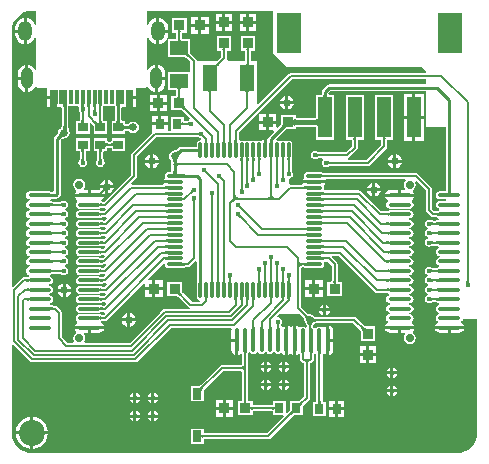
<source format=gbl>
G04*
G04 #@! TF.GenerationSoftware,Altium Limited,Altium Designer,21.2.1 (34)*
G04*
G04 Layer_Physical_Order=2*
G04 Layer_Color=16711680*
%FSLAX25Y25*%
%MOIN*%
G70*
G04*
G04 #@! TF.SameCoordinates,1518C732-DF2A-4DFD-9B87-9E54171A1C2B*
G04*
G04*
G04 #@! TF.FilePolarity,Positive*
G04*
G01*
G75*
%ADD10C,0.01000*%
%ADD14C,0.00800*%
%ADD17R,0.03800X0.03500*%
%ADD18R,0.03347X0.03150*%
%ADD19R,0.03500X0.03800*%
%ADD20R,0.03150X0.03347*%
%ADD41C,0.01600*%
%ADD42C,0.02756*%
%ADD43C,0.08661*%
%ADD44O,0.04724X0.06693*%
%ADD45O,0.03937X0.07087*%
%ADD46C,0.02600*%
%ADD47C,0.01600*%
%ADD48O,0.01575X0.07874*%
%ADD49R,0.04724X0.08661*%
%ADD50O,0.01181X0.05512*%
%ADD51O,0.05512X0.01181*%
%ADD52O,0.07874X0.01378*%
%ADD53R,0.02953X0.03937*%
%ADD54R,0.05906X0.04724*%
%ADD55R,0.01181X0.04600*%
%ADD56R,0.07874X0.13780*%
%ADD57R,0.04724X0.13780*%
G36*
X7874Y148485D02*
X9372D01*
Y143975D01*
X8872Y143876D01*
X8642Y144430D01*
X8104Y145133D01*
X7401Y145671D01*
X6583Y146010D01*
X6206Y146060D01*
Y141750D01*
Y137441D01*
X6583Y137490D01*
X7401Y137829D01*
X8104Y138368D01*
X8642Y139071D01*
X8872Y139625D01*
X9372Y139525D01*
Y128996D01*
X8872Y128897D01*
X8799Y129074D01*
X8323Y129694D01*
X7703Y130170D01*
X6981Y130469D01*
X6706Y130506D01*
Y126002D01*
Y121499D01*
X6981Y121536D01*
X7703Y121835D01*
X8323Y122310D01*
X8799Y122931D01*
X8918Y123220D01*
X9313Y123212D01*
X9446Y123187D01*
X9596Y122962D01*
X9844Y122796D01*
X10137Y122738D01*
X12973D01*
Y120106D01*
X14564D01*
Y119606D01*
X15064D01*
Y116306D01*
X15245D01*
Y119606D01*
X16245D01*
Y116306D01*
X17336D01*
X17336Y116306D01*
X17773Y116155D01*
Y110049D01*
X17747Y109995D01*
X17750Y109985D01*
X17746Y109976D01*
X17742Y109871D01*
X17734Y109806D01*
X17723Y109755D01*
X17711Y109719D01*
X17700Y109694D01*
X17690Y109678D01*
X17682Y109667D01*
X17671Y109658D01*
X17656Y109647D01*
X17600Y109616D01*
X17530Y109528D01*
X17104Y109244D01*
X16684Y108615D01*
X16578Y108083D01*
X16528Y107985D01*
X16521Y107897D01*
X16511Y107836D01*
X16496Y107777D01*
X16477Y107719D01*
X16453Y107661D01*
X16423Y107604D01*
X16387Y107544D01*
X16344Y107484D01*
X16293Y107422D01*
X16220Y107345D01*
X16196Y107282D01*
X15581Y106667D01*
X15338Y106303D01*
X15252Y105874D01*
X15252Y105874D01*
Y88621D01*
X14825Y88183D01*
X14752Y88165D01*
X14533Y88177D01*
X14333Y88200D01*
X14280Y88210D01*
X14255Y88216D01*
X14250Y88219D01*
X14245Y88219D01*
X14214Y88231D01*
X14158Y88228D01*
X14153Y88228D01*
X14063Y88246D01*
X13945Y88295D01*
X13904Y88278D01*
X13681Y88322D01*
X7185D01*
X6682Y88222D01*
X6256Y87937D01*
X5971Y87511D01*
X5871Y87008D01*
X5971Y86505D01*
X6256Y86079D01*
X6682Y85794D01*
X7130Y85705D01*
X7143Y85652D01*
X6868Y85109D01*
X6682Y85072D01*
X6256Y84788D01*
X5971Y84361D01*
X5871Y83858D01*
X5971Y83355D01*
X6256Y82929D01*
X6682Y82644D01*
X7126Y82556D01*
X7140Y82503D01*
X6863Y81959D01*
X6682Y81923D01*
X6256Y81638D01*
X5971Y81212D01*
X5871Y80709D01*
X5971Y80206D01*
X6256Y79779D01*
X6682Y79495D01*
X7121Y79407D01*
X7136Y79354D01*
X6859Y78808D01*
X6682Y78773D01*
X6256Y78488D01*
X5971Y78062D01*
X5871Y77559D01*
X5971Y77056D01*
X6256Y76630D01*
X6682Y76345D01*
X7117Y76258D01*
X7132Y76205D01*
X6854Y75658D01*
X6682Y75624D01*
X6256Y75339D01*
X5971Y74912D01*
X5871Y74410D01*
X5971Y73906D01*
X6256Y73480D01*
X6682Y73195D01*
X7112Y73110D01*
X7128Y73057D01*
X6850Y72508D01*
X6682Y72474D01*
X6256Y72189D01*
X5971Y71763D01*
X5871Y71260D01*
X5971Y70757D01*
X6256Y70331D01*
X6682Y70046D01*
X7108Y69961D01*
X7124Y69908D01*
X6847Y69357D01*
X6682Y69324D01*
X6256Y69039D01*
X5971Y68613D01*
X5871Y68110D01*
X5971Y67607D01*
X6256Y67181D01*
X6682Y66896D01*
X7103Y66812D01*
X7120Y66759D01*
X6843Y66207D01*
X6682Y66175D01*
X6256Y65890D01*
X5971Y65464D01*
X5871Y64961D01*
X5971Y64458D01*
X6256Y64031D01*
X6682Y63747D01*
X7099Y63664D01*
X7116Y63610D01*
X6839Y63056D01*
X6682Y63025D01*
X6256Y62740D01*
X5971Y62314D01*
X5871Y61811D01*
X5971Y61308D01*
X6256Y60882D01*
X6682Y60597D01*
X6905Y60553D01*
X6951Y60341D01*
X6815Y60106D01*
X6585Y59855D01*
X6535Y59825D01*
X6500Y59808D01*
X6455Y59790D01*
X6408Y59775D01*
X6246Y59739D01*
X6173Y59729D01*
X5951Y59713D01*
X5827Y59711D01*
X5759Y59681D01*
X5161D01*
X4771Y59603D01*
X4440Y59382D01*
X1622Y56564D01*
X1122Y56771D01*
Y141732D01*
X1119Y141746D01*
X1247Y143050D01*
X1632Y144318D01*
X2256Y145486D01*
X3096Y146510D01*
X4120Y147350D01*
X5288Y147975D01*
X6556Y148359D01*
X7860Y148487D01*
X7874Y148485D01*
D02*
G37*
G36*
X57698Y141860D02*
X57630Y141836D01*
X57570Y141796D01*
X57518Y141740D01*
X57474Y141668D01*
X57438Y141580D01*
X57410Y141476D01*
X57390Y141356D01*
X57378Y141220D01*
X57374Y141068D01*
X56574D01*
X56570Y141220D01*
X56558Y141356D01*
X56538Y141476D01*
X56510Y141580D01*
X56474Y141668D01*
X56430Y141740D01*
X56378Y141796D01*
X56318Y141836D01*
X56250Y141860D01*
X56174Y141868D01*
X57774D01*
X57698Y141860D01*
D02*
G37*
G36*
X57378Y139114D02*
X57390Y138976D01*
X57410Y138854D01*
X57438Y138749D01*
X57474Y138659D01*
X57518Y138586D01*
X57570Y138529D01*
X57630Y138489D01*
X57698Y138464D01*
X57774Y138456D01*
X56174D01*
X56250Y138464D01*
X56318Y138489D01*
X56378Y138529D01*
X56430Y138586D01*
X56474Y138659D01*
X56510Y138749D01*
X56538Y138854D01*
X56558Y138976D01*
X56570Y139114D01*
X56574Y139268D01*
X57374D01*
X57378Y139114D01*
D02*
G37*
G36*
X80598Y135822D02*
X80530Y135798D01*
X80470Y135757D01*
X80418Y135700D01*
X80374Y135627D01*
X80338Y135538D01*
X80310Y135432D01*
X80290Y135311D01*
X80278Y135173D01*
X80274Y135018D01*
X79474D01*
X79470Y135173D01*
X79458Y135311D01*
X79438Y135432D01*
X79410Y135538D01*
X79374Y135627D01*
X79330Y135700D01*
X79278Y135757D01*
X79218Y135798D01*
X79150Y135822D01*
X79074Y135830D01*
X80674D01*
X80598Y135822D01*
D02*
G37*
G36*
X72598D02*
X72530Y135798D01*
X72470Y135757D01*
X72418Y135700D01*
X72374Y135627D01*
X72338Y135538D01*
X72310Y135432D01*
X72290Y135311D01*
X72278Y135173D01*
X72274Y135018D01*
X71474D01*
X71470Y135173D01*
X71458Y135311D01*
X71438Y135432D01*
X71410Y135538D01*
X71374Y135627D01*
X71330Y135700D01*
X71278Y135757D01*
X71218Y135798D01*
X71150Y135822D01*
X71074Y135830D01*
X72674D01*
X72598Y135822D01*
D02*
G37*
G36*
X59759Y134838D02*
X59737Y134766D01*
X59738Y134681D01*
X59762Y134585D01*
X59809Y134478D01*
X59878Y134359D01*
X59970Y134229D01*
X60084Y134087D01*
X60380Y133768D01*
X59815Y133202D01*
X59650Y133362D01*
X59354Y133613D01*
X59224Y133705D01*
X59105Y133774D01*
X58997Y133820D01*
X58902Y133844D01*
X58817Y133845D01*
X58745Y133824D01*
X58683Y133780D01*
X59803Y134899D01*
X59759Y134838D01*
D02*
G37*
G36*
X80278Y131073D02*
X80290Y130937D01*
X80310Y130817D01*
X80338Y130713D01*
X80374Y130625D01*
X80418Y130553D01*
X80470Y130497D01*
X80530Y130457D01*
X80598Y130433D01*
X80674Y130425D01*
X79074D01*
X79150Y130433D01*
X79218Y130457D01*
X79278Y130497D01*
X79330Y130553D01*
X79374Y130625D01*
X79410Y130713D01*
X79438Y130817D01*
X79458Y130937D01*
X79470Y131073D01*
X79474Y131225D01*
X80274D01*
X80278Y131073D01*
D02*
G37*
G36*
X70098Y130425D02*
X69939Y130261D01*
X69691Y129967D01*
X69600Y129837D01*
X69532Y129718D01*
X69487Y129610D01*
X69464Y129514D01*
Y129429D01*
X69487Y129356D01*
X69532Y129294D01*
X68401Y130425D01*
X68463Y130380D01*
X68537Y130357D01*
X68621D01*
X68717Y130380D01*
X68825Y130425D01*
X68944Y130493D01*
X69074Y130583D01*
X69215Y130697D01*
X69532Y130991D01*
X70098Y130425D01*
D02*
G37*
G36*
X57598Y122748D02*
X57530Y122724D01*
X57470Y122683D01*
X57418Y122626D01*
X57374Y122553D01*
X57338Y122464D01*
X57310Y122358D01*
X57290Y122237D01*
X57278Y122099D01*
X57274Y121944D01*
X56474D01*
X56470Y122099D01*
X56458Y122237D01*
X56438Y122358D01*
X56410Y122464D01*
X56374Y122553D01*
X56330Y122626D01*
X56278Y122683D01*
X56218Y122724D01*
X56150Y122748D01*
X56074Y122756D01*
X57674D01*
X57598Y122748D01*
D02*
G37*
G36*
X80298Y121792D02*
X80230Y121767D01*
X80170Y121727D01*
X80118Y121670D01*
X80074Y121597D01*
X80038Y121507D01*
X80010Y121402D01*
X79990Y121280D01*
X79978Y121142D01*
X79974Y120988D01*
X79174D01*
X79170Y121142D01*
X79158Y121280D01*
X79138Y121402D01*
X79110Y121507D01*
X79074Y121597D01*
X79030Y121670D01*
X78978Y121727D01*
X78918Y121767D01*
X78850Y121792D01*
X78774Y121800D01*
X80374D01*
X80298Y121792D01*
D02*
G37*
G36*
X67906D02*
X67838Y121767D01*
X67778Y121727D01*
X67726Y121670D01*
X67682Y121597D01*
X67646Y121507D01*
X67618Y121402D01*
X67598Y121280D01*
X67586Y121142D01*
X67582Y120988D01*
X66782D01*
X66778Y121142D01*
X66766Y121280D01*
X66746Y121402D01*
X66718Y121507D01*
X66682Y121597D01*
X66638Y121670D01*
X66586Y121727D01*
X66526Y121767D01*
X66458Y121792D01*
X66382Y121800D01*
X67982D01*
X67906Y121792D01*
D02*
G37*
G36*
X106115Y120682D02*
X106130Y120510D01*
X106155Y120358D01*
X106190Y120226D01*
X106235Y120115D01*
X106290Y120024D01*
X106355Y119953D01*
X106430Y119902D01*
X106515Y119872D01*
X106610Y119862D01*
X104610D01*
X104705Y119872D01*
X104790Y119902D01*
X104865Y119953D01*
X104930Y120024D01*
X104985Y120115D01*
X105030Y120226D01*
X105065Y120358D01*
X105090Y120510D01*
X105105Y120682D01*
X105110Y120874D01*
X106110D01*
X106115Y120682D01*
D02*
G37*
G36*
X57278Y120092D02*
X57290Y119956D01*
X57310Y119836D01*
X57338Y119732D01*
X57374Y119644D01*
X57418Y119572D01*
X57470Y119516D01*
X57530Y119476D01*
X57598Y119452D01*
X57674Y119444D01*
X56074D01*
X56150Y119452D01*
X56218Y119476D01*
X56278Y119516D01*
X56330Y119572D01*
X56374Y119644D01*
X56410Y119732D01*
X56438Y119836D01*
X56458Y119956D01*
X56470Y120092D01*
X56474Y120244D01*
X57274D01*
X57278Y120092D01*
D02*
G37*
G36*
X88374Y134346D02*
X88959Y133761D01*
Y133581D01*
X89139D01*
X92874Y129847D01*
X137874D01*
X139327Y128394D01*
X139260Y127894D01*
X94142D01*
X93752Y127816D01*
X93421Y127595D01*
X83336Y117510D01*
X82874Y117701D01*
X82874Y131874D01*
X80894D01*
Y134935D01*
X80923Y135002D01*
X80927Y135136D01*
X80933Y135206D01*
X82224D01*
Y140206D01*
X77524D01*
Y135206D01*
X78815D01*
X78821Y135136D01*
X78825Y135002D01*
X78854Y134935D01*
Y131874D01*
X73081D01*
X72814Y132374D01*
X72816Y132377D01*
X72894Y132767D01*
Y134935D01*
X72923Y135002D01*
X72927Y135136D01*
X72933Y135206D01*
X74224D01*
Y140206D01*
X69524D01*
Y135206D01*
X70815D01*
X70821Y135136D01*
X70825Y135002D01*
X70854Y134935D01*
Y133189D01*
X69539Y131874D01*
X62861D01*
X62816Y132099D01*
X62595Y132430D01*
X60881Y134144D01*
X60856Y134210D01*
X60575Y134512D01*
X60489Y134619D01*
X60427Y134707D01*
Y134838D01*
X60452Y134899D01*
X60431Y134950D01*
X60444Y135003D01*
X60427Y135031D01*
Y139080D01*
X58033D01*
X58027Y139151D01*
X58023Y139285D01*
X57994Y139352D01*
Y140985D01*
X58023Y141051D01*
X58027Y141183D01*
X58033Y141256D01*
X59474D01*
Y145956D01*
X54474D01*
Y141256D01*
X55915D01*
X55921Y141183D01*
X55925Y141051D01*
X55954Y140985D01*
Y139352D01*
X55925Y139285D01*
X55921Y139151D01*
X55915Y139080D01*
X53321D01*
Y133156D01*
X58552D01*
X58579Y133139D01*
X58633Y133151D01*
X58683Y133131D01*
X58745Y133156D01*
X58875D01*
X58956Y133099D01*
X59213Y132880D01*
X59363Y132735D01*
X59433Y132708D01*
X60443Y131698D01*
X60427Y128057D01*
X53321D01*
Y122132D01*
X55815D01*
X55821Y122062D01*
X55825Y121927D01*
X55854Y121861D01*
Y120328D01*
X55825Y120261D01*
X55821Y120129D01*
X55815Y120056D01*
X54374D01*
Y115356D01*
X57499D01*
X57526Y115339D01*
X57580Y115352D01*
X57631Y115331D01*
X57692Y115356D01*
X57822D01*
X57903Y115299D01*
X58160Y115081D01*
X58311Y114936D01*
X58380Y114908D01*
X60566Y112722D01*
X60401Y112180D01*
X60328Y112165D01*
X59973Y111928D01*
X59959Y111927D01*
X59939Y111927D01*
X59933Y111925D01*
X59927Y111924D01*
X59912Y111916D01*
X59906Y111914D01*
X59886Y111910D01*
X59863Y111906D01*
X59755Y111897D01*
X59689Y111896D01*
X59621Y111866D01*
X58694D01*
X58628Y111896D01*
X58493Y111899D01*
X58423Y111905D01*
Y113120D01*
X54073D01*
Y108573D01*
X53648Y108394D01*
X53075D01*
Y110346D01*
X50500D01*
Y110846D01*
D01*
Y110346D01*
X47925D01*
Y108173D01*
X47925Y108173D01*
X47925D01*
X47925Y108173D01*
X47813Y107720D01*
X41153Y101059D01*
X40932Y100728D01*
X40854Y100338D01*
Y93796D01*
X31936Y84878D01*
X31643D01*
X31574Y84908D01*
X31444Y84910D01*
X31342Y84915D01*
X31219Y84930D01*
X31017Y85267D01*
X30986Y85349D01*
X30971Y85421D01*
X30990Y85493D01*
X31434Y85790D01*
X31808Y86349D01*
X31839Y86508D01*
X26969D01*
X22098D01*
X22129Y86349D01*
X22503Y85790D01*
X22951Y85491D01*
X23015Y85087D01*
X22991Y84921D01*
X22791Y84788D01*
X22506Y84361D01*
X22406Y83858D01*
X22506Y83355D01*
X22791Y82929D01*
X23217Y82644D01*
X23720Y82544D01*
X30217D01*
X30439Y82588D01*
X30481Y82571D01*
X30599Y82620D01*
X30720Y82644D01*
X30731Y82652D01*
X30816Y82665D01*
X30867Y82695D01*
X30901Y82712D01*
X30946Y82730D01*
X30993Y82745D01*
X31156Y82780D01*
X31229Y82791D01*
X31451Y82807D01*
X31574Y82809D01*
X31643Y82839D01*
X32190D01*
X32410Y82394D01*
X32415Y82357D01*
X31786Y81728D01*
X31643D01*
X31574Y81758D01*
X31444Y81760D01*
X31342Y81766D01*
X31140Y81789D01*
X31069Y81802D01*
X31002Y81819D01*
X30946Y81837D01*
X30901Y81855D01*
X30867Y81872D01*
X30816Y81902D01*
X30731Y81915D01*
X30720Y81923D01*
X30599Y81947D01*
X30481Y81996D01*
X30439Y81979D01*
X30217Y82023D01*
X23720D01*
X23217Y81923D01*
X22791Y81638D01*
X22506Y81212D01*
X22406Y80709D01*
X22506Y80206D01*
X22791Y79779D01*
X23217Y79495D01*
X23720Y79394D01*
X30217D01*
X30439Y79439D01*
X30481Y79422D01*
X30599Y79470D01*
X30720Y79495D01*
X30731Y79502D01*
X30816Y79515D01*
X30867Y79546D01*
X30901Y79562D01*
X30946Y79580D01*
X30993Y79595D01*
X31156Y79631D01*
X31229Y79641D01*
X31451Y79657D01*
X31574Y79659D01*
X31643Y79689D01*
X32209D01*
X32599Y79767D01*
X32656Y79805D01*
X32974Y79416D01*
X32137Y78579D01*
X31643D01*
X31574Y78608D01*
X31444Y78611D01*
X31342Y78616D01*
X31140Y78640D01*
X31069Y78653D01*
X31002Y78670D01*
X30946Y78688D01*
X30901Y78705D01*
X30867Y78722D01*
X30816Y78753D01*
X30731Y78766D01*
X30720Y78773D01*
X30599Y78797D01*
X30481Y78846D01*
X30439Y78829D01*
X30217Y78873D01*
X23720D01*
X23217Y78773D01*
X22791Y78488D01*
X22506Y78062D01*
X22406Y77559D01*
X22506Y77056D01*
X22791Y76630D01*
X23217Y76345D01*
X23720Y76245D01*
X30217D01*
X30439Y76289D01*
X30481Y76272D01*
X30599Y76321D01*
X30720Y76345D01*
X30731Y76352D01*
X30816Y76365D01*
X30867Y76396D01*
X30901Y76413D01*
X30946Y76431D01*
X30993Y76446D01*
X31156Y76481D01*
X31229Y76491D01*
X31451Y76508D01*
X31574Y76510D01*
X31643Y76539D01*
X32390D01*
X32611Y76094D01*
X32615Y76057D01*
X31987Y75429D01*
X31643D01*
X31574Y75459D01*
X31444Y75461D01*
X31342Y75466D01*
X31140Y75490D01*
X31069Y75503D01*
X31002Y75520D01*
X30946Y75538D01*
X30901Y75556D01*
X30867Y75573D01*
X30816Y75603D01*
X30731Y75616D01*
X30720Y75624D01*
X30599Y75648D01*
X30481Y75697D01*
X30439Y75679D01*
X30217Y75724D01*
X23720D01*
X23217Y75624D01*
X22791Y75339D01*
X22506Y74912D01*
X22406Y74410D01*
X22506Y73906D01*
X22791Y73480D01*
X23217Y73195D01*
X23720Y73095D01*
X30217D01*
X30439Y73140D01*
X30481Y73122D01*
X30599Y73171D01*
X30720Y73195D01*
X30731Y73203D01*
X30816Y73216D01*
X30867Y73246D01*
X30901Y73263D01*
X30946Y73281D01*
X30993Y73296D01*
X31156Y73332D01*
X31229Y73342D01*
X31451Y73358D01*
X31574Y73360D01*
X31643Y73390D01*
X32241D01*
X32461Y72945D01*
X32466Y72908D01*
X31837Y72279D01*
X31643D01*
X31574Y72309D01*
X31444Y72311D01*
X31342Y72317D01*
X31140Y72340D01*
X31069Y72354D01*
X31002Y72370D01*
X30946Y72388D01*
X30901Y72406D01*
X30867Y72423D01*
X30816Y72454D01*
X30731Y72467D01*
X30720Y72474D01*
X30599Y72498D01*
X30481Y72547D01*
X30439Y72530D01*
X30217Y72574D01*
X23720D01*
X23217Y72474D01*
X22791Y72189D01*
X22506Y71763D01*
X22406Y71260D01*
X22506Y70757D01*
X22791Y70331D01*
X23217Y70046D01*
X23720Y69946D01*
X30217D01*
X30439Y69990D01*
X30481Y69973D01*
X30599Y70022D01*
X30720Y70046D01*
X30731Y70053D01*
X30816Y70066D01*
X30867Y70097D01*
X30901Y70114D01*
X30946Y70131D01*
X30993Y70146D01*
X31156Y70182D01*
X31229Y70192D01*
X31451Y70208D01*
X31574Y70210D01*
X31643Y70240D01*
X32091D01*
X32312Y69795D01*
X32316Y69758D01*
X31688Y69130D01*
X31643D01*
X31574Y69160D01*
X31444Y69162D01*
X31342Y69167D01*
X31140Y69191D01*
X31069Y69204D01*
X31002Y69221D01*
X30946Y69239D01*
X30901Y69257D01*
X30867Y69273D01*
X30816Y69304D01*
X30731Y69317D01*
X30720Y69324D01*
X30599Y69348D01*
X30481Y69397D01*
X30439Y69380D01*
X30217Y69424D01*
X23720D01*
X23217Y69324D01*
X22791Y69039D01*
X22506Y68613D01*
X22406Y68110D01*
X22506Y67607D01*
X22791Y67181D01*
X23217Y66896D01*
X23720Y66796D01*
X30217D01*
X30439Y66840D01*
X30481Y66823D01*
X30599Y66872D01*
X30720Y66896D01*
X30731Y66904D01*
X30816Y66917D01*
X30867Y66947D01*
X30901Y66964D01*
X30946Y66982D01*
X30993Y66997D01*
X31156Y67032D01*
X31229Y67043D01*
X31451Y67059D01*
X31574Y67061D01*
X31643Y67091D01*
X31942D01*
X32162Y66646D01*
X32166Y66609D01*
X31568Y66010D01*
X31444Y66012D01*
X31342Y66018D01*
X31140Y66041D01*
X31069Y66054D01*
X31002Y66071D01*
X30946Y66089D01*
X30901Y66107D01*
X30867Y66124D01*
X30816Y66154D01*
X30731Y66167D01*
X30720Y66175D01*
X30599Y66199D01*
X30481Y66248D01*
X30439Y66231D01*
X30217Y66275D01*
X23720D01*
X23217Y66175D01*
X22791Y65890D01*
X22506Y65464D01*
X22406Y64961D01*
X22506Y64458D01*
X22791Y64031D01*
X23217Y63747D01*
X23720Y63646D01*
X30217D01*
X30439Y63691D01*
X30481Y63674D01*
X30599Y63722D01*
X30720Y63747D01*
X30731Y63754D01*
X30816Y63767D01*
X30867Y63797D01*
X30901Y63814D01*
X30946Y63832D01*
X30993Y63847D01*
X31156Y63883D01*
X31229Y63893D01*
X31451Y63909D01*
X31574Y63911D01*
X31643Y63941D01*
X31961D01*
X32351Y64019D01*
X32408Y64056D01*
X32726Y63668D01*
X31889Y62831D01*
X31643D01*
X31574Y62860D01*
X31444Y62863D01*
X31342Y62868D01*
X31140Y62891D01*
X31069Y62905D01*
X31002Y62922D01*
X30946Y62940D01*
X30901Y62957D01*
X30867Y62974D01*
X30816Y63005D01*
X30731Y63018D01*
X30720Y63025D01*
X30599Y63049D01*
X30481Y63098D01*
X30439Y63081D01*
X30217Y63125D01*
X23720D01*
X23217Y63025D01*
X22791Y62740D01*
X22506Y62314D01*
X22406Y61811D01*
X22506Y61308D01*
X22791Y60882D01*
X23217Y60597D01*
X23720Y60497D01*
X30217D01*
X30439Y60541D01*
X30481Y60524D01*
X30599Y60573D01*
X30720Y60597D01*
X30731Y60604D01*
X30816Y60617D01*
X30867Y60648D01*
X30901Y60665D01*
X30946Y60683D01*
X30993Y60698D01*
X31156Y60733D01*
X31229Y60743D01*
X31451Y60760D01*
X31574Y60762D01*
X31643Y60791D01*
X32142D01*
X32363Y60346D01*
X32367Y60309D01*
X31739Y59681D01*
X31643D01*
X31574Y59711D01*
X31444Y59713D01*
X31342Y59718D01*
X31140Y59742D01*
X31069Y59755D01*
X31002Y59772D01*
X30946Y59790D01*
X30901Y59808D01*
X30867Y59825D01*
X30816Y59855D01*
X30731Y59868D01*
X30720Y59876D01*
X30599Y59900D01*
X30481Y59949D01*
X30439Y59931D01*
X30217Y59976D01*
X23720D01*
X23217Y59876D01*
X22791Y59591D01*
X22506Y59164D01*
X22406Y58661D01*
X22506Y58158D01*
X22791Y57732D01*
X23217Y57447D01*
X23720Y57347D01*
X30217D01*
X30439Y57392D01*
X30481Y57374D01*
X30599Y57423D01*
X30720Y57447D01*
X30731Y57455D01*
X30816Y57468D01*
X30867Y57498D01*
X30901Y57515D01*
X30946Y57533D01*
X30993Y57548D01*
X31156Y57584D01*
X31229Y57594D01*
X31451Y57610D01*
X31574Y57612D01*
X31643Y57642D01*
X32161D01*
X32552Y57719D01*
X32608Y57757D01*
X32927Y57369D01*
X32089Y56531D01*
X31643D01*
X31574Y56561D01*
X31444Y56563D01*
X31342Y56569D01*
X31140Y56592D01*
X31069Y56606D01*
X31002Y56622D01*
X30946Y56640D01*
X30901Y56658D01*
X30867Y56675D01*
X30816Y56706D01*
X30731Y56718D01*
X30720Y56726D01*
X30599Y56750D01*
X30481Y56799D01*
X30439Y56782D01*
X30217Y56826D01*
X23720D01*
X23217Y56726D01*
X22791Y56441D01*
X22506Y56015D01*
X22406Y55512D01*
X22506Y55009D01*
X22791Y54583D01*
X23217Y54298D01*
X23720Y54198D01*
X30217D01*
X30439Y54242D01*
X30481Y54225D01*
X30599Y54274D01*
X30720Y54298D01*
X30731Y54305D01*
X30816Y54318D01*
X30867Y54349D01*
X30901Y54365D01*
X30946Y54383D01*
X30993Y54398D01*
X31156Y54434D01*
X31229Y54444D01*
X31451Y54460D01*
X31574Y54462D01*
X31643Y54492D01*
X32343D01*
X32564Y54047D01*
X32568Y54010D01*
X31940Y53382D01*
X31643D01*
X31574Y53412D01*
X31444Y53414D01*
X31342Y53419D01*
X31140Y53443D01*
X31069Y53456D01*
X31002Y53473D01*
X30946Y53491D01*
X30901Y53509D01*
X30867Y53525D01*
X30816Y53556D01*
X30731Y53569D01*
X30720Y53576D01*
X30599Y53600D01*
X30481Y53649D01*
X30439Y53632D01*
X30217Y53676D01*
X23720D01*
X23217Y53576D01*
X22791Y53291D01*
X22506Y52865D01*
X22406Y52362D01*
X22506Y51859D01*
X22791Y51433D01*
X23217Y51148D01*
X23720Y51048D01*
X30217D01*
X30439Y51092D01*
X30481Y51075D01*
X30599Y51124D01*
X30720Y51148D01*
X30731Y51156D01*
X30816Y51168D01*
X30867Y51199D01*
X30901Y51216D01*
X30946Y51234D01*
X30993Y51249D01*
X31156Y51284D01*
X31229Y51295D01*
X31451Y51311D01*
X31574Y51313D01*
X31643Y51343D01*
X32343D01*
X32383Y51300D01*
X32585Y50877D01*
X31940Y50232D01*
X31643D01*
X31574Y50262D01*
X31444Y50264D01*
X31342Y50270D01*
X31140Y50293D01*
X31069Y50306D01*
X31002Y50323D01*
X30946Y50341D01*
X30901Y50359D01*
X30867Y50376D01*
X30816Y50406D01*
X30731Y50419D01*
X30720Y50427D01*
X30599Y50451D01*
X30481Y50500D01*
X30439Y50482D01*
X30217Y50527D01*
X23720D01*
X23217Y50427D01*
X22791Y50142D01*
X22506Y49716D01*
X22406Y49213D01*
X22506Y48710D01*
X22791Y48283D01*
X23217Y47998D01*
X23720Y47898D01*
X30217D01*
X30439Y47943D01*
X30481Y47925D01*
X30599Y47974D01*
X30720Y47998D01*
X30731Y48006D01*
X30816Y48019D01*
X30867Y48050D01*
X30901Y48066D01*
X30946Y48084D01*
X30993Y48099D01*
X31156Y48135D01*
X31229Y48145D01*
X31451Y48161D01*
X31574Y48163D01*
X31582Y48167D01*
X31964Y48074D01*
X32134Y47576D01*
X31751Y47193D01*
X31547D01*
X31476Y47223D01*
X31332Y47224D01*
X31088Y47233D01*
X30901Y47250D01*
X30844Y47259D01*
X30802Y47268D01*
X30793Y47270D01*
X30792Y47271D01*
X30791Y47271D01*
X30785Y47272D01*
X30757Y47283D01*
X30698Y47281D01*
X30599Y47301D01*
X30481Y47350D01*
X30439Y47333D01*
X30217Y47377D01*
X23720D01*
X23217Y47277D01*
X22791Y46992D01*
X22506Y46566D01*
X22406Y46063D01*
X22506Y45560D01*
X22791Y45134D01*
X22991Y45000D01*
X23015Y44835D01*
X22951Y44431D01*
X22503Y44131D01*
X22129Y43572D01*
X22098Y43413D01*
X26969D01*
X31839D01*
X31808Y43572D01*
X31434Y44131D01*
X30986Y44430D01*
X30980Y44447D01*
X30946Y44704D01*
X30952Y44797D01*
X31000Y44977D01*
X31065Y45008D01*
X31141Y45039D01*
X31218Y45064D01*
X31297Y45086D01*
X31378Y45102D01*
X31461Y45114D01*
X31548Y45121D01*
X31655Y45124D01*
X31710Y45149D01*
X31770Y45138D01*
X31793Y45154D01*
X32174D01*
X32564Y45232D01*
X32895Y45453D01*
X45162Y57720D01*
X45624Y57529D01*
Y56374D01*
X48024D01*
Y58624D01*
X46719D01*
X46528Y59086D01*
X51674Y64232D01*
X52134Y63985D01*
X52133Y63976D01*
X52225Y63512D01*
X52488Y63118D01*
X52882Y62855D01*
X53347Y62762D01*
X57677D01*
X57861Y62799D01*
X57903Y62782D01*
X58021Y62831D01*
X58142Y62855D01*
X58143Y62856D01*
X58159Y62858D01*
X58197Y62858D01*
X58213Y62864D01*
X58221Y62865D01*
X58232Y62872D01*
X58250Y62877D01*
X58293Y62887D01*
X58339Y62895D01*
X58780Y62926D01*
X58912Y62927D01*
X58982Y62957D01*
X59874D01*
X60264Y63034D01*
X60595Y63255D01*
X62355Y65015D01*
X62855Y64808D01*
Y59043D01*
X62827Y58977D01*
X62820Y58339D01*
X62807Y58080D01*
X62805Y58062D01*
X62801Y58043D01*
X62814Y57981D01*
X62782Y57903D01*
X62799Y57861D01*
X62762Y57677D01*
Y53347D01*
X62855Y52882D01*
X63118Y52488D01*
X63512Y52225D01*
X63749Y51668D01*
X63705Y51594D01*
X61146D01*
X58441Y54299D01*
X58439Y54312D01*
X58391Y54349D01*
X58378Y54362D01*
X58353Y54429D01*
X58063Y54740D01*
X57974Y54851D01*
X57924Y54922D01*
Y54977D01*
X57956Y55032D01*
X57941Y55086D01*
X57961Y55138D01*
X57924Y55220D01*
Y58224D01*
X52924D01*
Y53524D01*
X55837D01*
X55853Y53511D01*
X55902Y53517D01*
X55945Y53492D01*
X56064Y53524D01*
X56203D01*
X56246Y53500D01*
X56325Y53445D01*
X56570Y53239D01*
X56711Y53103D01*
X56781Y53076D01*
X60003Y49853D01*
X60334Y49632D01*
X60527Y49594D01*
X60478Y49094D01*
X52094D01*
X51704Y49016D01*
X51373Y48795D01*
X50514Y47936D01*
X50453Y47895D01*
X40452Y37894D01*
X25616D01*
X25348Y38394D01*
X25485Y38598D01*
X25639Y39370D01*
X25485Y40142D01*
X25118Y40691D01*
X25288Y41191D01*
X26469D01*
Y42413D01*
X22098D01*
X22129Y42254D01*
X22503Y41696D01*
X22573Y41649D01*
X22573Y41048D01*
X22196Y40796D01*
X21759Y40142D01*
X21605Y39370D01*
X21759Y38598D01*
X21896Y38394D01*
X21628Y37894D01*
X19796D01*
X17894Y39796D01*
Y47874D01*
X17816Y48264D01*
X17595Y48595D01*
X16256Y49934D01*
X15926Y50155D01*
X15535Y50232D01*
X15108D01*
X15039Y50262D01*
X14909Y50264D01*
X14807Y50270D01*
X14604Y50293D01*
X14534Y50306D01*
X14467Y50323D01*
X14411Y50341D01*
X14366Y50359D01*
X14332Y50376D01*
X14281Y50406D01*
X14051Y50658D01*
X13916Y50892D01*
X13962Y51104D01*
X14184Y51148D01*
X14610Y51433D01*
X14895Y51859D01*
X14995Y52362D01*
X14895Y52865D01*
X14610Y53291D01*
X14184Y53576D01*
X13681Y53676D01*
X13551D01*
Y54198D01*
X13681D01*
X14184Y54298D01*
X14610Y54583D01*
X14895Y55009D01*
X14995Y55512D01*
X14895Y56015D01*
X14610Y56441D01*
X14184Y56726D01*
X13681Y56826D01*
X13551D01*
Y57347D01*
X13681D01*
X14184Y57447D01*
X14610Y57732D01*
X14895Y58158D01*
X14995Y58661D01*
X14895Y59164D01*
X14610Y59591D01*
X14184Y59876D01*
X13962Y59920D01*
X13916Y60131D01*
X14051Y60366D01*
X14281Y60617D01*
X14332Y60648D01*
X14366Y60665D01*
X14411Y60683D01*
X14458Y60698D01*
X14620Y60733D01*
X14694Y60743D01*
X14916Y60760D01*
X15039Y60762D01*
X15108Y60791D01*
X17237D01*
X17300Y60762D01*
X17445Y60756D01*
X17479Y60753D01*
X17511Y60748D01*
X17530Y60743D01*
X17536Y60742D01*
X17551Y60733D01*
X17558Y60733D01*
X17564Y60730D01*
X17583Y60731D01*
X17597Y60729D01*
X17952Y60492D01*
X18498Y60384D01*
X19045Y60492D01*
X19508Y60802D01*
X19817Y61265D01*
X19926Y61811D01*
X19817Y62357D01*
X19508Y62820D01*
X19045Y63130D01*
X19039Y63131D01*
Y63641D01*
X19045Y63642D01*
X19508Y63951D01*
X19817Y64414D01*
X19926Y64961D01*
X19817Y65507D01*
X19508Y65970D01*
X19045Y66279D01*
X19039Y66281D01*
Y66790D01*
X19045Y66791D01*
X19508Y67101D01*
X19817Y67564D01*
X19926Y68110D01*
X19817Y68656D01*
X19508Y69120D01*
X19045Y69429D01*
X19039Y69430D01*
Y69940D01*
X19045Y69941D01*
X19508Y70250D01*
X19817Y70714D01*
X19926Y71260D01*
X19817Y71806D01*
X19508Y72269D01*
X19045Y72579D01*
X19039Y72580D01*
Y73089D01*
X19045Y73091D01*
X19508Y73400D01*
X19817Y73863D01*
X19926Y74410D01*
X19817Y74956D01*
X19508Y75419D01*
X19045Y75728D01*
X19039Y75729D01*
Y76239D01*
X19045Y76240D01*
X19508Y76550D01*
X19817Y77013D01*
X19926Y77559D01*
X19817Y78105D01*
X19508Y78568D01*
X19045Y78878D01*
X19039Y78879D01*
Y79389D01*
X19045Y79390D01*
X19508Y79699D01*
X19817Y80162D01*
X19926Y80709D01*
X19817Y81255D01*
X19508Y81718D01*
X19045Y82027D01*
X19039Y82029D01*
Y82538D01*
X19045Y82539D01*
X19508Y82849D01*
X19817Y83312D01*
X19926Y83858D01*
X19817Y84404D01*
X19508Y84868D01*
X19045Y85177D01*
X18498Y85286D01*
X17952Y85177D01*
X17597Y84940D01*
X17583Y84939D01*
X17564Y84939D01*
X17558Y84936D01*
X17551Y84936D01*
X17536Y84928D01*
X17530Y84926D01*
X17510Y84922D01*
X17487Y84918D01*
X17379Y84909D01*
X17313Y84908D01*
X17245Y84878D01*
X15108D01*
X15039Y84908D01*
X14909Y84910D01*
X14807Y84915D01*
X14604Y84939D01*
X14534Y84952D01*
X14467Y84969D01*
X14411Y84987D01*
X14366Y85005D01*
X14332Y85021D01*
X14281Y85052D01*
X14195Y85065D01*
X14184Y85072D01*
X14063Y85096D01*
X13981Y85131D01*
X13945Y85219D01*
Y85378D01*
X14214Y85785D01*
X14245Y85796D01*
X14250Y85797D01*
X14255Y85799D01*
X14280Y85806D01*
X14318Y85813D01*
X14983Y85857D01*
X15156Y85859D01*
X15222Y85886D01*
X15788D01*
X15788Y85886D01*
X16217Y85972D01*
X16581Y86215D01*
X17167Y86801D01*
X17167Y86801D01*
X17410Y87164D01*
X17496Y87594D01*
Y105409D01*
X17732Y105646D01*
X17790Y105666D01*
X17794Y105674D01*
X17802Y105677D01*
X17879Y105749D01*
X17937Y105796D01*
X17992Y105834D01*
X18045Y105864D01*
X18095Y105888D01*
X18144Y105905D01*
X18192Y105918D01*
X18241Y105926D01*
X18293Y105929D01*
X18377Y105927D01*
X18426Y105946D01*
X18474Y105937D01*
X19215Y106084D01*
X19844Y106504D01*
X20264Y107133D01*
X20411Y107874D01*
X20264Y108615D01*
X20229Y108668D01*
X20226Y108727D01*
X20190Y108807D01*
X20164Y108876D01*
X20142Y108951D01*
X20094Y109170D01*
X20079Y109272D01*
X20046Y109727D01*
X20044Y109893D01*
X20016Y109957D01*
Y116242D01*
X20044Y116306D01*
X20052Y116706D01*
X23190D01*
X23295Y116605D01*
X23526Y116206D01*
X23447Y115806D01*
X23555Y115260D01*
X23710Y115028D01*
X23716Y115005D01*
X23718Y114994D01*
X23718Y114952D01*
X23724Y114938D01*
X23725Y114933D01*
X23729Y114926D01*
X23732Y114913D01*
X23737Y114887D01*
X23742Y114857D01*
X23750Y114740D01*
X23751Y114672D01*
X23780Y114603D01*
Y112084D01*
X23751Y112017D01*
X23747Y111883D01*
X23741Y111813D01*
X22527D01*
Y107463D01*
X27073D01*
Y111027D01*
X27535Y111219D01*
X27978Y110776D01*
X28003Y110710D01*
X28276Y110415D01*
X28360Y110310D01*
X28421Y110222D01*
X28432Y110202D01*
Y110093D01*
X28396Y109992D01*
X28418Y109944D01*
X28407Y109893D01*
X28432Y109856D01*
Y107463D01*
X32979D01*
Y111813D01*
X31715D01*
X31709Y111883D01*
X31705Y112017D01*
X31676Y112084D01*
Y116432D01*
X31705Y116498D01*
X31712Y116706D01*
X35447D01*
X35461Y116486D01*
X35462Y116316D01*
X35489Y116249D01*
Y112280D01*
X35462Y112217D01*
X35457Y112045D01*
X35446Y111917D01*
X35430Y111821D01*
X35428Y111813D01*
X34432D01*
Y107463D01*
X38979D01*
Y108455D01*
X38987Y108457D01*
X39083Y108473D01*
X39211Y108484D01*
X39384Y108489D01*
X39446Y108516D01*
X39576D01*
X39637Y108489D01*
X39742Y108485D01*
X39819Y108478D01*
X39889Y108465D01*
X39952Y108449D01*
X40009Y108430D01*
X40062Y108407D01*
X40110Y108380D01*
X40157Y108349D01*
X40202Y108314D01*
X40265Y108255D01*
X40319Y108234D01*
X40896Y107848D01*
X41638Y107701D01*
X42379Y107848D01*
X43008Y108268D01*
X43428Y108897D01*
X43575Y109638D01*
X43428Y110379D01*
X43008Y111008D01*
X42379Y111428D01*
X41638Y111575D01*
X40896Y111428D01*
X40319Y111041D01*
X40265Y111021D01*
X40202Y110962D01*
X40157Y110926D01*
X40110Y110896D01*
X40062Y110869D01*
X40009Y110846D01*
X39952Y110826D01*
X39889Y110810D01*
X39819Y110798D01*
X39742Y110790D01*
X39637Y110787D01*
X39576Y110759D01*
X39446D01*
X39384Y110787D01*
X39211Y110792D01*
X39083Y110803D01*
X38987Y110819D01*
X38979Y110821D01*
Y111813D01*
X37794D01*
X37792Y111821D01*
X37776Y111917D01*
X37765Y112045D01*
X37760Y112217D01*
X37733Y112280D01*
Y116155D01*
X38170Y116306D01*
X38170Y116306D01*
Y116306D01*
X38170Y116306D01*
X39261D01*
Y119606D01*
X40261D01*
Y116306D01*
X40442D01*
Y119606D01*
X40942D01*
Y120106D01*
X42532D01*
Y122738D01*
X45370D01*
X45663Y122796D01*
X45911Y122962D01*
X46060Y123186D01*
X46197Y123212D01*
X46588Y123218D01*
X46707Y122931D01*
X47183Y122310D01*
X47803Y121835D01*
X48525Y121536D01*
X48800Y121499D01*
Y126002D01*
Y130506D01*
X48525Y130469D01*
X47803Y130170D01*
X47183Y129694D01*
X46707Y129074D01*
X46635Y128899D01*
X46134Y128999D01*
Y139523D01*
X46635Y139622D01*
X46863Y139071D01*
X47402Y138368D01*
X48104Y137829D01*
X48922Y137490D01*
X49300Y137441D01*
Y141750D01*
Y146060D01*
X48922Y146010D01*
X48104Y145671D01*
X47402Y145133D01*
X46863Y144430D01*
X46635Y143878D01*
X46134Y143978D01*
Y148485D01*
X88374D01*
Y134346D01*
D02*
G37*
G36*
X31241Y117310D02*
X31202Y117286D01*
X31168Y117246D01*
X31138Y117190D01*
X31113Y117118D01*
X31093Y117030D01*
X31077Y116926D01*
X31065Y116806D01*
X31056Y116518D01*
X30256D01*
X30255Y116670D01*
X30224Y117118D01*
X30210Y117190D01*
X30193Y117246D01*
X30174Y117286D01*
X30152Y117310D01*
X30127Y117318D01*
X31284D01*
X31241Y117310D01*
D02*
G37*
G36*
X29282D02*
X29251Y117286D01*
X29225Y117246D01*
X29201Y117190D01*
X29182Y117118D01*
X29166Y117030D01*
X29153Y116926D01*
X29139Y116670D01*
X29137Y116518D01*
X28337D01*
X28335Y116670D01*
X28308Y117030D01*
X28292Y117118D01*
X28273Y117190D01*
X28249Y117246D01*
X28223Y117286D01*
X28192Y117310D01*
X28159Y117318D01*
X29316D01*
X29282Y117310D01*
D02*
G37*
G36*
X27313D02*
X27283Y117286D01*
X27256Y117246D01*
X27233Y117190D01*
X27213Y117118D01*
X27197Y117030D01*
X27185Y116926D01*
X27170Y116670D01*
X27169Y116518D01*
X26369D01*
X26367Y116670D01*
X26340Y117030D01*
X26324Y117118D01*
X26304Y117190D01*
X26281Y117246D01*
X26254Y117286D01*
X26224Y117310D01*
X26190Y117318D01*
X27347D01*
X27313Y117310D01*
D02*
G37*
G36*
X37175Y117308D02*
X37161Y117278D01*
X37150Y117228D01*
X37139Y117158D01*
X37124Y116958D01*
X37111Y116318D01*
X36111D01*
X36110Y116508D01*
X36061Y117278D01*
X36047Y117308D01*
X36033Y117318D01*
X37190D01*
X37175Y117308D01*
D02*
G37*
G36*
X19458D02*
X19445Y117278D01*
X19433Y117228D01*
X19423Y117158D01*
X19407Y116958D01*
X19395Y116318D01*
X18395D01*
X18394Y116508D01*
X18344Y117278D01*
X18331Y117308D01*
X18316Y117318D01*
X19473D01*
X19458Y117308D01*
D02*
G37*
G36*
X25345Y117310D02*
X25314Y117286D01*
X25288Y117246D01*
X25264Y117190D01*
X25245Y117118D01*
X25229Y117030D01*
X25216Y116926D01*
X25211Y116833D01*
X25216Y116777D01*
X25229Y116709D01*
X25245Y116647D01*
X25264Y116591D01*
X25288Y116541D01*
X25315Y116497D01*
X25345Y116459D01*
X25379Y116427D01*
X24770Y115806D01*
X24264Y116323D01*
X24290Y116358D01*
X24313Y116399D01*
X24333Y116446D01*
X24351Y116498D01*
X24366Y116556D01*
X24378Y116619D01*
X24388Y116689D01*
X24392Y116752D01*
X24372Y117030D01*
X24355Y117118D01*
X24336Y117190D01*
X24313Y117246D01*
X24286Y117286D01*
X24256Y117310D01*
X24222Y117318D01*
X25379D01*
X25345Y117310D01*
D02*
G37*
G36*
X58706Y117039D02*
X58684Y116966D01*
X58686Y116882D01*
X58710Y116786D01*
X58756Y116678D01*
X58825Y116560D01*
X58917Y116429D01*
X59031Y116287D01*
X59328Y115968D01*
X58762Y115403D01*
X58597Y115562D01*
X58301Y115814D01*
X58171Y115905D01*
X58052Y115974D01*
X57945Y116021D01*
X57849Y116045D01*
X57765Y116046D01*
X57692Y116024D01*
X57631Y115980D01*
X58750Y117100D01*
X58706Y117039D01*
D02*
G37*
G36*
X29139Y115330D02*
X29151Y115175D01*
X29163Y115106D01*
X29177Y115043D01*
X29195Y114986D01*
X29215Y114935D01*
X29239Y114889D01*
X29267Y114849D01*
X29297Y114815D01*
X28177D01*
X28207Y114849D01*
X28235Y114889D01*
X28259Y114935D01*
X28279Y114986D01*
X28297Y115043D01*
X28311Y115106D01*
X28323Y115175D01*
X28331Y115250D01*
X28337Y115416D01*
X29137D01*
X29139Y115330D01*
D02*
G37*
G36*
X25379Y115186D02*
X25345Y115154D01*
X25315Y115116D01*
X25288Y115072D01*
X25264Y115022D01*
X25245Y114965D01*
X25229Y114903D01*
X25216Y114836D01*
X25202Y114682D01*
X25200Y114596D01*
X24400Y114682D01*
X24399Y114768D01*
X24388Y114924D01*
X24378Y114993D01*
X24366Y115057D01*
X24351Y115115D01*
X24333Y115167D01*
X24313Y115213D01*
X24290Y115254D01*
X24264Y115289D01*
X24770Y115806D01*
X25379Y115186D01*
D02*
G37*
G36*
X106176Y113561D02*
X105044D01*
X105057Y113590D01*
X105068Y113649D01*
X105078Y113739D01*
X105100Y114190D01*
X105110Y115221D01*
X106110D01*
X106176Y113561D01*
D02*
G37*
G36*
X139374Y123968D02*
X106874D01*
X106445Y123883D01*
X106081Y123640D01*
X106081Y123640D01*
X104817Y122376D01*
X104574Y122012D01*
X104489Y121583D01*
X104489Y121583D01*
Y120953D01*
X104461Y120891D01*
X104456Y120718D01*
X104445Y120591D01*
X104429Y120494D01*
X104427Y120486D01*
X102648D01*
Y113055D01*
X102626Y113015D01*
X102620Y112955D01*
X102577Y112929D01*
X102485Y112891D01*
X102345Y112854D01*
X102159Y112823D01*
X101930Y112803D01*
X101643Y112796D01*
X101594Y112774D01*
X96928D01*
X96879Y112796D01*
X96592Y112803D01*
X96363Y112823D01*
X96177Y112854D01*
X96037Y112891D01*
X95946Y112929D01*
X95902Y112955D01*
X95896Y113015D01*
X95874Y113055D01*
Y113724D01*
X90874D01*
Y111200D01*
X90845Y111152D01*
X90857Y111100D01*
X90837Y111050D01*
X90874Y110960D01*
Y110758D01*
X90852Y110719D01*
X90772Y110605D01*
X90495Y110277D01*
X90312Y110087D01*
X90286Y110022D01*
X89836Y109572D01*
X89374Y109763D01*
Y110874D01*
X86974D01*
Y108624D01*
X88235D01*
X88426Y108162D01*
X86840Y106576D01*
X86597Y106212D01*
X86560Y106027D01*
X86341Y105748D01*
X86130Y105704D01*
Y101969D01*
X85130D01*
Y105656D01*
X85009Y105632D01*
X84483Y105281D01*
X84361Y105098D01*
X84126Y105255D01*
X83661Y105348D01*
X83197Y105255D01*
X82803Y104992D01*
X82551D01*
X82157Y105255D01*
X81693Y105348D01*
X81228Y105255D01*
X81076Y105154D01*
X80709Y105033D01*
X80341Y105154D01*
X80189Y105255D01*
X79724Y105348D01*
X79260Y105255D01*
X78866Y104992D01*
X78614D01*
X78220Y105255D01*
X77756Y105348D01*
X77338Y105265D01*
X77221Y105282D01*
X77015Y105360D01*
X76807Y105533D01*
Y108097D01*
X94564Y125854D01*
X139374D01*
Y123968D01*
D02*
G37*
G36*
X37116Y112008D02*
X37131Y111836D01*
X37156Y111685D01*
X37191Y111553D01*
X37236Y111442D01*
X37291Y111351D01*
X37356Y111280D01*
X37431Y111229D01*
X37516Y111199D01*
X37611Y111189D01*
X35611D01*
X35706Y111199D01*
X35791Y111229D01*
X35866Y111280D01*
X35931Y111351D01*
X35986Y111442D01*
X36031Y111553D01*
X36066Y111685D01*
X36091Y111836D01*
X36106Y112008D01*
X36111Y112201D01*
X37111D01*
X37116Y112008D01*
D02*
G37*
G36*
X25204Y111846D02*
X25216Y111708D01*
X25236Y111586D01*
X25264Y111481D01*
X25300Y111392D01*
X25344Y111319D01*
X25396Y111262D01*
X25456Y111221D01*
X25524Y111197D01*
X25600Y111189D01*
X24000D01*
X24076Y111197D01*
X24144Y111221D01*
X24204Y111262D01*
X24256Y111319D01*
X24300Y111392D01*
X24336Y111481D01*
X24364Y111586D01*
X24384Y111708D01*
X24396Y111846D01*
X24400Y112001D01*
X25200D01*
X25204Y111846D01*
D02*
G37*
G36*
X31060D02*
X31072Y111708D01*
X31092Y111586D01*
X31120Y111481D01*
X31156Y111392D01*
X31200Y111319D01*
X31252Y111262D01*
X31312Y111221D01*
X31380Y111197D01*
X31456Y111189D01*
X30116D01*
X29044Y110020D01*
X29087Y110084D01*
X29108Y110160D01*
X29107Y110246D01*
X29084Y110343D01*
X29038Y110450D01*
X28971Y110569D01*
X28881Y110698D01*
X28769Y110839D01*
X28479Y111151D01*
X28995Y111766D01*
X29161Y111606D01*
X29458Y111354D01*
X29589Y111263D01*
X29708Y111195D01*
X29816Y111150D01*
X29911Y111128D01*
X29995Y111129D01*
X30066Y111153D01*
X30111Y111189D01*
X29856D01*
X29932Y111197D01*
X30000Y111221D01*
X30060Y111262D01*
X30112Y111319D01*
X30156Y111392D01*
X30192Y111481D01*
X30220Y111586D01*
X30240Y111708D01*
X30252Y111846D01*
X30256Y112001D01*
X31056D01*
X31060Y111846D01*
D02*
G37*
G36*
X60303Y110286D02*
X60268Y110317D01*
X60229Y110344D01*
X60183Y110368D01*
X60131Y110389D01*
X60074Y110406D01*
X60011Y110421D01*
X59942Y110432D01*
X59868Y110440D01*
X59701Y110447D01*
Y111247D01*
X59787Y111248D01*
X59942Y111261D01*
X60011Y111272D01*
X60074Y111286D01*
X60131Y111304D01*
X60183Y111325D01*
X60229Y111349D01*
X60268Y111376D01*
X60303Y111407D01*
Y110286D01*
D02*
G37*
G36*
X57807Y111571D02*
X57831Y111503D01*
X57872Y111442D01*
X57929Y111390D01*
X58002Y111346D01*
X58091Y111311D01*
X58197Y111283D01*
X58319Y111263D01*
X58457Y111250D01*
X58611Y111247D01*
Y110447D01*
X58457Y110442D01*
X58319Y110431D01*
X58197Y110410D01*
X58091Y110382D01*
X58002Y110346D01*
X57929Y110302D01*
X57872Y110250D01*
X57831Y110190D01*
X57807Y110123D01*
X57799Y110047D01*
Y111646D01*
X57807Y111571D01*
D02*
G37*
G36*
X103272Y109747D02*
X103256Y109898D01*
X103208Y110035D01*
X103127Y110154D01*
X103014Y110258D01*
X102869Y110346D01*
X102692Y110418D01*
X102482Y110475D01*
X102240Y110514D01*
X101966Y110538D01*
X101660Y110547D01*
Y112146D01*
X101966Y112154D01*
X102240Y112179D01*
X102482Y112218D01*
X102692Y112275D01*
X102869Y112346D01*
X103014Y112434D01*
X103127Y112539D01*
X103208Y112659D01*
X103256Y112794D01*
X103272Y112946D01*
Y109747D01*
D02*
G37*
G36*
X95266Y112794D02*
X95315Y112659D01*
X95395Y112539D01*
X95508Y112434D01*
X95653Y112346D01*
X95830Y112275D01*
X96040Y112218D01*
X96282Y112179D01*
X96556Y112154D01*
X96862Y112146D01*
Y110547D01*
X96556Y110538D01*
X96282Y110514D01*
X96040Y110475D01*
X95830Y110418D01*
X95653Y110346D01*
X95508Y110258D01*
X95395Y110154D01*
X95315Y110035D01*
X95266Y109898D01*
X95250Y109747D01*
Y112946D01*
X95266Y112794D01*
D02*
G37*
G36*
X92900Y109636D02*
X92822Y109693D01*
X92730Y109721D01*
X92624D01*
X92504Y109693D01*
X92370Y109636D01*
X92221Y109551D01*
X92059Y109438D01*
X91882Y109297D01*
X91486Y108929D01*
X90779Y109636D01*
X90977Y109841D01*
X91288Y110209D01*
X91401Y110371D01*
X91486Y110520D01*
X91543Y110654D01*
X91571Y110775D01*
Y110880D01*
X91543Y110972D01*
X91486Y111050D01*
X92900Y109636D01*
D02*
G37*
G36*
X40709Y108728D02*
X40627Y108806D01*
X40539Y108875D01*
X40446Y108937D01*
X40348Y108990D01*
X40246Y109035D01*
X40138Y109072D01*
X40025Y109101D01*
X39908Y109121D01*
X39785Y109134D01*
X39658Y109138D01*
Y110138D01*
X39785Y110142D01*
X39908Y110154D01*
X40025Y110175D01*
X40138Y110203D01*
X40246Y110240D01*
X40348Y110285D01*
X40446Y110339D01*
X40539Y110400D01*
X40627Y110470D01*
X40709Y110548D01*
Y108728D01*
D02*
G37*
G36*
X38365Y110543D02*
X38395Y110458D01*
X38446Y110383D01*
X38517Y110318D01*
X38608Y110263D01*
X38719Y110218D01*
X38851Y110183D01*
X39002Y110158D01*
X39175Y110143D01*
X39367Y110138D01*
Y109138D01*
X39175Y109133D01*
X39002Y109118D01*
X38851Y109093D01*
X38719Y109058D01*
X38608Y109013D01*
X38517Y108958D01*
X38446Y108893D01*
X38395Y108818D01*
X38365Y108733D01*
X38355Y108638D01*
Y110638D01*
X38365Y110543D01*
D02*
G37*
G36*
X19395Y109884D02*
X19397Y109699D01*
X19433Y109201D01*
X19455Y109054D01*
X19513Y108788D01*
X19549Y108668D01*
X19590Y108558D01*
X19635Y108458D01*
X17913Y109047D01*
X18005Y109097D01*
X18087Y109157D01*
X18159Y109225D01*
X18221Y109302D01*
X18274Y109388D01*
X18318Y109483D01*
X18351Y109587D01*
X18375Y109699D01*
X18390Y109821D01*
X18395Y109952D01*
X19395Y109884D01*
D02*
G37*
G36*
X63784Y106807D02*
X63750Y106838D01*
X63711Y106867D01*
X63666Y106892D01*
X63614Y106914D01*
X63558Y106932D01*
X63495Y106947D01*
X63427Y106959D01*
X63352Y106967D01*
X63186Y106974D01*
X63218Y107774D01*
X63304Y107775D01*
X63459Y107788D01*
X63528Y107798D01*
X63591Y107812D01*
X63649Y107829D01*
X63701Y107848D01*
X63747Y107871D01*
X63788Y107897D01*
X63822Y107926D01*
X63784Y106807D01*
D02*
G37*
G36*
X18390Y106577D02*
X18278Y106579D01*
X18167Y106571D01*
X18058Y106554D01*
X17952Y106526D01*
X17848Y106489D01*
X17745Y106441D01*
X17645Y106384D01*
X17548Y106316D01*
X17452Y106239D01*
X17358Y106151D01*
X16693Y106900D01*
X16780Y106993D01*
X16858Y107088D01*
X16928Y107185D01*
X16989Y107284D01*
X17042Y107386D01*
X17086Y107491D01*
X17121Y107597D01*
X17148Y107706D01*
X17166Y107818D01*
X17175Y107932D01*
X18390Y106577D01*
D02*
G37*
G36*
X65178Y107313D02*
X65188Y107266D01*
X65204Y107217D01*
X65226Y107166D01*
X65255Y107113D01*
X65290Y107059D01*
X65331Y107002D01*
X65378Y106944D01*
X65492Y106822D01*
X64942Y106240D01*
X64880Y106300D01*
X64761Y106400D01*
X64705Y106440D01*
X64650Y106474D01*
X64596Y106502D01*
X64545Y106523D01*
X64495Y106537D01*
X64448Y106545D01*
X64402Y106547D01*
X65174Y107358D01*
X65178Y107313D01*
D02*
G37*
G36*
X139374Y109846D02*
X145926Y109846D01*
Y88777D01*
X145898Y88715D01*
X145894Y88543D01*
X145882Y88415D01*
X145867Y88322D01*
X143799D01*
X143296Y88222D01*
X142870Y87937D01*
X142585Y87511D01*
X142485Y87008D01*
X142585Y86505D01*
X142870Y86079D01*
X143296Y85794D01*
X143799Y85694D01*
X145874D01*
Y85172D01*
X143799D01*
X143296Y85072D01*
X142870Y84788D01*
X142585Y84361D01*
X142485Y83858D01*
X142585Y83355D01*
X142870Y82929D01*
X143296Y82644D01*
X143470Y82609D01*
X143529Y82396D01*
X143415Y82165D01*
X143200Y81902D01*
X143149Y81872D01*
X143114Y81855D01*
X143070Y81837D01*
X143023Y81822D01*
X142860Y81787D01*
X142787Y81776D01*
X142565Y81760D01*
X142441Y81758D01*
X142373Y81728D01*
X141914D01*
X141220Y82422D01*
Y89048D01*
X141142Y89438D01*
X140921Y89769D01*
X136465Y94225D01*
X136134Y94446D01*
X135744Y94524D01*
X105439D01*
X105369Y94553D01*
X105228Y94555D01*
X104990Y94565D01*
X104806Y94584D01*
X104750Y94594D01*
X104707Y94603D01*
X104689Y94609D01*
X104677Y94615D01*
X104670Y94616D01*
X104654Y94623D01*
X104616Y94622D01*
X104600Y94625D01*
X104598Y94625D01*
X104478Y94649D01*
X104360Y94698D01*
X104318Y94681D01*
X104134Y94718D01*
X99803D01*
X99339Y94625D01*
X98945Y94362D01*
X98682Y93968D01*
X98589Y93504D01*
X98682Y93039D01*
X98839Y92804D01*
X98656Y92682D01*
X98305Y92156D01*
X98281Y92035D01*
X101969D01*
X105697D01*
X105919Y92402D01*
X106014Y92484D01*
X132291D01*
X132443Y91984D01*
X132432Y91977D01*
X131995Y91323D01*
X131842Y90551D01*
X131995Y89779D01*
X132362Y89230D01*
X132192Y88730D01*
X131012D01*
Y87508D01*
X135382D01*
X135351Y87667D01*
X134977Y88226D01*
X134908Y88272D01*
X134908Y88874D01*
X135284Y89125D01*
X135722Y89779D01*
X135875Y90551D01*
X135722Y91323D01*
X135611Y91487D01*
X136000Y91806D01*
X139180Y88626D01*
Y82000D01*
X139258Y81610D01*
X139479Y81279D01*
X140770Y79988D01*
X141101Y79767D01*
X141491Y79689D01*
X142373D01*
X142441Y79659D01*
X142571Y79657D01*
X142674Y79652D01*
X142876Y79628D01*
X142947Y79615D01*
X143014Y79598D01*
X143070Y79580D01*
X143114Y79562D01*
X143149Y79546D01*
X143200Y79515D01*
X143285Y79502D01*
X143296Y79495D01*
X143320Y79490D01*
X143497Y79134D01*
X143320Y78778D01*
X143296Y78773D01*
X143285Y78766D01*
X143200Y78753D01*
X143149Y78722D01*
X143114Y78705D01*
X143070Y78688D01*
X143023Y78673D01*
X142860Y78637D01*
X142787Y78627D01*
X142565Y78610D01*
X142441Y78608D01*
X142373Y78579D01*
X141636D01*
X141572Y78608D01*
X141428Y78614D01*
X141393Y78617D01*
X141362Y78622D01*
X141342Y78627D01*
X141337Y78629D01*
X141321Y78637D01*
X141315Y78637D01*
X141308Y78640D01*
X141289Y78640D01*
X141275Y78641D01*
X140920Y78878D01*
X140374Y78987D01*
X139828Y78878D01*
X139365Y78568D01*
X139055Y78105D01*
X138947Y77559D01*
X139055Y77013D01*
X139365Y76550D01*
X139828Y76240D01*
X139833Y76239D01*
Y75729D01*
X139828Y75728D01*
X139365Y75419D01*
X139055Y74956D01*
X138947Y74410D01*
X139055Y73863D01*
X139365Y73400D01*
X139828Y73091D01*
X139833Y73090D01*
Y72580D01*
X139828Y72579D01*
X139365Y72269D01*
X139055Y71806D01*
X138947Y71260D01*
X139055Y70714D01*
X139365Y70250D01*
X139828Y69941D01*
X140374Y69832D01*
X140920Y69941D01*
X141275Y70178D01*
X141289Y70179D01*
X141308Y70179D01*
X141315Y70182D01*
X141321Y70182D01*
X141337Y70190D01*
X141342Y70192D01*
X141362Y70197D01*
X141385Y70200D01*
X141493Y70209D01*
X141559Y70210D01*
X141627Y70240D01*
X142373D01*
X142441Y70210D01*
X142571Y70208D01*
X142674Y70203D01*
X142876Y70179D01*
X142947Y70166D01*
X143014Y70149D01*
X143070Y70131D01*
X143114Y70114D01*
X143149Y70097D01*
X143200Y70066D01*
X143423Y69809D01*
X143547Y69577D01*
X143495Y69364D01*
X143296Y69324D01*
X142870Y69039D01*
X142585Y68613D01*
X142485Y68110D01*
X142585Y67607D01*
X142870Y67181D01*
X143296Y66896D01*
X143722Y66811D01*
X143738Y66758D01*
X143461Y66207D01*
X143296Y66175D01*
X142870Y65890D01*
X142585Y65464D01*
X142485Y64961D01*
X142585Y64458D01*
X142870Y64031D01*
X143296Y63747D01*
X143507Y63705D01*
X143556Y63493D01*
X143426Y63259D01*
X143200Y63005D01*
X143149Y62974D01*
X143114Y62957D01*
X143070Y62939D01*
X143023Y62924D01*
X142860Y62889D01*
X142787Y62879D01*
X142565Y62862D01*
X142441Y62860D01*
X142373Y62831D01*
X141636D01*
X141572Y62860D01*
X141428Y62866D01*
X141393Y62869D01*
X141362Y62874D01*
X141342Y62879D01*
X141337Y62880D01*
X141321Y62889D01*
X141315Y62889D01*
X141308Y62892D01*
X141289Y62892D01*
X141275Y62893D01*
X140920Y63130D01*
X140374Y63239D01*
X139828Y63130D01*
X139365Y62820D01*
X139055Y62357D01*
X138947Y61811D01*
X139055Y61265D01*
X139365Y60802D01*
X139828Y60492D01*
X139833Y60491D01*
Y59981D01*
X139828Y59980D01*
X139365Y59671D01*
X139055Y59208D01*
X138947Y58661D01*
X139055Y58115D01*
X139365Y57652D01*
X139828Y57343D01*
X139833Y57341D01*
Y56832D01*
X139828Y56831D01*
X139365Y56521D01*
X139055Y56058D01*
X138947Y55512D01*
X139055Y54966D01*
X139365Y54502D01*
X139828Y54193D01*
X139833Y54192D01*
Y53682D01*
X139828Y53681D01*
X139365Y53372D01*
X139055Y52908D01*
X138947Y52362D01*
X139055Y51816D01*
X139365Y51353D01*
X139828Y51043D01*
X140374Y50935D01*
X140920Y51043D01*
X141275Y51280D01*
X141289Y51282D01*
X141308Y51282D01*
X141315Y51284D01*
X141321Y51285D01*
X141337Y51293D01*
X141342Y51294D01*
X141362Y51299D01*
X141385Y51303D01*
X141493Y51312D01*
X141559Y51313D01*
X141627Y51343D01*
X142373D01*
X142441Y51313D01*
X142571Y51311D01*
X142674Y51305D01*
X142876Y51282D01*
X142947Y51268D01*
X143014Y51252D01*
X143070Y51234D01*
X143114Y51216D01*
X143149Y51199D01*
X143200Y51168D01*
X143211Y51167D01*
X143410Y50958D01*
X143574Y50684D01*
X143531Y50473D01*
X143296Y50427D01*
X142870Y50142D01*
X142585Y49716D01*
X142485Y49213D01*
X142585Y48710D01*
X142870Y48283D01*
X143296Y47998D01*
X143695Y47919D01*
X143714Y47865D01*
X143440Y47306D01*
X143296Y47277D01*
X142870Y46992D01*
X142585Y46566D01*
X142485Y46063D01*
X142585Y45560D01*
X142870Y45134D01*
X143070Y45000D01*
X143093Y44835D01*
X143030Y44431D01*
X142581Y44131D01*
X142208Y43572D01*
X142177Y43413D01*
X147047D01*
X151918D01*
X151886Y43572D01*
X151513Y44131D01*
X151064Y44431D01*
X151001Y44835D01*
X151025Y45000D01*
X151225Y45134D01*
X151509Y45560D01*
X151544Y45736D01*
X152000Y45900D01*
X156359D01*
Y7874D01*
X156361Y7860D01*
X156233Y6556D01*
X155849Y5288D01*
X155224Y4120D01*
X154384Y3096D01*
X153360Y2256D01*
X152192Y1632D01*
X150924Y1247D01*
X149620Y1119D01*
X149606Y1122D01*
X7874D01*
X7860Y1119D01*
X6556Y1247D01*
X5288Y1632D01*
X4120Y2256D01*
X3096Y3096D01*
X2256Y4120D01*
X1632Y5288D01*
X1247Y6556D01*
X1119Y7860D01*
X1122Y7874D01*
Y36977D01*
X1622Y37185D01*
X7153Y31653D01*
X7484Y31432D01*
X7874Y31354D01*
X42374D01*
X42764Y31432D01*
X43095Y31653D01*
X54296Y42854D01*
X74173D01*
X74456Y42354D01*
X74343Y41787D01*
Y39138D01*
X76165D01*
Y38638D01*
X76665D01*
Y33765D01*
X76863Y33805D01*
X77364Y34139D01*
X77468Y34134D01*
X77715Y34056D01*
X77894Y33958D01*
X77902Y33940D01*
Y30881D01*
X77885Y30855D01*
X77512Y30547D01*
X71161D01*
X70771Y30470D01*
X70441Y30248D01*
X64081Y23889D01*
X64015Y23864D01*
X63715Y23586D01*
X63610Y23502D01*
X63521Y23440D01*
X63511Y23435D01*
X63415D01*
X63325Y23472D01*
X63276Y23452D01*
X63224Y23464D01*
X63176Y23435D01*
X60916D01*
Y18298D01*
X65069D01*
Y21542D01*
X65098Y21590D01*
X65086Y21642D01*
X65106Y21691D01*
X65069Y21782D01*
Y21878D01*
X65074Y21887D01*
X65131Y21968D01*
X65346Y22223D01*
X65489Y22372D01*
X65517Y22441D01*
X71584Y28508D01*
X77512D01*
X77885Y28200D01*
X77902Y28174D01*
Y18622D01*
X77872Y18556D01*
X77869Y18421D01*
X77863Y18351D01*
X76421D01*
Y13651D01*
X81421D01*
Y14942D01*
X81492Y14948D01*
X81626Y14952D01*
X81693Y14981D01*
X87804D01*
X87871Y14952D01*
X88005Y14948D01*
X88076Y14942D01*
Y13727D01*
X91630D01*
X91821Y13266D01*
X86268Y7712D01*
X65340D01*
X65274Y7742D01*
X65142Y7746D01*
X65069Y7752D01*
Y9261D01*
X60916D01*
Y4124D01*
X65069D01*
Y5634D01*
X65142Y5640D01*
X65274Y5644D01*
X65340Y5673D01*
X86691D01*
X87081Y5751D01*
X87411Y5972D01*
X94674Y13235D01*
X94711Y13243D01*
X94736Y13282D01*
X94780Y13299D01*
X95090Y13588D01*
X95200Y13677D01*
X95272Y13727D01*
X95368D01*
X95412Y13705D01*
X95466Y13722D01*
X95520Y13704D01*
X95566Y13727D01*
X98173D01*
Y16268D01*
X98180Y16277D01*
X98173Y16321D01*
Y16331D01*
X98196Y16375D01*
X98173Y16448D01*
Y16616D01*
X98184Y16635D01*
X98241Y16716D01*
X98453Y16967D01*
X98594Y17112D01*
X98621Y17182D01*
X100312Y18872D01*
X100533Y19203D01*
X100610Y19593D01*
Y30793D01*
X100640Y30858D01*
X100644Y30985D01*
X100653Y31064D01*
X100657Y31086D01*
X100675Y31095D01*
X100890Y31138D01*
X101221Y31359D01*
X101690Y31827D01*
X101910Y32158D01*
X101988Y32548D01*
Y33940D01*
X102018Y34007D01*
X102021Y34122D01*
X102021Y34122D01*
X102135Y34214D01*
X102332Y34319D01*
X102476Y34257D01*
X102672Y34115D01*
X102673Y34113D01*
X102675Y34007D01*
X102705Y33940D01*
Y18391D01*
X102675Y18325D01*
X102672Y18193D01*
X102665Y18120D01*
X101550D01*
Y13573D01*
X105899D01*
Y18120D01*
X104784D01*
X104777Y18193D01*
X104774Y18325D01*
X104744Y18391D01*
Y33940D01*
X104752Y33958D01*
X104925Y34053D01*
X105204Y34138D01*
X105280Y34141D01*
X105783Y33805D01*
X105980Y33765D01*
Y38638D01*
Y43510D01*
X105783Y43471D01*
X105192Y43076D01*
X105140Y42998D01*
X104499Y42939D01*
X104266Y43094D01*
X103724Y43202D01*
X103183Y43094D01*
X102724Y42788D01*
X102647Y42672D01*
X102046D01*
X101969Y42788D01*
X101735Y42944D01*
X101699Y42999D01*
X101626Y43379D01*
X101626Y43534D01*
X101635Y43561D01*
X101660Y43620D01*
X101691Y43681D01*
X101731Y43745D01*
X101780Y43812D01*
X101839Y43882D01*
X101922Y43968D01*
X101922Y43968D01*
X101922Y43968D01*
X102008Y44051D01*
X102077Y44109D01*
X102144Y44159D01*
X102208Y44198D01*
X102269Y44230D01*
X102328Y44255D01*
X102386Y44273D01*
X102443Y44286D01*
X102500Y44294D01*
X102589Y44298D01*
X102651Y44327D01*
X114952D01*
X117070Y42209D01*
X117095Y42142D01*
X117369Y41847D01*
X117453Y41742D01*
X117516Y41653D01*
X117524Y41638D01*
Y41479D01*
X117500Y41408D01*
X117524Y41361D01*
X117515Y41309D01*
X117524Y41296D01*
Y38274D01*
X122224D01*
Y43274D01*
X119295D01*
X119252Y43296D01*
X119198Y43280D01*
X119145Y43298D01*
X119097Y43274D01*
X118994D01*
X118926Y43322D01*
X118664Y43546D01*
X118510Y43694D01*
X118472Y43710D01*
X118451Y43745D01*
X118405Y43757D01*
X116095Y46067D01*
X115764Y46288D01*
X115374Y46366D01*
X102651D01*
X102588Y46395D01*
X102500Y46399D01*
X102443Y46407D01*
X102386Y46420D01*
X102328Y46438D01*
X102269Y46463D01*
X102208Y46494D01*
X102144Y46534D01*
X102077Y46584D01*
X102007Y46642D01*
X101921Y46725D01*
X101870Y46745D01*
X101285Y47136D01*
X100594Y47273D01*
X100544Y47295D01*
X100424Y47298D01*
X100334Y47306D01*
X100252Y47318D01*
X100178Y47335D01*
X100112Y47356D01*
X100053Y47380D01*
X100000Y47408D01*
X99950Y47439D01*
X99904Y47475D01*
X99839Y47534D01*
X99774Y47558D01*
X97626Y49706D01*
Y62623D01*
X97643Y62649D01*
X98016Y62957D01*
X98498D01*
X98568Y62927D01*
X98709Y62926D01*
X98947Y62915D01*
X99131Y62896D01*
X99187Y62887D01*
X99230Y62877D01*
X99248Y62872D01*
X99260Y62865D01*
X99267Y62864D01*
X99283Y62858D01*
X99321Y62858D01*
X99337Y62856D01*
X99339Y62855D01*
X99459Y62831D01*
X99577Y62782D01*
X99619Y62799D01*
X99803Y62762D01*
X104134D01*
X104598Y62855D01*
X104992Y63118D01*
X105255Y63512D01*
X105348Y63976D01*
X105265Y64394D01*
X105282Y64512D01*
X105360Y64717D01*
X105533Y64925D01*
X106381D01*
X107754Y63552D01*
Y58495D01*
X107725Y58429D01*
X107721Y58294D01*
X107715Y58224D01*
X106274D01*
Y53524D01*
X111274D01*
Y58224D01*
X109833D01*
X109827Y58294D01*
X109823Y58429D01*
X109794Y58495D01*
Y63974D01*
X109716Y64364D01*
X109495Y64695D01*
X107796Y66394D01*
X108003Y66894D01*
X110145D01*
X122248Y54791D01*
X122578Y54570D01*
X122968Y54492D01*
X125837D01*
X125906Y54462D01*
X126036Y54460D01*
X126138Y54455D01*
X126341Y54431D01*
X126411Y54418D01*
X126478Y54401D01*
X126534Y54383D01*
X126579Y54366D01*
X126613Y54349D01*
X126664Y54318D01*
X126832Y54026D01*
X126873Y53869D01*
X126870Y53763D01*
X126787Y53582D01*
X126761Y53576D01*
X126335Y53291D01*
X126050Y52865D01*
X125950Y52362D01*
X126050Y51859D01*
X126335Y51433D01*
X126761Y51148D01*
X127247Y51051D01*
X127248Y50524D01*
X126761Y50427D01*
X126335Y50142D01*
X126050Y49716D01*
X125950Y49213D01*
X126050Y48710D01*
X126335Y48283D01*
X126761Y47998D01*
X127252Y47901D01*
X127252Y47375D01*
X126761Y47277D01*
X126335Y46992D01*
X126050Y46566D01*
X125950Y46063D01*
X126050Y45560D01*
X126335Y45134D01*
X126534Y45000D01*
X126558Y44835D01*
X126495Y44431D01*
X126046Y44131D01*
X125673Y43572D01*
X125641Y43413D01*
X130512D01*
X135382D01*
X135351Y43572D01*
X134977Y44131D01*
X134529Y44431D01*
X134466Y44835D01*
X134489Y45000D01*
X134689Y45134D01*
X134974Y45560D01*
X135074Y46063D01*
X134974Y46566D01*
X134689Y46992D01*
X134263Y47277D01*
X133760Y47377D01*
X133474D01*
Y47898D01*
X133760D01*
X134263Y47998D01*
X134689Y48283D01*
X134974Y48710D01*
X135074Y49213D01*
X134974Y49716D01*
X134689Y50142D01*
X134263Y50427D01*
X133760Y50527D01*
X133474D01*
Y51048D01*
X133760D01*
X134263Y51148D01*
X134689Y51433D01*
X134974Y51859D01*
X135074Y52362D01*
X134974Y52865D01*
X134689Y53291D01*
X134263Y53576D01*
X133760Y53676D01*
X133474D01*
Y54198D01*
X133760D01*
X134263Y54298D01*
X134689Y54583D01*
X134974Y55009D01*
X135074Y55512D01*
X134974Y56015D01*
X134689Y56441D01*
X134263Y56726D01*
X133760Y56826D01*
X133474D01*
Y57347D01*
X133760D01*
X134263Y57447D01*
X134689Y57732D01*
X134974Y58158D01*
X135074Y58661D01*
X134974Y59164D01*
X134689Y59591D01*
X134263Y59876D01*
X133760Y59976D01*
X133474D01*
Y60497D01*
X133760D01*
X134263Y60597D01*
X134689Y60882D01*
X134974Y61308D01*
X135074Y61811D01*
X134974Y62314D01*
X134689Y62740D01*
X134263Y63025D01*
X133760Y63125D01*
X133474D01*
Y63646D01*
X133760D01*
X134263Y63747D01*
X134689Y64031D01*
X134974Y64458D01*
X135074Y64961D01*
X134974Y65464D01*
X134689Y65890D01*
X134263Y66175D01*
X133760Y66275D01*
X133474D01*
Y66796D01*
X133760D01*
X134263Y66896D01*
X134689Y67181D01*
X134974Y67607D01*
X135074Y68110D01*
X134974Y68613D01*
X134689Y69039D01*
X134263Y69324D01*
X133760Y69424D01*
X133474D01*
Y69946D01*
X133760D01*
X134263Y70046D01*
X134689Y70331D01*
X134974Y70757D01*
X135074Y71260D01*
X134974Y71763D01*
X134689Y72189D01*
X134263Y72474D01*
X133760Y72574D01*
X133474D01*
Y73095D01*
X133760D01*
X134263Y73195D01*
X134689Y73480D01*
X134974Y73906D01*
X135074Y74410D01*
X134974Y74912D01*
X134689Y75339D01*
X134263Y75624D01*
X133760Y75724D01*
X133474D01*
Y76245D01*
X133760D01*
X134263Y76345D01*
X134689Y76630D01*
X134974Y77056D01*
X135074Y77559D01*
X134974Y78062D01*
X134689Y78488D01*
X134263Y78773D01*
X133760Y78873D01*
X133474D01*
Y79395D01*
X133760D01*
X134263Y79495D01*
X134689Y79779D01*
X134974Y80206D01*
X135074Y80709D01*
X134974Y81212D01*
X134689Y81638D01*
X134263Y81923D01*
X133760Y82023D01*
X127264D01*
X127041Y81979D01*
X127000Y81996D01*
X126881Y81947D01*
X126761Y81923D01*
X126750Y81915D01*
X126664Y81902D01*
X126613Y81872D01*
X126579Y81855D01*
X126534Y81837D01*
X126487Y81822D01*
X126325Y81787D01*
X126251Y81776D01*
X126029Y81760D01*
X125906Y81758D01*
X125837Y81728D01*
X124317D01*
X117726Y88319D01*
X117395Y88540D01*
X117005Y88618D01*
X105533D01*
X105360Y88826D01*
X105282Y89032D01*
X105265Y89149D01*
X105348Y89567D01*
X105255Y90031D01*
X105098Y90267D01*
X105281Y90389D01*
X105632Y90915D01*
X105656Y91035D01*
X101969D01*
X98240D01*
X98018Y90668D01*
X97923Y90587D01*
X94067D01*
X93574Y90996D01*
Y92555D01*
X94050Y92650D01*
X94513Y92959D01*
X94823Y93422D01*
X94931Y93968D01*
X94823Y94515D01*
X94586Y94870D01*
X94584Y94884D01*
X94585Y94903D01*
X94582Y94909D01*
X94581Y94916D01*
X94573Y94931D01*
X94572Y94937D01*
X94567Y94956D01*
X94563Y94980D01*
X94554Y95088D01*
X94553Y95153D01*
X94524Y95222D01*
Y98498D01*
X94553Y98568D01*
X94555Y98709D01*
X94565Y98947D01*
X94584Y99131D01*
X94594Y99187D01*
X94603Y99230D01*
X94609Y99248D01*
X94615Y99260D01*
X94616Y99267D01*
X94623Y99283D01*
X94622Y99321D01*
X94625Y99337D01*
X94625Y99339D01*
X94649Y99459D01*
X94698Y99577D01*
X94681Y99619D01*
X94718Y99803D01*
Y104134D01*
X94625Y104598D01*
X94362Y104992D01*
X93968Y105255D01*
X93504Y105348D01*
X93039Y105255D01*
X92646Y104992D01*
X92394D01*
X92000Y105255D01*
X91535Y105348D01*
X91071Y105255D01*
X90677Y104992D01*
X90425D01*
X90031Y105255D01*
X89567Y105348D01*
X89472Y105329D01*
X89226Y105790D01*
X91866Y108430D01*
X91928Y108453D01*
X92306Y108804D01*
X92447Y108917D01*
X92569Y109002D01*
X92608Y109024D01*
X92810D01*
X92900Y108987D01*
X92950Y109007D01*
X93002Y108994D01*
X93050Y109024D01*
X95874D01*
Y109638D01*
X95896Y109678D01*
X95902Y109738D01*
X95945Y109764D01*
X96037Y109801D01*
X96177Y109839D01*
X96363Y109870D01*
X96592Y109890D01*
X96879Y109897D01*
X96928Y109919D01*
X101594D01*
X101643Y109897D01*
X101930Y109890D01*
X102159Y109870D01*
X102345Y109839D01*
X102485Y109801D01*
X102577Y109764D01*
X102620Y109738D01*
X102626Y109678D01*
X102648Y109638D01*
Y105506D01*
X108572D01*
Y120486D01*
X106793D01*
X106791Y120494D01*
X106775Y120591D01*
X106764Y120718D01*
X106760Y120891D01*
X106732Y120953D01*
Y121118D01*
X107339Y121725D01*
X139374D01*
X139374Y109846D01*
D02*
G37*
G36*
X88133Y105375D02*
X88143Y104360D01*
X87053D01*
X87069Y104392D01*
X87082Y104443D01*
X87094Y104510D01*
X87104Y104596D01*
X87126Y104958D01*
X87133Y105479D01*
X88133Y105375D01*
D02*
G37*
G36*
X76189Y105211D02*
X76224Y104719D01*
X76240Y104624D01*
X76258Y104541D01*
X76280Y104469D01*
X76305Y104409D01*
X76332Y104360D01*
X75242D01*
X75270Y104409D01*
X75295Y104469D01*
X75316Y104541D01*
X75335Y104624D01*
X75351Y104719D01*
X75374Y104942D01*
X75386Y105211D01*
X75387Y105362D01*
X76187D01*
X76189Y105211D01*
D02*
G37*
G36*
X74220D02*
X74255Y104719D01*
X74271Y104624D01*
X74290Y104541D01*
X74312Y104469D01*
X74336Y104409D01*
X74364Y104360D01*
X73274D01*
X73302Y104409D01*
X73326Y104469D01*
X73348Y104541D01*
X73367Y104624D01*
X73383Y104719D01*
X73406Y104942D01*
X73417Y105211D01*
X73419Y105362D01*
X74219D01*
X74220Y105211D01*
D02*
G37*
G36*
X72252D02*
X72287Y104719D01*
X72303Y104624D01*
X72321Y104541D01*
X72343Y104469D01*
X72368Y104409D01*
X72395Y104360D01*
X71305D01*
X71333Y104409D01*
X71358Y104469D01*
X71379Y104541D01*
X71398Y104624D01*
X71414Y104719D01*
X71437Y104942D01*
X71449Y105211D01*
X71450Y105362D01*
X72250D01*
X72252Y105211D01*
D02*
G37*
G36*
X70283D02*
X70318Y104719D01*
X70334Y104624D01*
X70353Y104541D01*
X70375Y104469D01*
X70399Y104409D01*
X70427Y104360D01*
X69337D01*
X69365Y104409D01*
X69389Y104469D01*
X69411Y104541D01*
X69430Y104624D01*
X69446Y104719D01*
X69469Y104942D01*
X69480Y105211D01*
X69482Y105362D01*
X70282D01*
X70283Y105211D01*
D02*
G37*
G36*
X68315D02*
X68350Y104719D01*
X68366Y104624D01*
X68384Y104541D01*
X68406Y104469D01*
X68431Y104409D01*
X68458Y104360D01*
X67368D01*
X67396Y104409D01*
X67421Y104469D01*
X67442Y104541D01*
X67461Y104624D01*
X67477Y104719D01*
X67500Y104942D01*
X67512Y105211D01*
X67513Y105362D01*
X68313D01*
X68315Y105211D01*
D02*
G37*
G36*
X66346D02*
X66381Y104719D01*
X66397Y104624D01*
X66416Y104541D01*
X66438Y104469D01*
X66462Y104409D01*
X66490Y104360D01*
X65400D01*
X65428Y104409D01*
X65452Y104469D01*
X65474Y104541D01*
X65493Y104624D01*
X65509Y104719D01*
X65532Y104942D01*
X65543Y105211D01*
X65545Y105362D01*
X66345D01*
X66346Y105211D01*
D02*
G37*
G36*
X63398Y101006D02*
X63388Y101101D01*
X63358Y101186D01*
X63307Y101261D01*
X63237Y101326D01*
X63146Y101381D01*
X63034Y101426D01*
X62903Y101461D01*
X62751Y101486D01*
X62579Y101501D01*
X62387Y101506D01*
Y102506D01*
X62579Y102511D01*
X62751Y102526D01*
X62903Y102551D01*
X63034Y102586D01*
X63146Y102631D01*
X63237Y102686D01*
X63307Y102751D01*
X63358Y102826D01*
X63388Y102911D01*
X63398Y103006D01*
Y101006D01*
D02*
G37*
G36*
X57265Y101091D02*
X57178Y100998D01*
X57100Y100902D01*
X57032Y100805D01*
X56972Y100705D01*
X56922Y100602D01*
X56882Y100498D01*
X56850Y100391D01*
X56828Y100282D01*
X56815Y100171D01*
X56812Y100057D01*
X55525Y101344D01*
X55638Y101347D01*
X55750Y101360D01*
X55859Y101383D01*
X55966Y101414D01*
X56070Y101455D01*
X56172Y101505D01*
X56272Y101564D01*
X56370Y101633D01*
X56465Y101710D01*
X56558Y101798D01*
X57265Y101091D01*
D02*
G37*
G36*
X94021Y99528D02*
X93997Y99468D01*
X93975Y99396D01*
X93956Y99313D01*
X93940Y99218D01*
X93917Y98995D01*
X93905Y98726D01*
X93904Y98575D01*
X93104D01*
X93102Y98726D01*
X93068Y99218D01*
X93052Y99313D01*
X93033Y99396D01*
X93011Y99468D01*
X92987Y99528D01*
X92959Y99577D01*
X94049D01*
X94021Y99528D01*
D02*
G37*
G36*
X92053D02*
X92028Y99468D01*
X92006Y99396D01*
X91988Y99313D01*
X91972Y99218D01*
X91948Y98995D01*
X91937Y98726D01*
X91935Y98575D01*
X91135D01*
X91134Y98726D01*
X91099Y99218D01*
X91083Y99313D01*
X91064Y99396D01*
X91043Y99468D01*
X91018Y99528D01*
X90990Y99577D01*
X92080D01*
X92053Y99528D01*
D02*
G37*
G36*
X90084D02*
X90060Y99468D01*
X90038Y99396D01*
X90019Y99313D01*
X90003Y99218D01*
X89980Y98995D01*
X89968Y98726D01*
X89967Y98575D01*
X89167D01*
X89165Y98726D01*
X89131Y99218D01*
X89115Y99313D01*
X89096Y99396D01*
X89074Y99468D01*
X89050Y99528D01*
X89022Y99577D01*
X90112D01*
X90084Y99528D01*
D02*
G37*
G36*
X88116D02*
X88091Y99468D01*
X88069Y99396D01*
X88051Y99313D01*
X88035Y99218D01*
X88011Y98995D01*
X88000Y98726D01*
X87998Y98575D01*
X87198D01*
X87197Y98726D01*
X87162Y99218D01*
X87146Y99313D01*
X87127Y99396D01*
X87106Y99468D01*
X87081Y99528D01*
X87053Y99577D01*
X88143D01*
X88116Y99528D01*
D02*
G37*
G36*
X84179D02*
X84154Y99468D01*
X84132Y99396D01*
X84114Y99313D01*
X84098Y99218D01*
X84074Y98995D01*
X84063Y98726D01*
X84061Y98575D01*
X83261D01*
X83260Y98726D01*
X83225Y99218D01*
X83209Y99313D01*
X83190Y99396D01*
X83169Y99468D01*
X83144Y99528D01*
X83116Y99577D01*
X84206D01*
X84179Y99528D01*
D02*
G37*
G36*
X82210D02*
X82186Y99468D01*
X82164Y99396D01*
X82145Y99313D01*
X82129Y99218D01*
X82106Y98995D01*
X82094Y98726D01*
X82093Y98575D01*
X81293D01*
X81291Y98726D01*
X81257Y99218D01*
X81241Y99313D01*
X81222Y99396D01*
X81200Y99468D01*
X81176Y99528D01*
X81148Y99577D01*
X82238D01*
X82210Y99528D01*
D02*
G37*
G36*
X80242D02*
X80217Y99468D01*
X80195Y99396D01*
X80177Y99313D01*
X80161Y99218D01*
X80137Y98995D01*
X80126Y98726D01*
X80124Y98575D01*
X79324D01*
X79323Y98726D01*
X79288Y99218D01*
X79272Y99313D01*
X79253Y99396D01*
X79232Y99468D01*
X79207Y99528D01*
X79179Y99577D01*
X80269D01*
X80242Y99528D01*
D02*
G37*
G36*
X78273D02*
X78249Y99468D01*
X78227Y99396D01*
X78208Y99313D01*
X78192Y99218D01*
X78169Y98995D01*
X78157Y98726D01*
X78156Y98575D01*
X77356D01*
X77354Y98726D01*
X77320Y99218D01*
X77304Y99313D01*
X77285Y99396D01*
X77263Y99468D01*
X77239Y99528D01*
X77211Y99577D01*
X78301D01*
X78273Y99528D01*
D02*
G37*
G36*
X56344Y99033D02*
X56274Y98945D01*
X56213Y98852D01*
X56159Y98755D01*
X56114Y98652D01*
X56077Y98544D01*
X56049Y98432D01*
X56045Y98410D01*
X56084Y98264D01*
X56140Y98134D01*
X56212Y98024D01*
X56300Y97934D01*
X56404Y97864D01*
X56524Y97814D01*
X56660Y97784D01*
X56812Y97774D01*
Y96974D01*
X56660Y96964D01*
X56524Y96934D01*
X56404Y96884D01*
X56300Y96814D01*
X56212Y96724D01*
X56140Y96614D01*
X56084Y96484D01*
X56044Y96334D01*
X56020Y96164D01*
X56012Y95974D01*
X55012Y97374D01*
X55505Y98064D01*
X55012D01*
X55008Y98192D01*
X54995Y98314D01*
X54975Y98432D01*
X54946Y98544D01*
X54909Y98652D01*
X54864Y98755D01*
X54811Y98852D01*
X54749Y98945D01*
X54680Y99033D01*
X54602Y99116D01*
X56422D01*
X56344Y99033D01*
D02*
G37*
G36*
X93906Y95055D02*
X93918Y94900D01*
X93929Y94832D01*
X93944Y94769D01*
X93962Y94711D01*
X93982Y94660D01*
X94006Y94614D01*
X94033Y94574D01*
X94064Y94540D01*
X92944D01*
X92974Y94574D01*
X93002Y94614D01*
X93025Y94660D01*
X93046Y94711D01*
X93064Y94769D01*
X93078Y94832D01*
X93089Y94900D01*
X93098Y94975D01*
X93104Y95141D01*
X93904D01*
X93906Y95055D01*
D02*
G37*
G36*
X84063D02*
X84076Y94900D01*
X84087Y94832D01*
X84101Y94769D01*
X84119Y94711D01*
X84140Y94660D01*
X84164Y94614D01*
X84191Y94574D01*
X84221Y94540D01*
X83101D01*
X83132Y94574D01*
X83159Y94614D01*
X83183Y94660D01*
X83204Y94711D01*
X83221Y94769D01*
X83236Y94832D01*
X83247Y94900D01*
X83255Y94975D01*
X83261Y95141D01*
X84061D01*
X84063Y95055D01*
D02*
G37*
G36*
X66177Y95320D02*
X66186Y95273D01*
X66201Y95223D01*
X66223Y95172D01*
X66251Y95119D01*
X66285Y95065D01*
X66326Y95008D01*
X66373Y94950D01*
X66486Y94828D01*
X65921Y94262D01*
X65859Y94322D01*
X65740Y94422D01*
X65683Y94463D01*
X65629Y94497D01*
X65576Y94525D01*
X65525Y94547D01*
X65475Y94562D01*
X65428Y94571D01*
X65382Y94574D01*
X66174Y95366D01*
X66177Y95320D01*
D02*
G37*
G36*
X56017Y94902D02*
X56032Y94730D01*
X56057Y94578D01*
X56092Y94446D01*
X56137Y94335D01*
X56192Y94244D01*
X56257Y94173D01*
X56332Y94122D01*
X56417Y94092D01*
X56512Y94082D01*
X54512D01*
X54607Y94092D01*
X54692Y94122D01*
X54767Y94173D01*
X54832Y94244D01*
X54887Y94335D01*
X54932Y94446D01*
X54967Y94578D01*
X54992Y94730D01*
X55007Y94902D01*
X55012Y95094D01*
X56012D01*
X56017Y94902D01*
D02*
G37*
G36*
X104409Y94021D02*
X104469Y93997D01*
X104541Y93975D01*
X104624Y93956D01*
X104719Y93940D01*
X104942Y93917D01*
X105211Y93905D01*
X105362Y93904D01*
Y93104D01*
X105211Y93103D01*
X104719Y93068D01*
X104624Y93052D01*
X104541Y93033D01*
X104469Y93011D01*
X104409Y92987D01*
X104360Y92959D01*
Y94049D01*
X104409Y94021D01*
D02*
G37*
G36*
X57926Y94040D02*
X57967Y94033D01*
X58027Y94026D01*
X58319Y94011D01*
X58970Y94004D01*
Y93004D01*
X57903Y92959D01*
Y94049D01*
X57926Y94040D01*
D02*
G37*
G36*
X91937Y93055D02*
X91950Y92900D01*
X91961Y92832D01*
X91975Y92769D01*
X91993Y92711D01*
X92014Y92660D01*
X92038Y92614D01*
X92065Y92574D01*
X92095Y92540D01*
X90975D01*
X91006Y92574D01*
X91033Y92614D01*
X91057Y92660D01*
X91078Y92711D01*
X91095Y92769D01*
X91110Y92832D01*
X91121Y92900D01*
X91129Y92975D01*
X91135Y93141D01*
X91935D01*
X91937Y93055D01*
D02*
G37*
G36*
X82095D02*
X82107Y92900D01*
X82118Y92832D01*
X82133Y92769D01*
X82151Y92711D01*
X82171Y92660D01*
X82195Y92614D01*
X82222Y92574D01*
X82253Y92540D01*
X81133D01*
X81163Y92574D01*
X81191Y92614D01*
X81214Y92660D01*
X81235Y92711D01*
X81253Y92769D01*
X81267Y92832D01*
X81279Y92900D01*
X81287Y92975D01*
X81293Y93141D01*
X82093D01*
X82095Y93055D01*
D02*
G37*
G36*
X71177Y93320D02*
X71186Y93273D01*
X71201Y93224D01*
X71223Y93172D01*
X71251Y93119D01*
X71285Y93065D01*
X71326Y93008D01*
X71373Y92950D01*
X71486Y92827D01*
X70920Y92262D01*
X70859Y92322D01*
X70740Y92422D01*
X70683Y92463D01*
X70629Y92497D01*
X70576Y92525D01*
X70525Y92547D01*
X70475Y92562D01*
X70428Y92571D01*
X70382Y92574D01*
X71174Y93366D01*
X71177Y93320D01*
D02*
G37*
G36*
X63160Y106325D02*
X63160Y106325D01*
X63160Y106325D01*
X63160Y106325D01*
X63303Y106319D01*
X63335Y106316D01*
X63364Y106311D01*
X63381Y106307D01*
X63383Y106306D01*
X63395Y106299D01*
X63402Y106298D01*
X63411Y106295D01*
X63429Y106294D01*
X63828Y106028D01*
X64175Y105959D01*
X64280Y105797D01*
X64046Y105401D01*
X63976Y105348D01*
X63512Y105255D01*
X63118Y104992D01*
X62855Y104598D01*
X62762Y104134D01*
Y103186D01*
X62670Y103171D01*
X62542Y103160D01*
X62370Y103156D01*
X62308Y103128D01*
X57474D01*
X57045Y103042D01*
X56681Y102799D01*
X56681Y102799D01*
X56177Y102295D01*
X56114Y102271D01*
X56037Y102199D01*
X55977Y102150D01*
X55919Y102110D01*
X55863Y102076D01*
X55809Y102050D01*
X55756Y102029D01*
X55703Y102013D01*
X55648Y102002D01*
X55591Y101996D01*
X55505Y101993D01*
X55452Y101970D01*
X54770Y101834D01*
X54142Y101414D01*
X53722Y100785D01*
X53575Y100044D01*
X53722Y99303D01*
X54108Y98725D01*
X54129Y98671D01*
X54188Y98608D01*
X54223Y98563D01*
X54254Y98517D01*
X54281Y98468D01*
X54304Y98415D01*
X54323Y98359D01*
X54339Y98295D01*
X54352Y98226D01*
X54359Y98149D01*
X54363Y98043D01*
X54390Y97982D01*
Y97511D01*
X54371Y97481D01*
X54390Y97399D01*
Y97350D01*
X54371Y97267D01*
X54390Y97237D01*
Y95173D01*
X54363Y95111D01*
X54358Y94938D01*
X54347Y94810D01*
X54332Y94718D01*
X53347D01*
X52882Y94625D01*
X52488Y94362D01*
X52225Y93968D01*
X52133Y93504D01*
X52225Y93039D01*
X52382Y92804D01*
X52200Y92682D01*
X51848Y92156D01*
X51824Y92035D01*
X55512D01*
Y91035D01*
X51783D01*
X51561Y90668D01*
X51466Y90587D01*
X41236D01*
X41015Y91032D01*
X41011Y91069D01*
X42595Y92653D01*
X42816Y92984D01*
X42894Y93374D01*
Y99916D01*
X49332Y106354D01*
X63096D01*
X63160Y106325D01*
D02*
G37*
G36*
X89969Y91055D02*
X89981Y90900D01*
X89992Y90832D01*
X90007Y90769D01*
X90025Y90711D01*
X90045Y90660D01*
X90069Y90614D01*
X90096Y90574D01*
X90127Y90540D01*
X89007D01*
X89037Y90574D01*
X89065Y90614D01*
X89088Y90660D01*
X89109Y90711D01*
X89127Y90769D01*
X89141Y90832D01*
X89152Y90900D01*
X89161Y90975D01*
X89167Y91141D01*
X89967D01*
X89969Y91055D01*
D02*
G37*
G36*
X80126D02*
X80139Y90900D01*
X80150Y90832D01*
X80164Y90769D01*
X80182Y90711D01*
X80203Y90660D01*
X80227Y90614D01*
X80254Y90574D01*
X80284Y90540D01*
X79164D01*
X79195Y90574D01*
X79222Y90614D01*
X79246Y90660D01*
X79267Y90711D01*
X79284Y90769D01*
X79299Y90832D01*
X79310Y90900D01*
X79318Y90975D01*
X79324Y91141D01*
X80124D01*
X80126Y91055D01*
D02*
G37*
G36*
X99577Y89022D02*
X99528Y89050D01*
X99468Y89074D01*
X99396Y89096D01*
X99313Y89115D01*
X99218Y89131D01*
X98995Y89154D01*
X98726Y89166D01*
X98575Y89167D01*
Y89967D01*
X98726Y89968D01*
X99218Y90003D01*
X99313Y90019D01*
X99396Y90038D01*
X99468Y90060D01*
X99528Y90084D01*
X99577Y90112D01*
Y89022D01*
D02*
G37*
G36*
X53121D02*
X53072Y89050D01*
X53011Y89074D01*
X52939Y89096D01*
X52856Y89115D01*
X52762Y89131D01*
X52538Y89154D01*
X52269Y89166D01*
X52118Y89167D01*
Y89967D01*
X52269Y89968D01*
X52762Y90003D01*
X52856Y90019D01*
X52939Y90038D01*
X53011Y90060D01*
X53072Y90084D01*
X53121Y90112D01*
Y89022D01*
D02*
G37*
G36*
X78158Y89055D02*
X78170Y88900D01*
X78181Y88832D01*
X78196Y88769D01*
X78214Y88711D01*
X78234Y88660D01*
X78258Y88614D01*
X78285Y88574D01*
X78316Y88540D01*
X77196D01*
X77226Y88574D01*
X77254Y88614D01*
X77277Y88660D01*
X77298Y88711D01*
X77316Y88769D01*
X77330Y88832D01*
X77342Y88900D01*
X77350Y88975D01*
X77356Y89141D01*
X78156D01*
X78158Y89055D01*
D02*
G37*
G36*
X61866Y88074D02*
X61820Y88071D01*
X61773Y88062D01*
X61724Y88047D01*
X61672Y88025D01*
X61619Y87997D01*
X61565Y87963D01*
X61508Y87922D01*
X61450Y87875D01*
X61327Y87762D01*
X60762Y88327D01*
X60822Y88389D01*
X60922Y88508D01*
X60963Y88565D01*
X60997Y88619D01*
X61025Y88672D01*
X61047Y88723D01*
X61062Y88773D01*
X61071Y88820D01*
X61074Y88866D01*
X61866Y88074D01*
D02*
G37*
G36*
X147552Y88506D02*
X147567Y88334D01*
X147592Y88182D01*
X147627Y88050D01*
X147672Y87939D01*
X147727Y87848D01*
X147792Y87777D01*
X147867Y87727D01*
X147952Y87696D01*
X148047Y87686D01*
X146047D01*
X146142Y87696D01*
X146227Y87727D01*
X146302Y87777D01*
X146367Y87848D01*
X146422Y87939D01*
X146467Y88050D01*
X146502Y88182D01*
X146527Y88334D01*
X146542Y88506D01*
X146547Y88698D01*
X147547D01*
X147552Y88506D01*
D02*
G37*
G36*
X104409Y88116D02*
X104469Y88091D01*
X104541Y88069D01*
X104624Y88051D01*
X104719Y88035D01*
X104942Y88011D01*
X105211Y88000D01*
X105362Y87998D01*
Y87198D01*
X105211Y87197D01*
X104719Y87162D01*
X104624Y87146D01*
X104541Y87127D01*
X104469Y87106D01*
X104409Y87081D01*
X104360Y87053D01*
Y88143D01*
X104409Y88116D01*
D02*
G37*
G36*
X53121Y87053D02*
X53072Y87081D01*
X53011Y87106D01*
X52939Y87127D01*
X52856Y87146D01*
X52762Y87162D01*
X52538Y87185D01*
X52269Y87197D01*
X52118Y87198D01*
Y87998D01*
X52269Y88000D01*
X52762Y88035D01*
X52856Y88051D01*
X52939Y88069D01*
X53011Y88091D01*
X53072Y88116D01*
X53121Y88143D01*
Y87053D01*
D02*
G37*
G36*
X68476Y87317D02*
X68448Y87277D01*
X68424Y87232D01*
X68404Y87180D01*
X68386Y87123D01*
X68372Y87060D01*
X68360Y86991D01*
X68352Y86917D01*
X68346Y86750D01*
X67546D01*
X67544Y86836D01*
X67532Y86991D01*
X67520Y87060D01*
X67506Y87123D01*
X67488Y87180D01*
X67468Y87232D01*
X67444Y87277D01*
X67416Y87317D01*
X67386Y87352D01*
X68506D01*
X68476Y87317D01*
D02*
G37*
G36*
X13994Y87619D02*
X14060Y87596D01*
X14140Y87575D01*
X14237Y87557D01*
X14478Y87530D01*
X14783Y87513D01*
X15151Y87508D01*
Y86508D01*
X14959Y86506D01*
X14237Y86458D01*
X14140Y86440D01*
X14060Y86420D01*
X13994Y86396D01*
X13945Y86370D01*
Y87646D01*
X13994Y87619D01*
D02*
G37*
G36*
X88006Y86922D02*
X88030Y86786D01*
X88070Y86666D01*
X88126Y86562D01*
X88198Y86474D01*
X88286Y86402D01*
X88390Y86346D01*
X88510Y86306D01*
X88646Y86282D01*
X88798Y86274D01*
X87598Y85474D01*
X86398Y86274D01*
X86550Y86282D01*
X86686Y86306D01*
X86806Y86346D01*
X86910Y86402D01*
X86998Y86474D01*
X87070Y86562D01*
X87126Y86666D01*
X87166Y86786D01*
X87190Y86922D01*
X87198Y87074D01*
X87998D01*
X88006Y86922D01*
D02*
G37*
G36*
X57938Y86136D02*
X57963Y86129D01*
X58002Y86123D01*
X58057Y86117D01*
X58312Y86106D01*
X58703Y86103D01*
Y85303D01*
X58589Y85302D01*
X58132Y85275D01*
X58115Y85268D01*
X58111Y85259D01*
X57929Y86143D01*
X57938Y86136D01*
D02*
G37*
G36*
X104409Y86147D02*
X104469Y86123D01*
X104541Y86101D01*
X104624Y86082D01*
X104719Y86066D01*
X104942Y86043D01*
X105211Y86031D01*
X105362Y86030D01*
Y85230D01*
X105211Y85229D01*
X104719Y85194D01*
X104624Y85178D01*
X104541Y85159D01*
X104469Y85137D01*
X104409Y85113D01*
X104360Y85085D01*
Y86175D01*
X104409Y86147D01*
D02*
G37*
G36*
X75782Y86922D02*
X75806Y86786D01*
X75846Y86666D01*
X75902Y86562D01*
X75974Y86474D01*
X76062Y86402D01*
X76166Y86346D01*
X76286Y86306D01*
X76422Y86282D01*
X76574Y86274D01*
X76340Y85474D01*
X76182Y85468D01*
X76029Y85451D01*
X75881Y85423D01*
X75737Y85383D01*
X75598Y85333D01*
X75464Y85270D01*
X75335Y85197D01*
X75210Y85112D01*
X75090Y85016D01*
X74974Y84908D01*
X74408Y85474D01*
X74516Y85589D01*
X74612Y85710D01*
X74697Y85834D01*
X74770Y85964D01*
X74833Y86098D01*
X74884Y86237D01*
X74923Y86381D01*
X74951Y86529D01*
X74968Y86682D01*
X74974Y86840D01*
X75774Y87074D01*
X75782Y86922D01*
D02*
G37*
G36*
X62404Y85372D02*
X62376Y85332D01*
X62352Y85286D01*
X62332Y85235D01*
X62314Y85177D01*
X62300Y85114D01*
X62288Y85046D01*
X62280Y84971D01*
X62274Y84805D01*
X61474D01*
X61472Y84891D01*
X61460Y85046D01*
X61448Y85114D01*
X61434Y85177D01*
X61416Y85235D01*
X61396Y85286D01*
X61372Y85332D01*
X61344Y85372D01*
X61314Y85406D01*
X62434D01*
X62404Y85372D01*
D02*
G37*
G36*
X17927Y83298D02*
X17893Y83329D01*
X17853Y83356D01*
X17807Y83380D01*
X17755Y83401D01*
X17698Y83418D01*
X17635Y83433D01*
X17566Y83444D01*
X17492Y83452D01*
X17325Y83458D01*
Y84258D01*
X17412Y84260D01*
X17566Y84273D01*
X17635Y84284D01*
X17698Y84298D01*
X17755Y84316D01*
X17807Y84337D01*
X17853Y84361D01*
X17893Y84388D01*
X17927Y84418D01*
Y83298D01*
D02*
G37*
G36*
X30555Y84451D02*
X30638Y84410D01*
X30728Y84375D01*
X30825Y84344D01*
X30929Y84318D01*
X31041Y84296D01*
X31288Y84268D01*
X31422Y84261D01*
X31563Y84258D01*
Y83458D01*
X31422Y83456D01*
X31161Y83437D01*
X31041Y83420D01*
X30825Y83373D01*
X30728Y83342D01*
X30638Y83306D01*
X30555Y83266D01*
X30481Y83221D01*
Y84496D01*
X30555Y84451D01*
D02*
G37*
G36*
X14020D02*
X14102Y84410D01*
X14192Y84375D01*
X14289Y84344D01*
X14394Y84318D01*
X14506Y84296D01*
X14752Y84268D01*
X14886Y84261D01*
X15028Y84258D01*
Y83458D01*
X14886Y83456D01*
X14625Y83437D01*
X14506Y83420D01*
X14289Y83373D01*
X14192Y83342D01*
X14102Y83306D01*
X14020Y83266D01*
X13945Y83221D01*
Y84496D01*
X14020Y84451D01*
D02*
G37*
G36*
X104409Y84179D02*
X104469Y84154D01*
X104541Y84132D01*
X104624Y84114D01*
X104719Y84098D01*
X104942Y84074D01*
X105211Y84063D01*
X105362Y84061D01*
Y83261D01*
X105211Y83260D01*
X104719Y83225D01*
X104624Y83209D01*
X104541Y83190D01*
X104469Y83169D01*
X104409Y83144D01*
X104360Y83116D01*
Y84206D01*
X104409Y84179D01*
D02*
G37*
G36*
X53121Y83116D02*
X53072Y83144D01*
X53011Y83169D01*
X52939Y83190D01*
X52856Y83209D01*
X52762Y83225D01*
X52538Y83248D01*
X52269Y83260D01*
X52118Y83261D01*
Y84061D01*
X52269Y84063D01*
X52762Y84098D01*
X52856Y84114D01*
X52939Y84132D01*
X53011Y84154D01*
X53072Y84179D01*
X53121Y84206D01*
Y83116D01*
D02*
G37*
G36*
X77301Y83805D02*
X77310Y83757D01*
X77325Y83708D01*
X77347Y83657D01*
X77375Y83604D01*
X77409Y83549D01*
X77450Y83492D01*
X77497Y83434D01*
X77610Y83312D01*
X77045Y82746D01*
X76983Y82806D01*
X76864Y82906D01*
X76808Y82947D01*
X76753Y82981D01*
X76700Y83009D01*
X76649Y83031D01*
X76600Y83047D01*
X76552Y83056D01*
X76506Y83058D01*
X77298Y83850D01*
X77301Y83805D01*
D02*
G37*
G36*
X104409Y82210D02*
X104469Y82186D01*
X104541Y82164D01*
X104624Y82145D01*
X104719Y82129D01*
X104942Y82106D01*
X105211Y82094D01*
X105362Y82093D01*
Y81293D01*
X105211Y81292D01*
X104719Y81257D01*
X104624Y81241D01*
X104541Y81222D01*
X104469Y81200D01*
X104409Y81176D01*
X104360Y81148D01*
Y82238D01*
X104409Y82210D01*
D02*
G37*
G36*
X53121Y81148D02*
X53072Y81176D01*
X53011Y81200D01*
X52939Y81222D01*
X52856Y81241D01*
X52762Y81257D01*
X52538Y81280D01*
X52269Y81292D01*
X52118Y81293D01*
Y82093D01*
X52269Y82094D01*
X52762Y82129D01*
X52856Y82145D01*
X52939Y82164D01*
X53011Y82186D01*
X53072Y82210D01*
X53121Y82238D01*
Y81148D01*
D02*
G37*
G36*
X17927Y80149D02*
X17893Y80179D01*
X17853Y80206D01*
X17807Y80230D01*
X17755Y80251D01*
X17698Y80269D01*
X17635Y80283D01*
X17566Y80294D01*
X17492Y80302D01*
X17325Y80309D01*
Y81109D01*
X17412Y81110D01*
X17566Y81123D01*
X17635Y81134D01*
X17698Y81149D01*
X17755Y81166D01*
X17807Y81187D01*
X17853Y81211D01*
X17893Y81238D01*
X17927Y81269D01*
Y80149D01*
D02*
G37*
G36*
X143535Y80071D02*
X143460Y80116D01*
X143378Y80157D01*
X143288Y80192D01*
X143191Y80223D01*
X143087Y80249D01*
X142974Y80271D01*
X142728Y80299D01*
X142594Y80306D01*
X142452Y80309D01*
Y81109D01*
X142594Y81111D01*
X142855Y81130D01*
X142974Y81147D01*
X143191Y81194D01*
X143288Y81225D01*
X143378Y81261D01*
X143460Y81301D01*
X143535Y81346D01*
Y80071D01*
D02*
G37*
G36*
X127000D02*
X126925Y80116D01*
X126842Y80157D01*
X126753Y80192D01*
X126656Y80223D01*
X126551Y80249D01*
X126439Y80271D01*
X126193Y80299D01*
X126058Y80306D01*
X125917Y80309D01*
Y81109D01*
X126058Y81111D01*
X126320Y81130D01*
X126439Y81147D01*
X126656Y81194D01*
X126753Y81225D01*
X126842Y81261D01*
X126925Y81301D01*
X127000Y81346D01*
Y80071D01*
D02*
G37*
G36*
X30555Y81301D02*
X30638Y81261D01*
X30728Y81225D01*
X30825Y81194D01*
X30929Y81168D01*
X31041Y81147D01*
X31288Y81118D01*
X31422Y81111D01*
X31563Y81109D01*
Y80309D01*
X31422Y80306D01*
X31161Y80287D01*
X31041Y80271D01*
X30825Y80223D01*
X30728Y80192D01*
X30638Y80157D01*
X30555Y80116D01*
X30481Y80071D01*
Y81346D01*
X30555Y81301D01*
D02*
G37*
G36*
X14020D02*
X14102Y81261D01*
X14192Y81225D01*
X14289Y81194D01*
X14394Y81168D01*
X14506Y81147D01*
X14752Y81118D01*
X14886Y81111D01*
X15028Y81109D01*
Y80309D01*
X14886Y80306D01*
X14625Y80287D01*
X14506Y80271D01*
X14289Y80223D01*
X14192Y80192D01*
X14102Y80157D01*
X14020Y80116D01*
X13945Y80071D01*
Y81346D01*
X14020Y81301D01*
D02*
G37*
G36*
X77301Y80655D02*
X77310Y80607D01*
X77325Y80558D01*
X77347Y80507D01*
X77375Y80454D01*
X77409Y80399D01*
X77450Y80343D01*
X77497Y80284D01*
X77610Y80162D01*
X77045Y79597D01*
X76983Y79656D01*
X76864Y79757D01*
X76808Y79797D01*
X76753Y79832D01*
X76700Y79860D01*
X76649Y79882D01*
X76600Y79897D01*
X76552Y79906D01*
X76506Y79909D01*
X77298Y80701D01*
X77301Y80655D01*
D02*
G37*
G36*
X104409Y80242D02*
X104469Y80217D01*
X104541Y80195D01*
X104624Y80177D01*
X104719Y80161D01*
X104942Y80137D01*
X105211Y80126D01*
X105362Y80124D01*
Y79324D01*
X105211Y79323D01*
X104719Y79288D01*
X104624Y79272D01*
X104541Y79253D01*
X104469Y79232D01*
X104409Y79207D01*
X104360Y79179D01*
Y80269D01*
X104409Y80242D01*
D02*
G37*
G36*
X53121Y79179D02*
X53072Y79207D01*
X53011Y79232D01*
X52939Y79253D01*
X52856Y79272D01*
X52762Y79288D01*
X52538Y79311D01*
X52269Y79323D01*
X52118Y79324D01*
Y80124D01*
X52269Y80126D01*
X52762Y80161D01*
X52856Y80177D01*
X52939Y80195D01*
X53011Y80217D01*
X53072Y80242D01*
X53121Y80269D01*
Y79179D01*
D02*
G37*
G36*
X104409Y78273D02*
X104469Y78249D01*
X104541Y78227D01*
X104624Y78208D01*
X104719Y78192D01*
X104942Y78169D01*
X105211Y78157D01*
X105362Y78156D01*
Y77356D01*
X105211Y77355D01*
X104719Y77320D01*
X104624Y77304D01*
X104541Y77285D01*
X104469Y77263D01*
X104409Y77239D01*
X104360Y77211D01*
Y78301D01*
X104409Y78273D01*
D02*
G37*
G36*
X53121Y77211D02*
X53072Y77239D01*
X53011Y77263D01*
X52939Y77285D01*
X52856Y77304D01*
X52762Y77320D01*
X52538Y77343D01*
X52269Y77355D01*
X52118Y77356D01*
Y78156D01*
X52269Y78157D01*
X52762Y78192D01*
X52856Y78208D01*
X52939Y78227D01*
X53011Y78249D01*
X53072Y78273D01*
X53121Y78301D01*
Y77211D01*
D02*
G37*
G36*
X140980Y78089D02*
X141020Y78061D01*
X141065Y78038D01*
X141117Y78017D01*
X141174Y77999D01*
X141237Y77985D01*
X141306Y77974D01*
X141381Y77965D01*
X141547Y77959D01*
Y77159D01*
X141461Y77157D01*
X141306Y77145D01*
X141237Y77134D01*
X141174Y77119D01*
X141117Y77101D01*
X141065Y77081D01*
X141020Y77057D01*
X140980Y77030D01*
X140945Y76999D01*
Y78119D01*
X140980Y78089D01*
D02*
G37*
G36*
X17927Y76999D02*
X17893Y77030D01*
X17853Y77057D01*
X17807Y77081D01*
X17755Y77101D01*
X17698Y77119D01*
X17635Y77134D01*
X17566Y77145D01*
X17492Y77153D01*
X17325Y77159D01*
Y77959D01*
X17412Y77961D01*
X17566Y77974D01*
X17635Y77985D01*
X17698Y77999D01*
X17755Y78017D01*
X17807Y78038D01*
X17853Y78061D01*
X17893Y78089D01*
X17927Y78119D01*
Y76999D01*
D02*
G37*
G36*
X143535Y76921D02*
X143460Y76967D01*
X143378Y77007D01*
X143288Y77043D01*
X143191Y77074D01*
X143087Y77100D01*
X142974Y77121D01*
X142728Y77150D01*
X142594Y77157D01*
X142452Y77159D01*
Y77959D01*
X142594Y77961D01*
X142855Y77981D01*
X142974Y77997D01*
X143191Y78045D01*
X143288Y78075D01*
X143378Y78111D01*
X143460Y78152D01*
X143535Y78197D01*
Y76921D01*
D02*
G37*
G36*
X127000D02*
X126925Y76967D01*
X126842Y77007D01*
X126753Y77043D01*
X126656Y77074D01*
X126551Y77100D01*
X126439Y77121D01*
X126193Y77150D01*
X126058Y77157D01*
X125917Y77159D01*
Y77959D01*
X126058Y77961D01*
X126320Y77981D01*
X126439Y77997D01*
X126656Y78045D01*
X126753Y78075D01*
X126842Y78111D01*
X126925Y78152D01*
X127000Y78197D01*
Y76921D01*
D02*
G37*
G36*
X30555Y78152D02*
X30638Y78111D01*
X30728Y78075D01*
X30825Y78045D01*
X30929Y78018D01*
X31041Y77997D01*
X31288Y77969D01*
X31422Y77961D01*
X31563Y77959D01*
Y77159D01*
X31422Y77157D01*
X31161Y77138D01*
X31041Y77121D01*
X30825Y77074D01*
X30728Y77043D01*
X30638Y77007D01*
X30555Y76967D01*
X30481Y76921D01*
Y78197D01*
X30555Y78152D01*
D02*
G37*
G36*
X14020D02*
X14102Y78111D01*
X14192Y78075D01*
X14289Y78045D01*
X14394Y78018D01*
X14506Y77997D01*
X14752Y77969D01*
X14886Y77961D01*
X15028Y77959D01*
Y77159D01*
X14886Y77157D01*
X14625Y77138D01*
X14506Y77121D01*
X14289Y77074D01*
X14192Y77043D01*
X14102Y77007D01*
X14020Y76967D01*
X13945Y76921D01*
Y78197D01*
X14020Y78152D01*
D02*
G37*
G36*
X99577Y75242D02*
X99528Y75270D01*
X99468Y75295D01*
X99396Y75316D01*
X99313Y75335D01*
X99218Y75351D01*
X98995Y75374D01*
X98726Y75386D01*
X98575Y75387D01*
Y76187D01*
X98726Y76189D01*
X99218Y76224D01*
X99313Y76240D01*
X99396Y76258D01*
X99468Y76280D01*
X99528Y76305D01*
X99577Y76332D01*
Y75242D01*
D02*
G37*
G36*
X53121D02*
X53072Y75270D01*
X53011Y75295D01*
X52939Y75316D01*
X52856Y75335D01*
X52762Y75351D01*
X52538Y75374D01*
X52269Y75386D01*
X52118Y75387D01*
Y76187D01*
X52269Y76189D01*
X52762Y76224D01*
X52856Y76240D01*
X52939Y76258D01*
X53011Y76280D01*
X53072Y76305D01*
X53121Y76332D01*
Y75242D01*
D02*
G37*
G36*
X140980Y74939D02*
X141020Y74912D01*
X141065Y74888D01*
X141117Y74867D01*
X141174Y74849D01*
X141237Y74835D01*
X141306Y74824D01*
X141381Y74816D01*
X141547Y74809D01*
Y74010D01*
X141461Y74008D01*
X141306Y73995D01*
X141237Y73984D01*
X141174Y73970D01*
X141117Y73952D01*
X141065Y73931D01*
X141020Y73907D01*
X140980Y73880D01*
X140945Y73849D01*
Y74970D01*
X140980Y74939D01*
D02*
G37*
G36*
X17927Y73849D02*
X17893Y73880D01*
X17853Y73907D01*
X17807Y73931D01*
X17755Y73952D01*
X17698Y73969D01*
X17635Y73984D01*
X17566Y73995D01*
X17492Y74003D01*
X17325Y74010D01*
Y74809D01*
X17412Y74811D01*
X17566Y74824D01*
X17635Y74835D01*
X17698Y74849D01*
X17755Y74867D01*
X17807Y74888D01*
X17853Y74912D01*
X17893Y74939D01*
X17927Y74969D01*
Y73849D01*
D02*
G37*
G36*
X143535Y73772D02*
X143460Y73817D01*
X143378Y73857D01*
X143288Y73893D01*
X143191Y73924D01*
X143087Y73950D01*
X142974Y73971D01*
X142728Y74000D01*
X142594Y74007D01*
X142452Y74010D01*
Y74809D01*
X142594Y74812D01*
X142855Y74831D01*
X142974Y74848D01*
X143191Y74895D01*
X143288Y74926D01*
X143378Y74962D01*
X143460Y75002D01*
X143535Y75047D01*
Y73772D01*
D02*
G37*
G36*
X127000D02*
X126925Y73817D01*
X126842Y73857D01*
X126753Y73893D01*
X126656Y73924D01*
X126551Y73950D01*
X126439Y73971D01*
X126193Y74000D01*
X126058Y74007D01*
X125917Y74010D01*
Y74809D01*
X126058Y74812D01*
X126320Y74831D01*
X126439Y74848D01*
X126656Y74895D01*
X126753Y74926D01*
X126842Y74962D01*
X126925Y75002D01*
X127000Y75047D01*
Y73772D01*
D02*
G37*
G36*
X30555Y75002D02*
X30638Y74962D01*
X30728Y74926D01*
X30825Y74895D01*
X30929Y74869D01*
X31041Y74848D01*
X31288Y74819D01*
X31422Y74812D01*
X31563Y74809D01*
Y74010D01*
X31422Y74007D01*
X31161Y73988D01*
X31041Y73971D01*
X30825Y73924D01*
X30728Y73893D01*
X30638Y73857D01*
X30555Y73817D01*
X30481Y73772D01*
Y75047D01*
X30555Y75002D01*
D02*
G37*
G36*
X14020D02*
X14102Y74962D01*
X14192Y74926D01*
X14289Y74895D01*
X14394Y74869D01*
X14506Y74848D01*
X14752Y74819D01*
X14886Y74812D01*
X15028Y74809D01*
Y74010D01*
X14886Y74007D01*
X14625Y73988D01*
X14506Y73971D01*
X14289Y73924D01*
X14192Y73893D01*
X14102Y73857D01*
X14020Y73817D01*
X13945Y73772D01*
Y75047D01*
X14020Y75002D01*
D02*
G37*
G36*
X99577Y73274D02*
X99528Y73302D01*
X99468Y73326D01*
X99396Y73348D01*
X99313Y73367D01*
X99218Y73383D01*
X98995Y73406D01*
X98726Y73418D01*
X98575Y73419D01*
Y74219D01*
X98726Y74220D01*
X99218Y74255D01*
X99313Y74271D01*
X99396Y74290D01*
X99468Y74312D01*
X99528Y74336D01*
X99577Y74364D01*
Y73274D01*
D02*
G37*
G36*
X53121D02*
X53072Y73302D01*
X53011Y73326D01*
X52939Y73348D01*
X52856Y73367D01*
X52762Y73383D01*
X52538Y73406D01*
X52269Y73418D01*
X52118Y73419D01*
Y74219D01*
X52269Y74220D01*
X52762Y74255D01*
X52856Y74271D01*
X52939Y74290D01*
X53011Y74312D01*
X53072Y74336D01*
X53121Y74364D01*
Y73274D01*
D02*
G37*
G36*
X104409Y72368D02*
X104469Y72343D01*
X104541Y72321D01*
X104624Y72303D01*
X104719Y72287D01*
X104942Y72263D01*
X105211Y72252D01*
X105362Y72250D01*
Y71450D01*
X105211Y71449D01*
X104719Y71414D01*
X104624Y71398D01*
X104541Y71379D01*
X104469Y71358D01*
X104409Y71333D01*
X104360Y71305D01*
Y72395D01*
X104409Y72368D01*
D02*
G37*
G36*
X53121Y71305D02*
X53072Y71333D01*
X53011Y71358D01*
X52939Y71379D01*
X52856Y71398D01*
X52762Y71414D01*
X52538Y71437D01*
X52269Y71449D01*
X52118Y71450D01*
Y72250D01*
X52269Y72252D01*
X52762Y72287D01*
X52856Y72303D01*
X52939Y72321D01*
X53011Y72343D01*
X53072Y72368D01*
X53121Y72395D01*
Y71305D01*
D02*
G37*
G36*
X140980Y71789D02*
X141020Y71762D01*
X141065Y71738D01*
X141117Y71718D01*
X141174Y71700D01*
X141237Y71685D01*
X141306Y71674D01*
X141381Y71666D01*
X141547Y71660D01*
Y70860D01*
X141461Y70858D01*
X141306Y70846D01*
X141237Y70834D01*
X141174Y70820D01*
X141117Y70802D01*
X141065Y70781D01*
X141020Y70758D01*
X140980Y70730D01*
X140945Y70700D01*
Y71820D01*
X140980Y71789D01*
D02*
G37*
G36*
X17927Y70700D02*
X17893Y70730D01*
X17853Y70757D01*
X17807Y70781D01*
X17755Y70802D01*
X17698Y70820D01*
X17635Y70834D01*
X17566Y70846D01*
X17492Y70853D01*
X17325Y70860D01*
Y71660D01*
X17412Y71662D01*
X17566Y71674D01*
X17635Y71685D01*
X17698Y71700D01*
X17755Y71717D01*
X17807Y71738D01*
X17853Y71762D01*
X17893Y71789D01*
X17927Y71820D01*
Y70700D01*
D02*
G37*
G36*
X143535Y70622D02*
X143460Y70667D01*
X143378Y70708D01*
X143288Y70743D01*
X143191Y70774D01*
X143087Y70800D01*
X142974Y70822D01*
X142728Y70850D01*
X142594Y70858D01*
X142452Y70860D01*
Y71660D01*
X142594Y71662D01*
X142855Y71681D01*
X142974Y71698D01*
X143191Y71745D01*
X143288Y71776D01*
X143378Y71812D01*
X143460Y71852D01*
X143535Y71898D01*
Y70622D01*
D02*
G37*
G36*
X127000D02*
X126925Y70667D01*
X126842Y70708D01*
X126753Y70743D01*
X126656Y70774D01*
X126551Y70800D01*
X126439Y70822D01*
X126193Y70850D01*
X126058Y70858D01*
X125917Y70860D01*
Y71660D01*
X126058Y71662D01*
X126320Y71681D01*
X126439Y71698D01*
X126656Y71745D01*
X126753Y71776D01*
X126842Y71812D01*
X126925Y71852D01*
X127000Y71898D01*
Y70622D01*
D02*
G37*
G36*
X30555Y71852D02*
X30638Y71812D01*
X30728Y71776D01*
X30825Y71745D01*
X30929Y71719D01*
X31041Y71698D01*
X31288Y71669D01*
X31422Y71662D01*
X31563Y71660D01*
Y70860D01*
X31422Y70858D01*
X31161Y70838D01*
X31041Y70822D01*
X30825Y70774D01*
X30728Y70743D01*
X30638Y70708D01*
X30555Y70667D01*
X30481Y70622D01*
Y71898D01*
X30555Y71852D01*
D02*
G37*
G36*
X14020D02*
X14102Y71812D01*
X14192Y71776D01*
X14289Y71745D01*
X14394Y71719D01*
X14506Y71698D01*
X14752Y71669D01*
X14886Y71662D01*
X15028Y71660D01*
Y70860D01*
X14886Y70858D01*
X14625Y70838D01*
X14506Y70822D01*
X14289Y70774D01*
X14192Y70743D01*
X14102Y70708D01*
X14020Y70667D01*
X13945Y70622D01*
Y71898D01*
X14020Y71852D01*
D02*
G37*
G36*
X104409Y70399D02*
X104469Y70375D01*
X104541Y70353D01*
X104624Y70334D01*
X104719Y70318D01*
X104942Y70295D01*
X105211Y70283D01*
X105362Y70282D01*
Y69482D01*
X105211Y69481D01*
X104719Y69446D01*
X104624Y69430D01*
X104541Y69411D01*
X104469Y69389D01*
X104409Y69365D01*
X104360Y69337D01*
Y70427D01*
X104409Y70399D01*
D02*
G37*
G36*
X53121Y69337D02*
X53072Y69365D01*
X53011Y69389D01*
X52939Y69411D01*
X52856Y69430D01*
X52762Y69446D01*
X52538Y69469D01*
X52269Y69481D01*
X52118Y69482D01*
Y70282D01*
X52269Y70283D01*
X52762Y70318D01*
X52856Y70334D01*
X52939Y70353D01*
X53011Y70375D01*
X53072Y70399D01*
X53121Y70427D01*
Y69337D01*
D02*
G37*
G36*
X17927Y67550D02*
X17893Y67581D01*
X17853Y67608D01*
X17807Y67632D01*
X17755Y67653D01*
X17698Y67670D01*
X17635Y67685D01*
X17566Y67696D01*
X17492Y67704D01*
X17325Y67710D01*
Y68510D01*
X17412Y68512D01*
X17566Y68525D01*
X17635Y68536D01*
X17698Y68550D01*
X17755Y68568D01*
X17807Y68589D01*
X17853Y68613D01*
X17893Y68640D01*
X17927Y68670D01*
Y67550D01*
D02*
G37*
G36*
X127000Y67473D02*
X126925Y67518D01*
X126842Y67558D01*
X126753Y67594D01*
X126656Y67625D01*
X126551Y67651D01*
X126439Y67672D01*
X126193Y67701D01*
X126058Y67708D01*
X125917Y67710D01*
Y68510D01*
X126058Y68513D01*
X126320Y68532D01*
X126439Y68548D01*
X126656Y68596D01*
X126753Y68627D01*
X126842Y68662D01*
X126925Y68703D01*
X127000Y68748D01*
Y67473D01*
D02*
G37*
G36*
X30555Y68703D02*
X30638Y68662D01*
X30728Y68627D01*
X30825Y68596D01*
X30929Y68570D01*
X31041Y68548D01*
X31288Y68520D01*
X31422Y68513D01*
X31563Y68510D01*
Y67710D01*
X31422Y67708D01*
X31161Y67689D01*
X31041Y67672D01*
X30825Y67625D01*
X30728Y67594D01*
X30638Y67558D01*
X30555Y67518D01*
X30481Y67473D01*
Y68748D01*
X30555Y68703D01*
D02*
G37*
G36*
X14020D02*
X14102Y68662D01*
X14192Y68627D01*
X14289Y68596D01*
X14394Y68570D01*
X14506Y68548D01*
X14752Y68520D01*
X14886Y68513D01*
X15028Y68510D01*
Y67710D01*
X14886Y67708D01*
X14625Y67689D01*
X14506Y67672D01*
X14289Y67625D01*
X14192Y67594D01*
X14102Y67558D01*
X14020Y67518D01*
X13945Y67473D01*
Y68748D01*
X14020Y68703D01*
D02*
G37*
G36*
X104409Y68431D02*
X104469Y68406D01*
X104541Y68384D01*
X104624Y68366D01*
X104719Y68350D01*
X104942Y68326D01*
X105211Y68315D01*
X105362Y68313D01*
Y67513D01*
X105211Y67512D01*
X104719Y67477D01*
X104624Y67461D01*
X104541Y67442D01*
X104469Y67421D01*
X104409Y67396D01*
X104360Y67368D01*
Y68458D01*
X104409Y68431D01*
D02*
G37*
G36*
X53121Y67368D02*
X53072Y67396D01*
X53011Y67421D01*
X52939Y67442D01*
X52856Y67461D01*
X52762Y67477D01*
X52538Y67500D01*
X52269Y67512D01*
X52118Y67513D01*
Y68313D01*
X52269Y68315D01*
X52762Y68350D01*
X52856Y68366D01*
X52939Y68384D01*
X53011Y68406D01*
X53072Y68431D01*
X53121Y68458D01*
Y67368D01*
D02*
G37*
G36*
X104409Y66462D02*
X104469Y66438D01*
X104541Y66416D01*
X104624Y66397D01*
X104719Y66381D01*
X104942Y66358D01*
X105211Y66346D01*
X105362Y66345D01*
Y65545D01*
X105211Y65544D01*
X104719Y65509D01*
X104624Y65493D01*
X104541Y65474D01*
X104469Y65452D01*
X104409Y65428D01*
X104360Y65400D01*
Y66490D01*
X104409Y66462D01*
D02*
G37*
G36*
X53121Y65400D02*
X53072Y65428D01*
X53011Y65452D01*
X52939Y65474D01*
X52856Y65493D01*
X52762Y65509D01*
X52538Y65532D01*
X52269Y65544D01*
X52118Y65545D01*
Y66345D01*
X52269Y66346D01*
X52762Y66381D01*
X52856Y66397D01*
X52939Y66416D01*
X53011Y66438D01*
X53072Y66462D01*
X53121Y66490D01*
Y65400D01*
D02*
G37*
G36*
X88108Y65829D02*
X88081Y65788D01*
X88058Y65742D01*
X88038Y65691D01*
X88021Y65633D01*
X88007Y65570D01*
X87996Y65501D01*
X87988Y65426D01*
X87982Y65260D01*
X87182Y65241D01*
X87180Y65327D01*
X87167Y65482D01*
X87156Y65550D01*
X87141Y65613D01*
X87123Y65670D01*
X87101Y65721D01*
X87077Y65767D01*
X87049Y65807D01*
X87018Y65840D01*
X88137Y65863D01*
X88108Y65829D01*
D02*
G37*
G36*
X17927Y64401D02*
X17893Y64431D01*
X17853Y64458D01*
X17807Y64482D01*
X17755Y64503D01*
X17698Y64521D01*
X17635Y64535D01*
X17566Y64546D01*
X17492Y64554D01*
X17325Y64561D01*
Y65361D01*
X17412Y65362D01*
X17566Y65375D01*
X17635Y65386D01*
X17698Y65401D01*
X17755Y65418D01*
X17807Y65439D01*
X17853Y65463D01*
X17893Y65490D01*
X17927Y65521D01*
Y64401D01*
D02*
G37*
G36*
X127000Y64323D02*
X126925Y64368D01*
X126842Y64408D01*
X126753Y64444D01*
X126656Y64475D01*
X126551Y64501D01*
X126439Y64523D01*
X126193Y64551D01*
X126058Y64558D01*
X125917Y64561D01*
Y65361D01*
X126058Y65363D01*
X126320Y65382D01*
X126439Y65399D01*
X126656Y65446D01*
X126753Y65477D01*
X126842Y65513D01*
X126925Y65553D01*
X127000Y65598D01*
Y64323D01*
D02*
G37*
G36*
X30555Y65553D02*
X30638Y65513D01*
X30728Y65477D01*
X30825Y65446D01*
X30929Y65420D01*
X31041Y65399D01*
X31288Y65370D01*
X31422Y65363D01*
X31563Y65361D01*
Y64561D01*
X31422Y64558D01*
X31161Y64539D01*
X31041Y64523D01*
X30825Y64475D01*
X30728Y64444D01*
X30638Y64408D01*
X30555Y64368D01*
X30481Y64323D01*
Y65598D01*
X30555Y65553D01*
D02*
G37*
G36*
X14020D02*
X14102Y65513D01*
X14192Y65477D01*
X14289Y65446D01*
X14394Y65420D01*
X14506Y65399D01*
X14752Y65370D01*
X14886Y65363D01*
X15028Y65361D01*
Y64561D01*
X14886Y64558D01*
X14625Y64539D01*
X14506Y64523D01*
X14289Y64475D01*
X14192Y64444D01*
X14102Y64408D01*
X14020Y64368D01*
X13945Y64323D01*
Y65598D01*
X14020Y65553D01*
D02*
G37*
G36*
X99577Y63431D02*
X99528Y63459D01*
X99468Y63484D01*
X99396Y63505D01*
X99313Y63524D01*
X99218Y63540D01*
X98995Y63563D01*
X98726Y63575D01*
X98575Y63576D01*
Y64376D01*
X98726Y64378D01*
X99218Y64413D01*
X99313Y64429D01*
X99396Y64447D01*
X99468Y64469D01*
X99528Y64494D01*
X99577Y64521D01*
Y63431D01*
D02*
G37*
G36*
X57952Y64494D02*
X58012Y64469D01*
X58084Y64447D01*
X58167Y64429D01*
X58262Y64413D01*
X58485Y64389D01*
X58754Y64378D01*
X58906Y64376D01*
Y63576D01*
X58754Y63575D01*
X58262Y63540D01*
X58167Y63524D01*
X58084Y63505D01*
X58012Y63484D01*
X57952Y63459D01*
X57903Y63431D01*
Y64521D01*
X57952Y64494D01*
D02*
G37*
G36*
X86159Y63906D02*
X86132Y63866D01*
X86108Y63820D01*
X86088Y63769D01*
X86070Y63712D01*
X86055Y63649D01*
X86044Y63580D01*
X86036Y63505D01*
X86030Y63339D01*
X85230D01*
X85228Y63425D01*
X85216Y63580D01*
X85204Y63649D01*
X85190Y63712D01*
X85172Y63769D01*
X85151Y63820D01*
X85128Y63866D01*
X85100Y63906D01*
X85070Y63941D01*
X86190D01*
X86159Y63906D01*
D02*
G37*
G36*
X90064Y63817D02*
X90037Y63777D01*
X90013Y63732D01*
X89992Y63680D01*
X89974Y63623D01*
X89960Y63560D01*
X89949Y63491D01*
X89941Y63416D01*
X89934Y63250D01*
X89134D01*
X89133Y63336D01*
X89120Y63491D01*
X89109Y63560D01*
X89094Y63623D01*
X89077Y63680D01*
X89056Y63732D01*
X89032Y63777D01*
X89005Y63817D01*
X88974Y63852D01*
X90094D01*
X90064Y63817D01*
D02*
G37*
G36*
X97014Y65024D02*
X97038Y64888D01*
X97078Y64768D01*
X97134Y64664D01*
X97206Y64576D01*
X97294Y64504D01*
X97398Y64448D01*
X97518Y64408D01*
X97654Y64384D01*
X97806Y64376D01*
Y63576D01*
X97654Y63568D01*
X97518Y63544D01*
X97398Y63504D01*
X97294Y63448D01*
X97206Y63376D01*
X97134Y63288D01*
X97078Y63184D01*
X97038Y63064D01*
X97014Y62928D01*
X97006Y62776D01*
X96206Y63976D01*
X97006Y65176D01*
X97014Y65024D01*
D02*
G37*
G36*
X84191Y61906D02*
X84164Y61866D01*
X84140Y61821D01*
X84119Y61769D01*
X84101Y61712D01*
X84087Y61649D01*
X84076Y61580D01*
X84068Y61505D01*
X84061Y61339D01*
X83261D01*
X83260Y61425D01*
X83247Y61580D01*
X83236Y61649D01*
X83221Y61712D01*
X83204Y61769D01*
X83183Y61821D01*
X83159Y61866D01*
X83132Y61906D01*
X83101Y61940D01*
X84221D01*
X84191Y61906D01*
D02*
G37*
G36*
X140980Y62341D02*
X141020Y62313D01*
X141065Y62289D01*
X141117Y62269D01*
X141174Y62251D01*
X141237Y62237D01*
X141306Y62225D01*
X141381Y62217D01*
X141547Y62211D01*
Y61411D01*
X141461Y61409D01*
X141306Y61397D01*
X141237Y61385D01*
X141174Y61371D01*
X141117Y61353D01*
X141065Y61333D01*
X141020Y61309D01*
X140980Y61281D01*
X140945Y61251D01*
Y62371D01*
X140980Y62341D01*
D02*
G37*
G36*
X17927Y61251D02*
X17893Y61281D01*
X17853Y61309D01*
X17807Y61333D01*
X17755Y61353D01*
X17698Y61371D01*
X17635Y61385D01*
X17566Y61397D01*
X17492Y61405D01*
X17325Y61411D01*
Y62211D01*
X17412Y62213D01*
X17566Y62225D01*
X17635Y62237D01*
X17698Y62251D01*
X17755Y62269D01*
X17807Y62289D01*
X17853Y62313D01*
X17893Y62341D01*
X17927Y62371D01*
Y61251D01*
D02*
G37*
G36*
X92045Y61829D02*
X92018Y61788D01*
X91995Y61742D01*
X91975Y61691D01*
X91958Y61633D01*
X91944Y61570D01*
X91933Y61501D01*
X91925Y61426D01*
X91919Y61260D01*
X91119Y61241D01*
X91117Y61327D01*
X91104Y61482D01*
X91093Y61550D01*
X91078Y61613D01*
X91060Y61670D01*
X91039Y61721D01*
X91014Y61767D01*
X90986Y61806D01*
X90955Y61840D01*
X92074Y61863D01*
X92045Y61829D01*
D02*
G37*
G36*
X143535Y61173D02*
X143460Y61219D01*
X143378Y61259D01*
X143288Y61295D01*
X143191Y61326D01*
X143087Y61352D01*
X142974Y61373D01*
X142728Y61401D01*
X142594Y61409D01*
X142452Y61411D01*
Y62211D01*
X142594Y62213D01*
X142855Y62232D01*
X142974Y62249D01*
X143191Y62297D01*
X143288Y62327D01*
X143378Y62363D01*
X143460Y62404D01*
X143535Y62449D01*
Y61173D01*
D02*
G37*
G36*
X127000D02*
X126925Y61219D01*
X126842Y61259D01*
X126753Y61295D01*
X126656Y61326D01*
X126551Y61352D01*
X126439Y61373D01*
X126193Y61401D01*
X126058Y61409D01*
X125917Y61411D01*
Y62211D01*
X126058Y62213D01*
X126320Y62232D01*
X126439Y62249D01*
X126656Y62297D01*
X126753Y62327D01*
X126842Y62363D01*
X126925Y62404D01*
X127000Y62449D01*
Y61173D01*
D02*
G37*
G36*
X30555Y62404D02*
X30638Y62363D01*
X30728Y62327D01*
X30825Y62297D01*
X30929Y62270D01*
X31041Y62249D01*
X31288Y62221D01*
X31422Y62213D01*
X31563Y62211D01*
Y61411D01*
X31422Y61409D01*
X31161Y61390D01*
X31041Y61373D01*
X30825Y61326D01*
X30728Y61295D01*
X30638Y61259D01*
X30555Y61219D01*
X30481Y61173D01*
Y62449D01*
X30555Y62404D01*
D02*
G37*
G36*
X14020D02*
X14102Y62363D01*
X14192Y62327D01*
X14289Y62297D01*
X14394Y62270D01*
X14506Y62249D01*
X14752Y62221D01*
X14886Y62213D01*
X15028Y62211D01*
Y61411D01*
X14886Y61409D01*
X14625Y61390D01*
X14506Y61373D01*
X14289Y61326D01*
X14192Y61295D01*
X14102Y61259D01*
X14020Y61219D01*
X13945Y61173D01*
Y62449D01*
X14020Y62404D01*
D02*
G37*
G36*
X94001Y59817D02*
X93974Y59777D01*
X93950Y59732D01*
X93929Y59680D01*
X93911Y59623D01*
X93897Y59560D01*
X93886Y59491D01*
X93878Y59417D01*
X93871Y59250D01*
X93071D01*
X93070Y59336D01*
X93057Y59491D01*
X93046Y59560D01*
X93031Y59623D01*
X93014Y59680D01*
X92993Y59732D01*
X92969Y59777D01*
X92942Y59817D01*
X92911Y59852D01*
X94031D01*
X94001Y59817D01*
D02*
G37*
G36*
X74418Y59787D02*
X74386Y59754D01*
X74358Y59714D01*
X74333Y59669D01*
X74311Y59618D01*
X74293Y59561D01*
X74278Y59498D01*
X74266Y59429D01*
X74258Y59355D01*
X74252Y59189D01*
X73452Y59215D01*
X73450Y59301D01*
X73438Y59456D01*
X73427Y59525D01*
X73413Y59588D01*
X73396Y59646D01*
X73376Y59698D01*
X73353Y59744D01*
X73327Y59784D01*
X73298Y59819D01*
X74418Y59787D01*
D02*
G37*
G36*
X140980Y59191D02*
X141020Y59164D01*
X141065Y59140D01*
X141117Y59119D01*
X141174Y59101D01*
X141237Y59087D01*
X141306Y59076D01*
X141381Y59068D01*
X141547Y59061D01*
Y58261D01*
X141461Y58260D01*
X141306Y58247D01*
X141237Y58236D01*
X141174Y58221D01*
X141117Y58204D01*
X141065Y58183D01*
X141020Y58159D01*
X140980Y58132D01*
X140945Y58101D01*
Y59221D01*
X140980Y59191D01*
D02*
G37*
G36*
X143535Y58024D02*
X143460Y58069D01*
X143378Y58109D01*
X143288Y58145D01*
X143191Y58176D01*
X143087Y58202D01*
X142974Y58223D01*
X142728Y58252D01*
X142594Y58259D01*
X142452Y58261D01*
Y59061D01*
X142594Y59064D01*
X142855Y59083D01*
X142974Y59100D01*
X143191Y59147D01*
X143288Y59178D01*
X143378Y59214D01*
X143460Y59254D01*
X143535Y59299D01*
Y58024D01*
D02*
G37*
G36*
X127000D02*
X126925Y58069D01*
X126842Y58109D01*
X126753Y58145D01*
X126656Y58176D01*
X126551Y58202D01*
X126439Y58223D01*
X126193Y58252D01*
X126058Y58259D01*
X125917Y58261D01*
Y59061D01*
X126058Y59064D01*
X126320Y59083D01*
X126439Y59100D01*
X126656Y59147D01*
X126753Y59178D01*
X126842Y59214D01*
X126925Y59254D01*
X127000Y59299D01*
Y58024D01*
D02*
G37*
G36*
X30555Y59254D02*
X30638Y59214D01*
X30728Y59178D01*
X30825Y59147D01*
X30929Y59121D01*
X31041Y59100D01*
X31288Y59071D01*
X31422Y59064D01*
X31563Y59061D01*
Y58261D01*
X31422Y58259D01*
X31161Y58240D01*
X31041Y58223D01*
X30825Y58176D01*
X30728Y58145D01*
X30638Y58109D01*
X30555Y58069D01*
X30481Y58024D01*
Y59299D01*
X30555Y59254D01*
D02*
G37*
G36*
X6921Y58024D02*
X6846Y58069D01*
X6764Y58109D01*
X6674Y58145D01*
X6577Y58176D01*
X6472Y58202D01*
X6360Y58223D01*
X6114Y58252D01*
X5980Y58259D01*
X5838Y58261D01*
Y59061D01*
X5980Y59064D01*
X6241Y59083D01*
X6360Y59100D01*
X6577Y59147D01*
X6674Y59178D01*
X6764Y59214D01*
X6846Y59254D01*
X6921Y59299D01*
Y58024D01*
D02*
G37*
G36*
X93873Y58781D02*
X93900Y58399D01*
X93916Y58292D01*
X93958Y58107D01*
X93985Y58029D01*
X94015Y57961D01*
X94049Y57903D01*
X92959D01*
X92980Y57943D01*
X92999Y57995D01*
X93016Y58061D01*
X93031Y58139D01*
X93053Y58332D01*
X93067Y58576D01*
X93071Y58871D01*
X93871Y58928D01*
X93873Y58781D01*
D02*
G37*
G36*
X91921Y58767D02*
X91959Y58277D01*
X91977Y58181D01*
X91998Y58096D01*
X92022Y58021D01*
X92050Y57956D01*
X92080Y57903D01*
X90990D01*
X91015Y57947D01*
X91036Y58004D01*
X91056Y58073D01*
X91072Y58153D01*
X91086Y58246D01*
X91107Y58469D01*
X91117Y58740D01*
X91118Y58894D01*
X91919Y58917D01*
X91921Y58767D01*
D02*
G37*
G36*
X89936Y58781D02*
X89963Y58399D01*
X89979Y58292D01*
X90021Y58107D01*
X90048Y58029D01*
X90078Y57961D01*
X90112Y57903D01*
X89022D01*
X89043Y57943D01*
X89062Y57995D01*
X89079Y58061D01*
X89094Y58139D01*
X89116Y58332D01*
X89130Y58576D01*
X89134Y58871D01*
X89934Y58928D01*
X89936Y58781D01*
D02*
G37*
G36*
X87984Y58767D02*
X88022Y58277D01*
X88040Y58181D01*
X88061Y58096D01*
X88085Y58021D01*
X88113Y57956D01*
X88143Y57903D01*
X87053D01*
X87078Y57947D01*
X87099Y58004D01*
X87119Y58073D01*
X87135Y58153D01*
X87149Y58246D01*
X87170Y58469D01*
X87180Y58740D01*
X87181Y58894D01*
X87982Y58917D01*
X87984Y58767D01*
D02*
G37*
G36*
X86031Y58754D02*
X86066Y58262D01*
X86082Y58167D01*
X86101Y58084D01*
X86123Y58012D01*
X86147Y57952D01*
X86175Y57903D01*
X85085D01*
X85113Y57952D01*
X85137Y58012D01*
X85159Y58084D01*
X85178Y58167D01*
X85194Y58262D01*
X85217Y58485D01*
X85228Y58754D01*
X85230Y58906D01*
X86030D01*
X86031Y58754D01*
D02*
G37*
G36*
X84063D02*
X84098Y58262D01*
X84114Y58167D01*
X84132Y58084D01*
X84154Y58012D01*
X84179Y57952D01*
X84206Y57903D01*
X83116D01*
X83144Y57952D01*
X83169Y58012D01*
X83190Y58084D01*
X83209Y58167D01*
X83225Y58262D01*
X83248Y58485D01*
X83260Y58754D01*
X83261Y58906D01*
X84061D01*
X84063Y58754D01*
D02*
G37*
G36*
X74252Y58871D02*
X74253Y58717D01*
X74292Y58139D01*
X74307Y58061D01*
X74323Y57995D01*
X74343Y57943D01*
X74364Y57903D01*
X73274D01*
X73308Y57961D01*
X73338Y58029D01*
X73365Y58107D01*
X73388Y58194D01*
X73407Y58292D01*
X73436Y58517D01*
X73444Y58644D01*
X73452Y58928D01*
X74252Y58871D01*
D02*
G37*
G36*
X72283D02*
X72284Y58717D01*
X72324Y58139D01*
X72338Y58061D01*
X72355Y57995D01*
X72374Y57943D01*
X72395Y57903D01*
X71305D01*
X71339Y57961D01*
X71369Y58029D01*
X71396Y58107D01*
X71419Y58194D01*
X71439Y58292D01*
X71467Y58517D01*
X71476Y58644D01*
X71483Y58928D01*
X72283Y58871D01*
D02*
G37*
G36*
X70315D02*
X70316Y58717D01*
X70355Y58139D01*
X70370Y58061D01*
X70386Y57995D01*
X70406Y57943D01*
X70427Y57903D01*
X69337D01*
X69371Y57961D01*
X69401Y58029D01*
X69428Y58107D01*
X69451Y58194D01*
X69470Y58292D01*
X69499Y58517D01*
X69507Y58644D01*
X69515Y58928D01*
X70315Y58871D01*
D02*
G37*
G36*
X68346D02*
X68347Y58717D01*
X68387Y58139D01*
X68401Y58061D01*
X68418Y57995D01*
X68437Y57943D01*
X68458Y57903D01*
X67368D01*
X67402Y57961D01*
X67432Y58029D01*
X67459Y58107D01*
X67482Y58194D01*
X67502Y58292D01*
X67530Y58517D01*
X67539Y58644D01*
X67546Y58928D01*
X68346Y58871D01*
D02*
G37*
G36*
X64521Y57903D02*
X63431D01*
X63440Y57926D01*
X63448Y57967D01*
X63454Y58027D01*
X63469Y58319D01*
X63476Y58970D01*
X64476D01*
X64521Y57903D01*
D02*
G37*
G36*
X153535Y58201D02*
X153548Y58047D01*
X153559Y57978D01*
X153573Y57915D01*
X153591Y57858D01*
X153612Y57806D01*
X153636Y57760D01*
X153663Y57720D01*
X153693Y57686D01*
X152573D01*
X152604Y57720D01*
X152631Y57760D01*
X152655Y57806D01*
X152676Y57858D01*
X152693Y57915D01*
X152708Y57978D01*
X152719Y58047D01*
X152727Y58121D01*
X152733Y58288D01*
X153533D01*
X153535Y58201D01*
D02*
G37*
G36*
X109178Y58258D02*
X109190Y58120D01*
X109210Y57998D01*
X109238Y57892D01*
X109274Y57803D01*
X109318Y57730D01*
X109370Y57673D01*
X109430Y57632D01*
X109498Y57608D01*
X109574Y57600D01*
X107974D01*
X108050Y57608D01*
X108118Y57632D01*
X108178Y57673D01*
X108230Y57730D01*
X108274Y57803D01*
X108310Y57892D01*
X108338Y57998D01*
X108358Y58120D01*
X108370Y58258D01*
X108374Y58412D01*
X109174D01*
X109178Y58258D01*
D02*
G37*
G36*
X140980Y56041D02*
X141020Y56014D01*
X141065Y55990D01*
X141117Y55969D01*
X141174Y55952D01*
X141237Y55937D01*
X141306Y55926D01*
X141381Y55918D01*
X141547Y55912D01*
Y55112D01*
X141461Y55110D01*
X141306Y55097D01*
X141237Y55086D01*
X141174Y55072D01*
X141117Y55054D01*
X141065Y55033D01*
X141020Y55009D01*
X140980Y54982D01*
X140945Y54952D01*
Y56072D01*
X140980Y56041D01*
D02*
G37*
G36*
X143535Y54874D02*
X143460Y54919D01*
X143378Y54960D01*
X143288Y54995D01*
X143191Y55026D01*
X143087Y55052D01*
X142974Y55074D01*
X142728Y55102D01*
X142594Y55110D01*
X142452Y55112D01*
Y55912D01*
X142594Y55914D01*
X142855Y55933D01*
X142974Y55950D01*
X143191Y55997D01*
X143288Y56028D01*
X143378Y56064D01*
X143460Y56104D01*
X143535Y56150D01*
Y54874D01*
D02*
G37*
G36*
X127000D02*
X126925Y54919D01*
X126842Y54960D01*
X126753Y54995D01*
X126656Y55026D01*
X126551Y55052D01*
X126439Y55074D01*
X126193Y55102D01*
X126058Y55110D01*
X125917Y55112D01*
Y55912D01*
X126058Y55914D01*
X126320Y55933D01*
X126439Y55950D01*
X126656Y55997D01*
X126753Y56028D01*
X126842Y56064D01*
X126925Y56104D01*
X127000Y56150D01*
Y54874D01*
D02*
G37*
G36*
X30555Y56104D02*
X30638Y56064D01*
X30728Y56028D01*
X30825Y55997D01*
X30929Y55971D01*
X31041Y55950D01*
X31288Y55921D01*
X31422Y55914D01*
X31563Y55912D01*
Y55112D01*
X31422Y55109D01*
X31161Y55090D01*
X31041Y55074D01*
X30825Y55026D01*
X30728Y54995D01*
X30638Y54960D01*
X30555Y54919D01*
X30481Y54874D01*
Y56150D01*
X30555Y56104D01*
D02*
G37*
G36*
X6921Y54874D02*
X6846Y54919D01*
X6764Y54960D01*
X6674Y54995D01*
X6577Y55026D01*
X6472Y55052D01*
X6360Y55074D01*
X6114Y55102D01*
X5980Y55109D01*
X5838Y55112D01*
Y55912D01*
X5980Y55914D01*
X6241Y55933D01*
X6360Y55950D01*
X6577Y55997D01*
X6674Y56028D01*
X6764Y56064D01*
X6846Y56104D01*
X6921Y56150D01*
Y54874D01*
D02*
G37*
G36*
X57260Y55062D02*
X57232Y54994D01*
X57228Y54913D01*
X57249Y54819D01*
X57293Y54712D01*
X57362Y54592D01*
X57455Y54460D01*
X57572Y54315D01*
X57878Y53986D01*
X57162Y53570D01*
X57005Y53722D01*
X56720Y53962D01*
X56592Y54050D01*
X56474Y54117D01*
X56365Y54163D01*
X56267Y54188D01*
X56178Y54192D01*
X56100Y54175D01*
X56031Y54136D01*
X57312Y55117D01*
X57260Y55062D01*
D02*
G37*
G36*
X94021Y53072D02*
X93997Y53011D01*
X93975Y52939D01*
X93956Y52856D01*
X93940Y52762D01*
X93917Y52538D01*
X93905Y52269D01*
X93904Y52118D01*
X93104D01*
X93102Y52269D01*
X93068Y52762D01*
X93052Y52856D01*
X93033Y52939D01*
X93011Y53011D01*
X92987Y53072D01*
X92959Y53121D01*
X94049D01*
X94021Y53072D01*
D02*
G37*
G36*
X92053D02*
X92028Y53011D01*
X92006Y52939D01*
X91988Y52856D01*
X91972Y52762D01*
X91948Y52538D01*
X91937Y52269D01*
X91935Y52118D01*
X91135D01*
X91134Y52269D01*
X91099Y52762D01*
X91083Y52856D01*
X91064Y52939D01*
X91043Y53011D01*
X91018Y53072D01*
X90990Y53121D01*
X92080D01*
X92053Y53072D01*
D02*
G37*
G36*
X88116D02*
X88091Y53011D01*
X88069Y52939D01*
X88051Y52856D01*
X88035Y52762D01*
X88011Y52538D01*
X88000Y52269D01*
X87998Y52118D01*
X87198D01*
X87197Y52269D01*
X87162Y52762D01*
X87146Y52856D01*
X87127Y52939D01*
X87106Y53011D01*
X87081Y53072D01*
X87053Y53121D01*
X88143D01*
X88116Y53072D01*
D02*
G37*
G36*
X82210D02*
X82186Y53011D01*
X82164Y52939D01*
X82145Y52856D01*
X82129Y52762D01*
X82106Y52538D01*
X82094Y52269D01*
X82093Y52118D01*
X81293D01*
X81291Y52269D01*
X81257Y52762D01*
X81241Y52856D01*
X81222Y52939D01*
X81200Y53011D01*
X81176Y53072D01*
X81148Y53121D01*
X82238D01*
X82210Y53072D01*
D02*
G37*
G36*
X80242D02*
X80217Y53011D01*
X80195Y52939D01*
X80177Y52856D01*
X80161Y52762D01*
X80137Y52538D01*
X80126Y52269D01*
X80124Y52118D01*
X79324D01*
X79323Y52269D01*
X79288Y52762D01*
X79272Y52856D01*
X79253Y52939D01*
X79232Y53011D01*
X79207Y53072D01*
X79179Y53121D01*
X80269D01*
X80242Y53072D01*
D02*
G37*
G36*
X78273D02*
X78249Y53011D01*
X78227Y52939D01*
X78208Y52856D01*
X78192Y52762D01*
X78169Y52538D01*
X78157Y52269D01*
X78156Y52118D01*
X77356D01*
X77354Y52269D01*
X77320Y52762D01*
X77304Y52856D01*
X77285Y52939D01*
X77263Y53011D01*
X77239Y53072D01*
X77211Y53121D01*
X78301D01*
X78273Y53072D01*
D02*
G37*
G36*
X76305D02*
X76280Y53011D01*
X76258Y52939D01*
X76240Y52856D01*
X76224Y52762D01*
X76200Y52538D01*
X76189Y52269D01*
X76187Y52118D01*
X75387D01*
X75386Y52269D01*
X75351Y52762D01*
X75335Y52856D01*
X75316Y52939D01*
X75295Y53011D01*
X75270Y53072D01*
X75242Y53121D01*
X76332D01*
X76305Y53072D01*
D02*
G37*
G36*
X66448Y53052D02*
X66411Y52974D01*
X66379Y52889D01*
X66350Y52796D01*
X66326Y52695D01*
X66307Y52586D01*
X66281Y52343D01*
X66274Y52210D01*
X66272Y52069D01*
X65472Y52213D01*
X65471Y52366D01*
X65426Y53050D01*
X65414Y53092D01*
X65400Y53121D01*
X66490D01*
X66448Y53052D01*
D02*
G37*
G36*
X140980Y52892D02*
X141020Y52865D01*
X141065Y52841D01*
X141117Y52820D01*
X141174Y52802D01*
X141237Y52788D01*
X141306Y52777D01*
X141381Y52769D01*
X141547Y52762D01*
Y51962D01*
X141461Y51961D01*
X141306Y51948D01*
X141237Y51937D01*
X141174Y51922D01*
X141117Y51905D01*
X141065Y51884D01*
X141020Y51860D01*
X140980Y51833D01*
X140945Y51802D01*
Y52922D01*
X140980Y52892D01*
D02*
G37*
G36*
X143535Y51724D02*
X143460Y51770D01*
X143378Y51810D01*
X143288Y51846D01*
X143191Y51877D01*
X143087Y51903D01*
X142974Y51924D01*
X142728Y51953D01*
X142594Y51960D01*
X142452Y51962D01*
Y52762D01*
X142594Y52765D01*
X142855Y52784D01*
X142974Y52800D01*
X143191Y52848D01*
X143288Y52879D01*
X143378Y52914D01*
X143460Y52955D01*
X143535Y53000D01*
Y51724D01*
D02*
G37*
G36*
X30555Y52955D02*
X30638Y52914D01*
X30728Y52879D01*
X30825Y52848D01*
X30929Y52822D01*
X31041Y52800D01*
X31288Y52772D01*
X31422Y52765D01*
X31563Y52762D01*
Y51962D01*
X31422Y51960D01*
X31161Y51941D01*
X31041Y51924D01*
X30825Y51877D01*
X30728Y51846D01*
X30638Y51810D01*
X30555Y51770D01*
X30481Y51724D01*
Y53000D01*
X30555Y52955D01*
D02*
G37*
G36*
X6921Y51724D02*
X6846Y51770D01*
X6764Y51810D01*
X6674Y51846D01*
X6577Y51877D01*
X6472Y51903D01*
X6360Y51924D01*
X6114Y51953D01*
X5980Y51960D01*
X5838Y51962D01*
Y52762D01*
X5980Y52765D01*
X6241Y52784D01*
X6360Y52800D01*
X6577Y52848D01*
X6674Y52879D01*
X6764Y52914D01*
X6846Y52955D01*
X6921Y53000D01*
Y51724D01*
D02*
G37*
G36*
X30555Y49805D02*
X30638Y49765D01*
X30728Y49729D01*
X30825Y49698D01*
X30929Y49672D01*
X31041Y49651D01*
X31288Y49622D01*
X31422Y49615D01*
X31563Y49613D01*
Y48813D01*
X31422Y48810D01*
X31161Y48791D01*
X31041Y48775D01*
X30825Y48727D01*
X30728Y48696D01*
X30638Y48660D01*
X30555Y48620D01*
X30481Y48575D01*
Y49850D01*
X30555Y49805D01*
D02*
G37*
G36*
X14020D02*
X14102Y49765D01*
X14192Y49729D01*
X14289Y49698D01*
X14394Y49672D01*
X14506Y49651D01*
X14752Y49622D01*
X14886Y49615D01*
X15028Y49613D01*
Y48813D01*
X14886Y48810D01*
X14625Y48791D01*
X14506Y48775D01*
X14289Y48727D01*
X14192Y48696D01*
X14102Y48660D01*
X14020Y48620D01*
X13945Y48575D01*
Y49850D01*
X14020Y49805D01*
D02*
G37*
G36*
X30525Y46676D02*
X30581Y46655D01*
X30650Y46636D01*
X30730Y46619D01*
X30823Y46605D01*
X31046Y46585D01*
X31317Y46575D01*
X31471Y46574D01*
X31637Y45774D01*
X31511Y45770D01*
X31388Y45760D01*
X31266Y45742D01*
X31147Y45718D01*
X31030Y45687D01*
X30916Y45648D01*
X30804Y45603D01*
X30694Y45551D01*
X30586Y45491D01*
X30481Y45425D01*
Y46701D01*
X30525Y46676D01*
D02*
G37*
G36*
X99486Y46976D02*
X99578Y46906D01*
X99677Y46844D01*
X99781Y46790D01*
X99891Y46745D01*
X100007Y46708D01*
X100129Y46680D01*
X100257Y46660D01*
X100391Y46649D01*
X100531Y46646D01*
X99243Y45359D01*
X99241Y45499D01*
X99229Y45633D01*
X99210Y45761D01*
X99181Y45883D01*
X99145Y45999D01*
X99100Y46109D01*
X99046Y46213D01*
X98984Y46311D01*
X98913Y46404D01*
X98834Y46490D01*
X99400Y47055D01*
X99486Y46976D01*
D02*
G37*
G36*
X101572Y46159D02*
X101675Y46073D01*
X101779Y45996D01*
X101886Y45930D01*
X101994Y45874D01*
X102103Y45828D01*
X102215Y45792D01*
X102328Y45767D01*
X102443Y45752D01*
X102560Y45746D01*
X102560Y44947D01*
X102444Y44941D01*
X102328Y44926D01*
X102215Y44901D01*
X102104Y44865D01*
X101994Y44819D01*
X101886Y44763D01*
X101780Y44697D01*
X101675Y44620D01*
X101573Y44533D01*
X101472Y44436D01*
X101471Y46256D01*
X101572Y46159D01*
D02*
G37*
G36*
X90510Y44273D02*
X90478Y44239D01*
X90451Y44199D01*
X90426Y44154D01*
X90404Y44103D01*
X90386Y44046D01*
X90371Y43983D01*
X90360Y43914D01*
X90351Y43840D01*
X90345Y43674D01*
X89545Y43694D01*
X89543Y43780D01*
X89531Y43935D01*
X89520Y44004D01*
X89506Y44067D01*
X89489Y44125D01*
X89469Y44177D01*
X89446Y44223D01*
X89420Y44263D01*
X89390Y44298D01*
X90510Y44273D01*
D02*
G37*
G36*
X90374Y47346D02*
X90374Y47346D01*
X97101D01*
X98332Y46116D01*
X98356Y46051D01*
X98415Y45986D01*
X98451Y45940D01*
X98482Y45890D01*
X98509Y45837D01*
X98534Y45777D01*
X98554Y45712D01*
X98571Y45638D01*
X98584Y45556D01*
X98592Y45465D01*
X98594Y45346D01*
X98616Y45296D01*
X98753Y44605D01*
X99145Y44019D01*
X99165Y43968D01*
X99247Y43882D01*
X99306Y43812D01*
X99355Y43745D01*
X99395Y43681D01*
X99427Y43620D01*
X99452Y43561D01*
X99470Y43504D01*
X99483Y43447D01*
X99491Y43389D01*
X99494Y43301D01*
X99509Y43269D01*
X99494Y43231D01*
X99494Y43198D01*
X98996Y42932D01*
X98754Y43094D01*
X98213Y43202D01*
X97671Y43094D01*
X97439Y42939D01*
X96797Y42998D01*
X96745Y43076D01*
X96154Y43471D01*
X95957Y43510D01*
Y38638D01*
Y33765D01*
X96154Y33805D01*
X96655Y34139D01*
X96759Y34134D01*
X97006Y34056D01*
X97185Y33958D01*
X97193Y33940D01*
Y32548D01*
X97271Y32158D01*
X97492Y31827D01*
X97960Y31359D01*
X98291Y31138D01*
X98506Y31095D01*
X98524Y31086D01*
X98528Y31064D01*
X98537Y30985D01*
X98541Y30858D01*
X98571Y30793D01*
Y20015D01*
X97323Y18767D01*
X97286Y18759D01*
X97261Y18719D01*
X97217Y18703D01*
X96907Y18414D01*
X96797Y18325D01*
X96725Y18274D01*
X96629D01*
X96585Y18297D01*
X96531Y18280D01*
X96477Y18297D01*
X96431Y18274D01*
X93824D01*
Y15733D01*
X93817Y15724D01*
X93824Y15681D01*
Y15670D01*
X93801Y15626D01*
X93824Y15553D01*
Y15386D01*
X93813Y15367D01*
X93756Y15285D01*
X93543Y15035D01*
X93403Y14889D01*
X93375Y14820D01*
X92887Y14331D01*
X92425Y14523D01*
Y18274D01*
X88076D01*
Y17060D01*
X88005Y17053D01*
X87871Y17050D01*
X87804Y17020D01*
X81693D01*
X81626Y17050D01*
X81492Y17053D01*
X81421Y17060D01*
Y18351D01*
X79980D01*
X79974Y18421D01*
X79971Y18556D01*
X79941Y18622D01*
Y29375D01*
X79958Y29400D01*
X79941Y29487D01*
Y29568D01*
X79958Y29655D01*
X79941Y29681D01*
Y33940D01*
X79971Y34007D01*
X79973Y34122D01*
X79981Y34216D01*
X79992Y34305D01*
X80009Y34389D01*
X80029Y34470D01*
X80504Y34617D01*
X80622Y34570D01*
X80677Y34488D01*
X81136Y34181D01*
X81677Y34074D01*
X82218Y34181D01*
X82677Y34488D01*
X82754Y34603D01*
X83356D01*
X83433Y34488D01*
X83892Y34181D01*
X84433Y34074D01*
X84974Y34181D01*
X85433Y34488D01*
X85510Y34603D01*
X86112D01*
X86189Y34488D01*
X86648Y34181D01*
X87189Y34074D01*
X87730Y34181D01*
X88189Y34488D01*
X88266Y34603D01*
X88868D01*
X88945Y34488D01*
X89404Y34181D01*
X89945Y34074D01*
X90486Y34181D01*
X90719Y34337D01*
X91360Y34277D01*
X91412Y34200D01*
X92003Y33805D01*
X92201Y33765D01*
Y38638D01*
Y43510D01*
X92003Y43471D01*
X91684Y43258D01*
X91122Y43398D01*
X90994Y43648D01*
X91000Y43791D01*
X91003Y43824D01*
X91008Y43854D01*
X91013Y43872D01*
X91013Y43875D01*
X91021Y43889D01*
X91022Y43895D01*
X91025Y43903D01*
X91025Y43926D01*
X91281Y44310D01*
X91390Y44856D01*
X91281Y45403D01*
X90972Y45866D01*
X90509Y46175D01*
X89963Y46284D01*
X89960Y46283D01*
X89714Y46744D01*
X90339Y47370D01*
X90374Y47346D01*
D02*
G37*
G36*
X90348Y43121D02*
X90375Y42867D01*
X90398Y42746D01*
X90428Y42628D01*
X90464Y42513D01*
X90507Y42402D01*
X90556Y42295D01*
X90613Y42191D01*
X90675Y42090D01*
X89214D01*
X89277Y42191D01*
X89333Y42295D01*
X89383Y42402D01*
X89426Y42513D01*
X89462Y42628D01*
X89492Y42746D01*
X89515Y42867D01*
X89532Y42992D01*
X89542Y43121D01*
X89545Y43253D01*
X90345D01*
X90348Y43121D01*
D02*
G37*
G36*
X87774Y43108D02*
X87775Y42953D01*
X87810Y42453D01*
X87826Y42357D01*
X87845Y42273D01*
X87867Y42200D01*
X87892Y42139D01*
X87919Y42090D01*
X86630Y42346D01*
X86695Y42398D01*
X86754Y42460D01*
X86805Y42532D01*
X86850Y42615D01*
X86888Y42709D01*
X86919Y42813D01*
X86943Y42928D01*
X86960Y43053D01*
X86971Y43189D01*
X86974Y43335D01*
X87774Y43108D01*
D02*
G37*
G36*
X84836Y43121D02*
X84863Y42867D01*
X84886Y42746D01*
X84916Y42628D01*
X84952Y42513D01*
X84995Y42402D01*
X85045Y42295D01*
X85101Y42191D01*
X85163Y42090D01*
X83703D01*
X83766Y42191D01*
X83822Y42295D01*
X83871Y42402D01*
X83914Y42513D01*
X83951Y42628D01*
X83980Y42746D01*
X84003Y42867D01*
X84020Y42992D01*
X84030Y43121D01*
X84033Y43253D01*
X84833D01*
X84836Y43121D01*
D02*
G37*
G36*
X82081D02*
X82107Y42867D01*
X82130Y42746D01*
X82160Y42628D01*
X82196Y42513D01*
X82239Y42402D01*
X82289Y42295D01*
X82345Y42191D01*
X82408Y42090D01*
X80947D01*
X81010Y42191D01*
X81066Y42295D01*
X81115Y42402D01*
X81158Y42513D01*
X81195Y42628D01*
X81224Y42746D01*
X81248Y42867D01*
X81264Y42992D01*
X81274Y43121D01*
X81277Y43253D01*
X82077D01*
X82081Y43121D01*
D02*
G37*
G36*
X101356Y44317D02*
X101270Y44214D01*
X101193Y44110D01*
X101127Y44004D01*
X101071Y43896D01*
X101025Y43786D01*
X100989Y43674D01*
X100964Y43561D01*
X100948Y43446D01*
X100944Y43343D01*
X100947Y43176D01*
X100979Y42852D01*
X101006Y42725D01*
X101042Y42622D01*
X101085Y42542D01*
X101136Y42486D01*
X101195Y42454D01*
X101262Y42445D01*
X101337Y42460D01*
X100238Y42090D01*
X100220Y42076D01*
X100204Y42090D01*
X100190Y42134D01*
X100177Y42205D01*
X100167Y42305D01*
X100147Y42778D01*
X100143Y43236D01*
X100688Y43329D01*
X100143D01*
X100138Y43446D01*
X100123Y43561D01*
X100097Y43674D01*
X100062Y43786D01*
X100016Y43896D01*
X99960Y44004D01*
X99893Y44110D01*
X99817Y44214D01*
X99730Y44317D01*
X99633Y44418D01*
X101453D01*
X101356Y44317D01*
D02*
G37*
G36*
X118227Y43065D02*
X118527Y42809D01*
X118659Y42716D01*
X118778Y42646D01*
X118885Y42600D01*
X118980Y42578D01*
X119062Y42578D01*
X119132Y42603D01*
X119190Y42650D01*
X118148Y41453D01*
X118189Y41518D01*
X118207Y41593D01*
X118204Y41679D01*
X118179Y41776D01*
X118132Y41884D01*
X118064Y42002D01*
X117973Y42132D01*
X117861Y42272D01*
X117570Y42584D01*
X118059Y43228D01*
X118227Y43065D01*
D02*
G37*
G36*
X104392Y35085D02*
X104336Y34981D01*
X104286Y34873D01*
X104243Y34762D01*
X104207Y34648D01*
X104177Y34530D01*
X104154Y34408D01*
X104138Y34283D01*
X104128Y34155D01*
X104124Y34023D01*
X103324D01*
X103321Y34155D01*
X103295Y34408D01*
X103272Y34530D01*
X103242Y34648D01*
X103206Y34762D01*
X103163Y34873D01*
X103113Y34981D01*
X103057Y35085D01*
X102994Y35186D01*
X104455D01*
X104392Y35085D01*
D02*
G37*
G36*
X101636D02*
X101580Y34981D01*
X101530Y34873D01*
X101488Y34762D01*
X101451Y34648D01*
X101421Y34530D01*
X101398Y34408D01*
X101382Y34283D01*
X101372Y34155D01*
X101368Y34023D01*
X100568D01*
X100565Y34155D01*
X100539Y34408D01*
X100516Y34530D01*
X100486Y34648D01*
X100450Y34762D01*
X100407Y34873D01*
X100357Y34981D01*
X100301Y35085D01*
X100238Y35186D01*
X101699D01*
X101636Y35085D01*
D02*
G37*
G36*
X98880D02*
X98824Y34981D01*
X98774Y34873D01*
X98732Y34762D01*
X98695Y34648D01*
X98665Y34530D01*
X98642Y34408D01*
X98626Y34283D01*
X98616Y34155D01*
X98613Y34023D01*
X97813D01*
X97809Y34155D01*
X97783Y34408D01*
X97760Y34530D01*
X97730Y34648D01*
X97694Y34762D01*
X97651Y34873D01*
X97601Y34981D01*
X97545Y35085D01*
X97482Y35186D01*
X98943D01*
X98880Y35085D01*
D02*
G37*
G36*
X79589D02*
X79533Y34981D01*
X79483Y34873D01*
X79440Y34762D01*
X79404Y34648D01*
X79374Y34530D01*
X79351Y34408D01*
X79334Y34283D01*
X79325Y34155D01*
X79321Y34023D01*
X78521D01*
X78518Y34155D01*
X78491Y34408D01*
X78468Y34530D01*
X78439Y34648D01*
X78402Y34762D01*
X78359Y34873D01*
X78310Y34981D01*
X78254Y35085D01*
X78191Y35186D01*
X79652D01*
X79589Y35085D01*
D02*
G37*
G36*
X100500Y31680D02*
X100403Y31672D01*
X100317Y31648D01*
X100240Y31608D01*
X100174Y31552D01*
X100118Y31480D01*
X100072Y31392D01*
X100036Y31288D01*
X100011Y31168D01*
X99996Y31032D01*
X99991Y30880D01*
X99191D01*
X99186Y31032D01*
X99170Y31168D01*
X99145Y31288D01*
X99109Y31392D01*
X99063Y31480D01*
X99007Y31552D01*
X98941Y31608D01*
X98865Y31648D01*
X98778Y31672D01*
X98681Y31680D01*
X99591Y32480D01*
X100500Y31680D01*
D02*
G37*
G36*
X79321Y29528D02*
X78521Y28328D01*
X78513Y28480D01*
X78489Y28616D01*
X78449Y28736D01*
X78393Y28840D01*
X78321Y28928D01*
X78233Y29000D01*
X78129Y29056D01*
X78009Y29096D01*
X77873Y29120D01*
X77721Y29128D01*
Y29928D01*
X77873Y29936D01*
X78009Y29960D01*
X78129Y30000D01*
X78233Y30056D01*
X78321Y30128D01*
X78393Y30216D01*
X78449Y30320D01*
X78489Y30440D01*
X78513Y30576D01*
X78521Y30728D01*
X79321Y29528D01*
D02*
G37*
G36*
X65022Y22823D02*
X64864Y22659D01*
X64615Y22364D01*
X64524Y22234D01*
X64456Y22116D01*
X64411Y22008D01*
X64389Y21912D01*
Y21827D01*
X64411Y21754D01*
X64456Y21691D01*
X63325Y22823D01*
X63387Y22777D01*
X63461Y22755D01*
X63546D01*
X63642Y22777D01*
X63749Y22823D01*
X63868Y22891D01*
X63998Y22981D01*
X64140Y23094D01*
X64456Y23388D01*
X65022Y22823D01*
D02*
G37*
G36*
X79325Y18384D02*
X79337Y18246D01*
X79357Y18125D01*
X79385Y18019D01*
X79421Y17930D01*
X79465Y17857D01*
X79517Y17800D01*
X79577Y17759D01*
X79645Y17735D01*
X79721Y17727D01*
X78121D01*
X78197Y17735D01*
X78265Y17759D01*
X78325Y17800D01*
X78377Y17857D01*
X78421Y17930D01*
X78457Y18019D01*
X78485Y18125D01*
X78505Y18246D01*
X78517Y18384D01*
X78521Y18539D01*
X79321D01*
X79325Y18384D01*
D02*
G37*
G36*
X98127Y17564D02*
X97972Y17403D01*
X97726Y17113D01*
X97636Y16984D01*
X97567Y16866D01*
X97520Y16758D01*
X97495Y16660D01*
X97492Y16574D01*
X97509Y16498D01*
X97549Y16432D01*
X96528Y17650D01*
X96585Y17602D01*
X96654Y17577D01*
X96736Y17575D01*
X96830Y17598D01*
X96937Y17644D01*
X97057Y17713D01*
X97189Y17807D01*
X97333Y17923D01*
X97660Y18228D01*
X98127Y17564D01*
D02*
G37*
G36*
X104128Y18156D02*
X104140Y18020D01*
X104160Y17900D01*
X104188Y17796D01*
X104224Y17708D01*
X104268Y17636D01*
X104320Y17580D01*
X104380Y17540D01*
X104448Y17516D01*
X104524Y17508D01*
X102924D01*
X103000Y17516D01*
X103068Y17540D01*
X103128Y17580D01*
X103180Y17636D01*
X103224Y17708D01*
X103260Y17796D01*
X103288Y17900D01*
X103308Y18020D01*
X103320Y18156D01*
X103324Y18308D01*
X104124D01*
X104128Y18156D01*
D02*
G37*
G36*
X88700Y15201D02*
X88691Y15277D01*
X88667Y15345D01*
X88626Y15405D01*
X88570Y15457D01*
X88497Y15501D01*
X88407Y15537D01*
X88302Y15565D01*
X88180Y15585D01*
X88042Y15597D01*
X87888Y15601D01*
Y16401D01*
X88042Y16405D01*
X88180Y16417D01*
X88302Y16437D01*
X88407Y16465D01*
X88497Y16501D01*
X88570Y16545D01*
X88626Y16597D01*
X88667Y16657D01*
X88691Y16725D01*
X88700Y16801D01*
Y15201D01*
D02*
G37*
G36*
X80805Y16725D02*
X80830Y16657D01*
X80870Y16597D01*
X80927Y16545D01*
X81000Y16501D01*
X81090Y16465D01*
X81195Y16437D01*
X81317Y16417D01*
X81455Y16405D01*
X81609Y16401D01*
Y15601D01*
X81455Y15597D01*
X81317Y15585D01*
X81195Y15565D01*
X81090Y15537D01*
X81000Y15501D01*
X80927Y15457D01*
X80870Y15405D01*
X80830Y15345D01*
X80805Y15277D01*
X80797Y15201D01*
Y16801D01*
X80805Y16725D01*
D02*
G37*
G36*
X95469Y14352D02*
X95412Y14400D01*
X95342Y14425D01*
X95261Y14426D01*
X95166Y14404D01*
X95060Y14358D01*
X94940Y14288D01*
X94808Y14195D01*
X94664Y14078D01*
X94337Y13774D01*
X93870Y14438D01*
X94025Y14599D01*
X94271Y14888D01*
X94361Y15018D01*
X94429Y15136D01*
X94476Y15244D01*
X94502Y15341D01*
X94505Y15428D01*
X94487Y15504D01*
X94448Y15569D01*
X95469Y14352D01*
D02*
G37*
G36*
X64464Y7417D02*
X64489Y7349D01*
X64529Y7289D01*
X64584Y7237D01*
X64657Y7193D01*
X64745Y7157D01*
X64849Y7129D01*
X64969Y7109D01*
X65105Y7097D01*
X65257Y7093D01*
Y6293D01*
X65105Y6289D01*
X64969Y6277D01*
X64849Y6257D01*
X64745Y6229D01*
X64657Y6193D01*
X64584Y6149D01*
X64529Y6097D01*
X64489Y6037D01*
X64464Y5969D01*
X64456Y5893D01*
Y7493D01*
X64464Y7417D01*
D02*
G37*
%LPC*%
G36*
X5206Y146060D02*
X4828Y146010D01*
X4010Y145671D01*
X3308Y145133D01*
X2769Y144430D01*
X2430Y143612D01*
X2314Y142735D01*
Y142250D01*
X5206D01*
Y146060D01*
D02*
G37*
G36*
Y141250D02*
X2314D01*
Y140766D01*
X2430Y139888D01*
X2769Y139071D01*
X3308Y138368D01*
X4010Y137829D01*
X4828Y137490D01*
X5206Y137441D01*
Y141250D01*
D02*
G37*
G36*
X5706Y130506D02*
X5431Y130469D01*
X4709Y130170D01*
X4089Y129694D01*
X3613Y129074D01*
X3314Y128352D01*
X3212Y127577D01*
Y126502D01*
X5706D01*
Y130506D01*
D02*
G37*
G36*
Y125502D02*
X3212D01*
Y124428D01*
X3314Y123653D01*
X3613Y122931D01*
X4089Y122310D01*
X4709Y121835D01*
X5431Y121536D01*
X5706Y121499D01*
Y125502D01*
D02*
G37*
G36*
X14064Y119106D02*
X12973D01*
Y116306D01*
X14064D01*
Y119106D01*
D02*
G37*
G36*
X82624Y147506D02*
X80374D01*
Y145106D01*
X82624D01*
Y147506D01*
D02*
G37*
G36*
X74624D02*
X72374D01*
Y145106D01*
X74624D01*
Y147506D01*
D02*
G37*
G36*
X79374D02*
X77124D01*
Y145106D01*
X79374D01*
Y147506D01*
D02*
G37*
G36*
X71374D02*
X69124D01*
Y145106D01*
X71374D01*
Y147506D01*
D02*
G37*
G36*
X66774Y146356D02*
X64374D01*
Y144106D01*
X66774D01*
Y146356D01*
D02*
G37*
G36*
X63374D02*
X60974D01*
Y144106D01*
X63374D01*
Y146356D01*
D02*
G37*
G36*
X50300Y146060D02*
Y142250D01*
X53191D01*
Y142735D01*
X53076Y143612D01*
X52737Y144430D01*
X52198Y145133D01*
X51496Y145671D01*
X50678Y146010D01*
X50300Y146060D01*
D02*
G37*
G36*
X82624Y144106D02*
X80374D01*
Y141706D01*
X82624D01*
Y144106D01*
D02*
G37*
G36*
X79374D02*
X77124D01*
Y141706D01*
X79374D01*
Y144106D01*
D02*
G37*
G36*
X74624D02*
X72374D01*
Y141706D01*
X74624D01*
Y144106D01*
D02*
G37*
G36*
X71374D02*
X69124D01*
Y141706D01*
X71374D01*
Y144106D01*
D02*
G37*
G36*
X66774Y143106D02*
X64374D01*
Y140856D01*
X66774D01*
Y143106D01*
D02*
G37*
G36*
X63374D02*
X60974D01*
Y140856D01*
X63374D01*
Y143106D01*
D02*
G37*
G36*
X53191Y141250D02*
X50300D01*
Y137441D01*
X50678Y137490D01*
X51496Y137829D01*
X52198Y138368D01*
X52737Y139071D01*
X53076Y139888D01*
X53191Y140766D01*
Y141250D01*
D02*
G37*
G36*
X49800Y130506D02*
Y126502D01*
X52294D01*
Y127577D01*
X52192Y128352D01*
X51893Y129074D01*
X51417Y129694D01*
X50797Y130170D01*
X50075Y130469D01*
X49800Y130506D01*
D02*
G37*
G36*
X52294Y125502D02*
X49800D01*
Y121499D01*
X50075Y121536D01*
X50797Y121835D01*
X51417Y122310D01*
X51893Y122931D01*
X52192Y123653D01*
X52294Y124428D01*
Y125502D01*
D02*
G37*
G36*
X52874Y120456D02*
X50474D01*
Y118206D01*
X52874D01*
Y120456D01*
D02*
G37*
G36*
X49474D02*
X47074D01*
Y118206D01*
X49474D01*
Y120456D01*
D02*
G37*
G36*
X42532Y119106D02*
X41442D01*
Y116306D01*
X42532D01*
Y119106D01*
D02*
G37*
G36*
X52874Y117206D02*
X50474D01*
Y114956D01*
X52874D01*
Y117206D01*
D02*
G37*
G36*
X49474D02*
X47074D01*
Y114956D01*
X49474D01*
Y117206D01*
D02*
G37*
G36*
X53075Y113520D02*
X51000D01*
Y111346D01*
X53075D01*
Y113520D01*
D02*
G37*
G36*
X50000D02*
X47925D01*
Y111346D01*
X50000D01*
Y113520D01*
D02*
G37*
G36*
X38979Y106065D02*
X34432D01*
Y104949D01*
X34359Y104943D01*
X34227Y104939D01*
X34161Y104909D01*
X33250D01*
X33184Y104939D01*
X33049Y104943D01*
X32979Y104949D01*
Y106065D01*
X28432D01*
Y101715D01*
X29647D01*
X29653Y101645D01*
X29656Y101510D01*
X29686Y101444D01*
Y99151D01*
X29657Y99088D01*
X29651Y98943D01*
X29647Y98909D01*
X29642Y98878D01*
X29638Y98858D01*
X29636Y98852D01*
X29628Y98837D01*
X29627Y98830D01*
X29625Y98824D01*
X29625Y98805D01*
X29624Y98791D01*
X29387Y98436D01*
X29278Y97890D01*
X29387Y97343D01*
X29696Y96880D01*
X30159Y96571D01*
X30705Y96462D01*
X31252Y96571D01*
X31715Y96880D01*
X32024Y97343D01*
X32133Y97890D01*
X32024Y98436D01*
X31787Y98791D01*
X31786Y98805D01*
X31786Y98824D01*
X31784Y98830D01*
X31783Y98837D01*
X31775Y98852D01*
X31773Y98858D01*
X31769Y98878D01*
X31765Y98901D01*
X31756Y99009D01*
X31755Y99075D01*
X31725Y99143D01*
Y101444D01*
X31755Y101510D01*
X31758Y101645D01*
X31764Y101715D01*
X32979D01*
Y102831D01*
X33049Y102837D01*
X33184Y102841D01*
X33250Y102870D01*
X34161D01*
X34227Y102841D01*
X34359Y102837D01*
X34432Y102831D01*
Y101715D01*
X38979D01*
Y106065D01*
D02*
G37*
G36*
X27073D02*
X22527D01*
Y101715D01*
X23741D01*
X23747Y101645D01*
X23751Y101510D01*
X23780Y101444D01*
Y99151D01*
X23751Y99088D01*
X23746Y98943D01*
X23742Y98909D01*
X23737Y98878D01*
X23732Y98858D01*
X23731Y98852D01*
X23723Y98837D01*
X23722Y98830D01*
X23720Y98824D01*
X23720Y98805D01*
X23718Y98791D01*
X23481Y98436D01*
X23373Y97890D01*
X23481Y97343D01*
X23791Y96880D01*
X24254Y96571D01*
X24800Y96462D01*
X25346Y96571D01*
X25809Y96880D01*
X26119Y97343D01*
X26228Y97890D01*
X26119Y98436D01*
X25882Y98791D01*
X25881Y98805D01*
X25881Y98824D01*
X25878Y98830D01*
X25878Y98837D01*
X25870Y98852D01*
X25868Y98858D01*
X25863Y98878D01*
X25860Y98901D01*
X25851Y99009D01*
X25850Y99075D01*
X25820Y99143D01*
Y101444D01*
X25849Y101510D01*
X25853Y101645D01*
X25859Y101715D01*
X27073D01*
Y106065D01*
D02*
G37*
G36*
X33374Y92120D02*
Y90374D01*
X35120D01*
X35041Y90771D01*
X34532Y91532D01*
X33771Y92041D01*
X33374Y92120D01*
D02*
G37*
G36*
X32374D02*
X31977Y92041D01*
X31216Y91532D01*
X30707Y90771D01*
X30628Y90374D01*
X32374D01*
Y92120D01*
D02*
G37*
G36*
Y89374D02*
X32040D01*
X32374Y89076D01*
Y89374D01*
D02*
G37*
G36*
X31560D02*
X30628D01*
X30673Y89149D01*
X30385Y88776D01*
X30288Y88716D01*
X30217Y88730D01*
X27468D01*
Y87508D01*
X29895D01*
X29671Y87686D01*
X29738Y87648D01*
X29815Y87630D01*
X29902Y87635D01*
X30000Y87660D01*
X30107Y87707D01*
X30225Y87775D01*
X30353Y87864D01*
X30492Y87975D01*
X30799Y88260D01*
X31435Y87765D01*
X31344Y87669D01*
X31212Y87508D01*
X32192D01*
X32323Y87639D01*
X32374Y87628D01*
Y88477D01*
X32290Y88447D01*
X32180Y88399D01*
X32076Y88344D01*
X31978Y88280D01*
X31887Y88210D01*
X31802Y88131D01*
X31202Y88663D01*
X31282Y88750D01*
X31352Y88843D01*
X31413Y88942D01*
X31464Y89046D01*
X31507Y89155D01*
X31539Y89271D01*
X31560Y89374D01*
D02*
G37*
G36*
X35120D02*
X33374D01*
Y87628D01*
X33771Y87708D01*
X34532Y88216D01*
X35041Y88977D01*
X35120Y89374D01*
D02*
G37*
G36*
X23622Y92568D02*
X22850Y92414D01*
X22196Y91977D01*
X21759Y91323D01*
X21605Y90551D01*
X21759Y89779D01*
X22196Y89125D01*
X22573Y88874D01*
X22573Y88272D01*
X22503Y88226D01*
X22129Y87667D01*
X22098Y87508D01*
X26469D01*
Y88730D01*
X25288D01*
X25118Y89230D01*
X25485Y89779D01*
X25639Y90551D01*
X25485Y91323D01*
X25048Y91977D01*
X24394Y92414D01*
X23622Y92568D01*
D02*
G37*
G36*
X51424Y58624D02*
X49024D01*
Y56374D01*
X51424D01*
Y58624D01*
D02*
G37*
G36*
X19200Y57646D02*
Y55900D01*
X20946D01*
X20867Y56297D01*
X20358Y57058D01*
X19597Y57566D01*
X19200Y57646D01*
D02*
G37*
G36*
X18200D02*
X17803Y57566D01*
X17042Y57058D01*
X16533Y56297D01*
X16454Y55900D01*
X18200D01*
Y57646D01*
D02*
G37*
G36*
X20946Y54900D02*
X19200D01*
Y53154D01*
X19597Y53233D01*
X20358Y53742D01*
X20867Y54503D01*
X20946Y54900D01*
D02*
G37*
G36*
X18200D02*
X16454D01*
X16533Y54503D01*
X17042Y53742D01*
X17803Y53233D01*
X18200Y53154D01*
Y54900D01*
D02*
G37*
G36*
X51424Y55374D02*
X49024D01*
Y53124D01*
X51424D01*
Y55374D01*
D02*
G37*
G36*
X48024D02*
X45624D01*
Y53124D01*
X48024D01*
Y55374D01*
D02*
G37*
G36*
X40674Y47720D02*
Y45974D01*
X42420D01*
X42341Y46371D01*
X41832Y47132D01*
X41071Y47641D01*
X40674Y47720D01*
D02*
G37*
G36*
X39674D02*
X39277Y47641D01*
X38516Y47132D01*
X38008Y46371D01*
X37928Y45974D01*
X39674D01*
Y47720D01*
D02*
G37*
G36*
X42420Y44974D02*
X40674D01*
Y43228D01*
X41071Y43308D01*
X41832Y43816D01*
X42341Y44577D01*
X42420Y44974D01*
D02*
G37*
G36*
X39674D02*
X37928D01*
X38008Y44577D01*
X38516Y43816D01*
X39277Y43308D01*
X39674Y43228D01*
Y44974D01*
D02*
G37*
G36*
X31839Y42413D02*
X27468D01*
Y41191D01*
X30217D01*
X30876Y41322D01*
X31434Y41696D01*
X31808Y42254D01*
X31839Y42413D01*
D02*
G37*
%LPD*%
G36*
X35044Y103090D02*
X35036Y103166D01*
X35012Y103234D01*
X34972Y103294D01*
X34916Y103346D01*
X34844Y103390D01*
X34756Y103426D01*
X34652Y103454D01*
X34532Y103474D01*
X34396Y103486D01*
X34244Y103490D01*
Y104290D01*
X34396Y104294D01*
X34532Y104306D01*
X34652Y104326D01*
X34756Y104354D01*
X34844Y104390D01*
X34916Y104434D01*
X34972Y104486D01*
X35012Y104546D01*
X35036Y104614D01*
X35044Y104690D01*
Y103090D01*
D02*
G37*
G36*
X32363Y104614D02*
X32387Y104546D01*
X32428Y104486D01*
X32485Y104434D01*
X32558Y104390D01*
X32647Y104354D01*
X32753Y104326D01*
X32874Y104306D01*
X33013Y104294D01*
X33167Y104290D01*
Y103490D01*
X33013Y103486D01*
X32874Y103474D01*
X32753Y103454D01*
X32647Y103426D01*
X32558Y103390D01*
X32485Y103346D01*
X32428Y103294D01*
X32387Y103234D01*
X32363Y103166D01*
X32355Y103090D01*
Y104690D01*
X32363Y104614D01*
D02*
G37*
G36*
X31429Y102331D02*
X31361Y102306D01*
X31302Y102266D01*
X31249Y102209D01*
X31205Y102136D01*
X31170Y102047D01*
X31141Y101941D01*
X31122Y101819D01*
X31109Y101681D01*
X31106Y101527D01*
X30305D01*
X30301Y101681D01*
X30290Y101819D01*
X30270Y101941D01*
X30242Y102047D01*
X30206Y102136D01*
X30161Y102209D01*
X30110Y102266D01*
X30049Y102306D01*
X29981Y102331D01*
X29906Y102339D01*
X31506D01*
X31429Y102331D01*
D02*
G37*
G36*
X31107Y98976D02*
X31120Y98822D01*
X31131Y98753D01*
X31146Y98690D01*
X31163Y98633D01*
X31184Y98581D01*
X31208Y98535D01*
X31235Y98495D01*
X31266Y98461D01*
X30145D01*
X30176Y98495D01*
X30203Y98535D01*
X30227Y98581D01*
X30248Y98633D01*
X30266Y98690D01*
X30280Y98753D01*
X30291Y98822D01*
X30299Y98896D01*
X30305Y99063D01*
X31106D01*
X31107Y98976D01*
D02*
G37*
G36*
X25524Y102331D02*
X25456Y102306D01*
X25396Y102266D01*
X25344Y102209D01*
X25300Y102136D01*
X25264Y102047D01*
X25236Y101941D01*
X25216Y101819D01*
X25204Y101681D01*
X25200Y101527D01*
X24400D01*
X24396Y101681D01*
X24384Y101819D01*
X24364Y101941D01*
X24336Y102047D01*
X24300Y102136D01*
X24256Y102209D01*
X24204Y102266D01*
X24144Y102306D01*
X24076Y102331D01*
X24000Y102339D01*
X25600D01*
X25524Y102331D01*
D02*
G37*
G36*
X25202Y98976D02*
X25214Y98822D01*
X25226Y98753D01*
X25240Y98690D01*
X25258Y98633D01*
X25278Y98581D01*
X25302Y98535D01*
X25330Y98495D01*
X25360Y98461D01*
X24240D01*
X24271Y98495D01*
X24298Y98535D01*
X24322Y98581D01*
X24342Y98633D01*
X24360Y98690D01*
X24374Y98753D01*
X24386Y98822D01*
X24394Y98896D01*
X24400Y99063D01*
X25200D01*
X25202Y98976D01*
D02*
G37*
%LPC*%
G36*
X93374Y120092D02*
Y118347D01*
X95120D01*
X95041Y118744D01*
X94532Y119505D01*
X93771Y120013D01*
X93374Y120092D01*
D02*
G37*
G36*
X92374D02*
X91977Y120013D01*
X91216Y119505D01*
X90707Y118744D01*
X90628Y118347D01*
X92374D01*
Y120092D01*
D02*
G37*
G36*
X95120Y117347D02*
X93374D01*
Y115601D01*
X93771Y115680D01*
X94532Y116188D01*
X95041Y116949D01*
X95120Y117347D01*
D02*
G37*
G36*
X92374D02*
X90628D01*
X90707Y116949D01*
X91216Y116188D01*
X91977Y115680D01*
X92374Y115601D01*
Y117347D01*
D02*
G37*
G36*
X89374Y114124D02*
X86974D01*
Y111874D01*
X89374D01*
Y114124D01*
D02*
G37*
G36*
X85974D02*
X83574D01*
Y111874D01*
X85974D01*
Y114124D01*
D02*
G37*
G36*
Y110874D02*
X83574D01*
Y108624D01*
X85974D01*
Y110874D01*
D02*
G37*
G36*
X138500Y120886D02*
X135638D01*
Y113496D01*
X138500D01*
Y120886D01*
D02*
G37*
G36*
X134638D02*
X131776D01*
Y113496D01*
X134638D01*
Y120886D01*
D02*
G37*
G36*
X138500Y112496D02*
X135638D01*
Y105106D01*
X138500D01*
Y112496D01*
D02*
G37*
G36*
X134638D02*
X131776D01*
Y105106D01*
X134638D01*
Y112496D01*
D02*
G37*
G36*
X128258Y120486D02*
X122333D01*
Y105506D01*
X124236D01*
X124243Y105433D01*
X124246Y105301D01*
X124276Y105235D01*
Y103690D01*
X119479Y98894D01*
X113148D01*
X113099Y99394D01*
X113292Y99432D01*
X113622Y99653D01*
X116174Y102204D01*
X116395Y102535D01*
X116472Y102925D01*
Y105235D01*
X116502Y105301D01*
X116505Y105433D01*
X116512Y105506D01*
X118415D01*
Y120486D01*
X112491D01*
Y105506D01*
X114394D01*
X114400Y105433D01*
X114403Y105301D01*
X114433Y105235D01*
Y103348D01*
X112479Y101394D01*
X103636D01*
X103572Y101423D01*
X103428Y101428D01*
X103393Y101432D01*
X103362Y101437D01*
X103342Y101442D01*
X103337Y101444D01*
X103321Y101452D01*
X103315Y101452D01*
X103308Y101455D01*
X103289Y101454D01*
X103275Y101456D01*
X102920Y101693D01*
X102374Y101801D01*
X101828Y101693D01*
X101365Y101383D01*
X101055Y100920D01*
X100947Y100374D01*
X101055Y99828D01*
X101365Y99365D01*
X101828Y99055D01*
X102374Y98947D01*
X102920Y99055D01*
X103275Y99292D01*
X103289Y99294D01*
X103308Y99293D01*
X103315Y99296D01*
X103321Y99296D01*
X103337Y99304D01*
X103342Y99306D01*
X103362Y99311D01*
X103385Y99314D01*
X103493Y99323D01*
X103559Y99325D01*
X103627Y99354D01*
X104670D01*
X104812Y99011D01*
X104845Y98854D01*
X104555Y98420D01*
X104447Y97874D01*
X104555Y97328D01*
X104865Y96865D01*
X105328Y96555D01*
X105874Y96447D01*
X106420Y96555D01*
X106775Y96792D01*
X106789Y96794D01*
X106808Y96793D01*
X106815Y96796D01*
X106821Y96797D01*
X106837Y96804D01*
X106842Y96806D01*
X106862Y96811D01*
X106885Y96815D01*
X106993Y96824D01*
X107059Y96825D01*
X107127Y96854D01*
X119902D01*
X120292Y96932D01*
X120623Y97153D01*
X126095Y102626D01*
X126316Y102956D01*
X126394Y103347D01*
X126316Y103737D01*
X126315Y103738D01*
Y105235D01*
X126345Y105301D01*
X126348Y105433D01*
X126354Y105506D01*
X128258D01*
Y120486D01*
D02*
G37*
G36*
X129374Y100620D02*
Y98874D01*
X131120D01*
X131041Y99271D01*
X130532Y100032D01*
X129771Y100541D01*
X129374Y100620D01*
D02*
G37*
G36*
X128374D02*
X127977Y100541D01*
X127216Y100032D01*
X126707Y99271D01*
X126628Y98874D01*
X128374D01*
Y100620D01*
D02*
G37*
G36*
X131120Y97874D02*
X129374D01*
Y96128D01*
X129771Y96207D01*
X130532Y96716D01*
X131041Y97477D01*
X131120Y97874D01*
D02*
G37*
G36*
X128374D02*
X126628D01*
X126707Y97477D01*
X127216Y96716D01*
X127977Y96207D01*
X128374Y96128D01*
Y97874D01*
D02*
G37*
G36*
X122374Y91120D02*
Y89374D01*
X124120D01*
X124041Y89771D01*
X123532Y90532D01*
X122771Y91041D01*
X122374Y91120D01*
D02*
G37*
G36*
X121374D02*
X120977Y91041D01*
X120216Y90532D01*
X119708Y89771D01*
X119628Y89374D01*
X121374D01*
Y91120D01*
D02*
G37*
G36*
X130012Y88730D02*
X127264D01*
X126605Y88599D01*
X126046Y88226D01*
X125673Y87667D01*
X125641Y87508D01*
X130012D01*
Y88730D01*
D02*
G37*
G36*
X124120Y88374D02*
X122374D01*
Y86628D01*
X122771Y86708D01*
X123532Y87216D01*
X124041Y87977D01*
X124120Y88374D01*
D02*
G37*
G36*
X121374D02*
X119628D01*
X119708Y87977D01*
X120216Y87216D01*
X120977Y86708D01*
X121374Y86628D01*
Y88374D01*
D02*
G37*
G36*
X135382Y86508D02*
X130512D01*
X125641D01*
X125673Y86349D01*
X126046Y85790D01*
X126495Y85491D01*
X126558Y85087D01*
X126534Y84921D01*
X126335Y84788D01*
X126050Y84361D01*
X125950Y83858D01*
X126050Y83355D01*
X126335Y82929D01*
X126761Y82644D01*
X127264Y82544D01*
X133760D01*
X134263Y82644D01*
X134689Y82929D01*
X134974Y83355D01*
X135074Y83858D01*
X134974Y84361D01*
X134689Y84788D01*
X134489Y84921D01*
X134466Y85087D01*
X134529Y85491D01*
X134977Y85790D01*
X135351Y86349D01*
X135382Y86508D01*
D02*
G37*
G36*
X104774Y58624D02*
X102374D01*
Y56374D01*
X104774D01*
Y58624D01*
D02*
G37*
G36*
X101374D02*
X98974D01*
Y56374D01*
X101374D01*
Y58624D01*
D02*
G37*
G36*
X104774Y55374D02*
X102374D01*
Y53124D01*
X104774D01*
Y55374D01*
D02*
G37*
G36*
X101374D02*
X98974D01*
Y53124D01*
X101374D01*
Y55374D01*
D02*
G37*
G36*
X105892Y50600D02*
Y49364D01*
X107127D01*
X107087Y49567D01*
X106690Y50162D01*
X106094Y50560D01*
X105892Y50600D01*
D02*
G37*
G36*
X104892D02*
X104689Y50560D01*
X104094Y50162D01*
X103696Y49567D01*
X103656Y49364D01*
X104892D01*
Y50600D01*
D02*
G37*
G36*
X107127Y48364D02*
X105892D01*
Y47128D01*
X106094Y47169D01*
X106690Y47567D01*
X107087Y48162D01*
X107127Y48364D01*
D02*
G37*
G36*
X104892D02*
X103656D01*
X103696Y48162D01*
X104094Y47567D01*
X104689Y47169D01*
X104892Y47128D01*
Y48364D01*
D02*
G37*
G36*
X151918Y42413D02*
X147547D01*
Y41191D01*
X150295D01*
X150954Y41322D01*
X151513Y41696D01*
X151886Y42254D01*
X151918Y42413D01*
D02*
G37*
G36*
X146547D02*
X142177D01*
X142208Y42254D01*
X142581Y41696D01*
X143140Y41322D01*
X143799Y41191D01*
X146547D01*
Y42413D01*
D02*
G37*
G36*
X130012Y42413D02*
X125641D01*
X125673Y42254D01*
X126046Y41696D01*
X126605Y41322D01*
X127264Y41191D01*
X130012D01*
Y42413D01*
D02*
G37*
G36*
X106980Y43510D02*
Y39138D01*
X108303D01*
Y41787D01*
X108164Y42485D01*
X107769Y43076D01*
X107178Y43471D01*
X106980Y43510D01*
D02*
G37*
G36*
X135382Y42413D02*
X131012D01*
Y41191D01*
X132192D01*
X132362Y40691D01*
X131995Y40142D01*
X131842Y39370D01*
X131995Y38598D01*
X132432Y37944D01*
X133087Y37507D01*
X133858Y37353D01*
X134630Y37507D01*
X135284Y37944D01*
X135722Y38598D01*
X135875Y39370D01*
X135722Y40142D01*
X135284Y40796D01*
X134908Y41048D01*
X134908Y41649D01*
X134977Y41696D01*
X135351Y42254D01*
X135382Y42413D01*
D02*
G37*
G36*
X122624Y36774D02*
X120374D01*
Y34374D01*
X122624D01*
Y36774D01*
D02*
G37*
G36*
X119374D02*
X117124D01*
Y34374D01*
X119374D01*
Y36774D01*
D02*
G37*
G36*
X108303Y38138D02*
X106980D01*
Y33765D01*
X107178Y33805D01*
X107769Y34200D01*
X108164Y34791D01*
X108303Y35488D01*
Y38138D01*
D02*
G37*
G36*
X75665D02*
X74343D01*
Y35488D01*
X74482Y34791D01*
X74877Y34200D01*
X75468Y33805D01*
X75665Y33765D01*
Y38138D01*
D02*
G37*
G36*
X122624Y33374D02*
X120374D01*
Y30974D01*
X122624D01*
Y33374D01*
D02*
G37*
G36*
X119374D02*
X117124D01*
Y30974D01*
X119374D01*
Y33374D01*
D02*
G37*
G36*
X128374Y29610D02*
Y28374D01*
X129610D01*
X129570Y28576D01*
X129172Y29172D01*
X128576Y29570D01*
X128374Y29610D01*
D02*
G37*
G36*
X127374D02*
X127172Y29570D01*
X126576Y29172D01*
X126179Y28576D01*
X126138Y28374D01*
X127374D01*
Y29610D01*
D02*
G37*
G36*
X129610Y27374D02*
X128374D01*
Y26138D01*
X128576Y26179D01*
X129172Y26576D01*
X129570Y27172D01*
X129610Y27374D01*
D02*
G37*
G36*
X127374D02*
X126138D01*
X126179Y27172D01*
X126576Y26576D01*
X127172Y26179D01*
X127374Y26138D01*
Y27374D01*
D02*
G37*
G36*
X128374Y23610D02*
Y22374D01*
X129610D01*
X129570Y22576D01*
X129172Y23172D01*
X128576Y23570D01*
X128374Y23610D01*
D02*
G37*
G36*
X127374D02*
X127172Y23570D01*
X126576Y23172D01*
X126179Y22576D01*
X126138Y22374D01*
X127374D01*
Y23610D01*
D02*
G37*
G36*
X129610Y21374D02*
X128374D01*
Y20138D01*
X128576Y20178D01*
X129172Y20576D01*
X129570Y21172D01*
X129610Y21374D01*
D02*
G37*
G36*
X127374D02*
X126138D01*
X126179Y21172D01*
X126576Y20576D01*
X127172Y20178D01*
X127374Y20138D01*
Y21374D01*
D02*
G37*
G36*
X48638Y21110D02*
Y19874D01*
X49874D01*
X49834Y20076D01*
X49436Y20672D01*
X48840Y21070D01*
X48638Y21110D01*
D02*
G37*
G36*
X47638D02*
X47436Y21070D01*
X46841Y20672D01*
X46443Y20076D01*
X46402Y19874D01*
X47638D01*
Y21110D01*
D02*
G37*
G36*
X42638D02*
Y19874D01*
X43874D01*
X43834Y20076D01*
X43436Y20672D01*
X42840Y21070D01*
X42638Y21110D01*
D02*
G37*
G36*
X41638D02*
X41436Y21070D01*
X40841Y20672D01*
X40443Y20076D01*
X40402Y19874D01*
X41638D01*
Y21110D01*
D02*
G37*
G36*
X49874Y18874D02*
X48638D01*
Y17638D01*
X48840Y17679D01*
X49436Y18076D01*
X49834Y18672D01*
X49874Y18874D01*
D02*
G37*
G36*
X47638D02*
X46402D01*
X46443Y18672D01*
X46841Y18076D01*
X47436Y17679D01*
X47638Y17638D01*
Y18874D01*
D02*
G37*
G36*
X43874D02*
X42638D01*
Y17638D01*
X42840Y17679D01*
X43436Y18076D01*
X43834Y18672D01*
X43874Y18874D01*
D02*
G37*
G36*
X41638D02*
X40402D01*
X40443Y18672D01*
X40841Y18076D01*
X41436Y17679D01*
X41638Y17638D01*
Y18874D01*
D02*
G37*
G36*
X74921Y18751D02*
X72521D01*
Y16501D01*
X74921D01*
Y18751D01*
D02*
G37*
G36*
X71521D02*
X69121D01*
Y16501D01*
X71521D01*
Y18751D01*
D02*
G37*
G36*
X112047Y18520D02*
X109973D01*
Y16346D01*
X112047D01*
Y18520D01*
D02*
G37*
G36*
X108973D02*
X106898D01*
Y16346D01*
X108973D01*
Y18520D01*
D02*
G37*
G36*
X48638Y15110D02*
Y13874D01*
X49874D01*
X49834Y14076D01*
X49436Y14672D01*
X48840Y15070D01*
X48638Y15110D01*
D02*
G37*
G36*
X47638D02*
X47436Y15070D01*
X46841Y14672D01*
X46443Y14076D01*
X46402Y13874D01*
X47638D01*
Y15110D01*
D02*
G37*
G36*
X42638D02*
Y13874D01*
X43874D01*
X43834Y14076D01*
X43436Y14672D01*
X42840Y15070D01*
X42638Y15110D01*
D02*
G37*
G36*
X41638D02*
X41436Y15070D01*
X40841Y14672D01*
X40443Y14076D01*
X40402Y13874D01*
X41638D01*
Y15110D01*
D02*
G37*
G36*
X74921Y15501D02*
X72521D01*
Y13251D01*
X74921D01*
Y15501D01*
D02*
G37*
G36*
X71521D02*
X69121D01*
Y13251D01*
X71521D01*
Y15501D01*
D02*
G37*
G36*
X112047Y15347D02*
X109973D01*
Y13173D01*
X112047D01*
Y15347D01*
D02*
G37*
G36*
X108973D02*
X106898D01*
Y13173D01*
X108973D01*
Y15347D01*
D02*
G37*
G36*
X49874Y12874D02*
X48638D01*
Y11638D01*
X48840Y11678D01*
X49436Y12076D01*
X49834Y12672D01*
X49874Y12874D01*
D02*
G37*
G36*
X47638D02*
X46402D01*
X46443Y12672D01*
X46841Y12076D01*
X47436Y11678D01*
X47638Y11638D01*
Y12874D01*
D02*
G37*
G36*
X43874D02*
X42638D01*
Y11638D01*
X42840Y11678D01*
X43436Y12076D01*
X43834Y12672D01*
X43874Y12874D01*
D02*
G37*
G36*
X41638D02*
X40402D01*
X40443Y12672D01*
X40841Y12076D01*
X41436Y11678D01*
X41638Y11638D01*
Y12874D01*
D02*
G37*
G36*
X8374Y13185D02*
Y8374D01*
X13185D01*
X13068Y9266D01*
X12530Y10562D01*
X11676Y11676D01*
X10562Y12530D01*
X9266Y13068D01*
X8374Y13185D01*
D02*
G37*
G36*
X7374D02*
X6482Y13068D01*
X5186Y12530D01*
X4072Y11676D01*
X3218Y10562D01*
X2681Y9266D01*
X2563Y8374D01*
X7374D01*
Y13185D01*
D02*
G37*
G36*
X13185Y7374D02*
X8374D01*
Y2563D01*
X9266Y2681D01*
X10562Y3218D01*
X11676Y4072D01*
X12530Y5186D01*
X13068Y6482D01*
X13185Y7374D01*
D02*
G37*
G36*
X7374D02*
X2563D01*
X2681Y6482D01*
X3218Y5186D01*
X4072Y4072D01*
X5186Y3218D01*
X6482Y2681D01*
X7374Y2563D01*
Y7374D01*
D02*
G37*
%LPD*%
G36*
X126019Y106110D02*
X125951Y106086D01*
X125891Y106046D01*
X125839Y105990D01*
X125795Y105918D01*
X125759Y105830D01*
X125731Y105726D01*
X125711Y105606D01*
X125699Y105470D01*
X125695Y105318D01*
X124895D01*
X124891Y105470D01*
X124879Y105606D01*
X124859Y105726D01*
X124831Y105830D01*
X124795Y105918D01*
X124751Y105990D01*
X124699Y106046D01*
X124639Y106086D01*
X124571Y106110D01*
X124495Y106118D01*
X126095D01*
X126019Y106110D01*
D02*
G37*
G36*
X116177D02*
X116109Y106086D01*
X116049Y106046D01*
X115997Y105990D01*
X115953Y105918D01*
X115917Y105830D01*
X115889Y105726D01*
X115869Y105606D01*
X115857Y105470D01*
X115853Y105318D01*
X115053D01*
X115049Y105470D01*
X115037Y105606D01*
X115017Y105726D01*
X114989Y105830D01*
X114953Y105918D01*
X114909Y105990D01*
X114857Y106046D01*
X114797Y106086D01*
X114729Y106110D01*
X114653Y106118D01*
X116253D01*
X116177Y106110D01*
D02*
G37*
G36*
X102980Y100904D02*
X103020Y100876D01*
X103065Y100852D01*
X103117Y100832D01*
X103174Y100814D01*
X103237Y100800D01*
X103306Y100788D01*
X103381Y100780D01*
X103547Y100774D01*
Y99974D01*
X103461Y99972D01*
X103306Y99960D01*
X103237Y99948D01*
X103174Y99934D01*
X103117Y99916D01*
X103065Y99896D01*
X103020Y99872D01*
X102980Y99844D01*
X102945Y99814D01*
Y100934D01*
X102980Y100904D01*
D02*
G37*
G36*
X106480Y98404D02*
X106520Y98376D01*
X106565Y98352D01*
X106617Y98332D01*
X106674Y98314D01*
X106737Y98300D01*
X106806Y98288D01*
X106880Y98280D01*
X107047Y98274D01*
Y97474D01*
X106961Y97472D01*
X106806Y97460D01*
X106737Y97448D01*
X106674Y97434D01*
X106617Y97416D01*
X106565Y97396D01*
X106520Y97372D01*
X106480Y97344D01*
X106445Y97314D01*
Y98434D01*
X106480Y98404D01*
D02*
G37*
%LPC*%
G36*
X48374Y100620D02*
Y98874D01*
X50120D01*
X50041Y99271D01*
X49532Y100032D01*
X48771Y100541D01*
X48374Y100620D01*
D02*
G37*
G36*
X47374D02*
X46977Y100541D01*
X46216Y100032D01*
X45707Y99271D01*
X45628Y98874D01*
X47374D01*
Y100620D01*
D02*
G37*
G36*
X50120Y97874D02*
X48374D01*
Y96128D01*
X48771Y96207D01*
X49532Y96716D01*
X50041Y97477D01*
X50120Y97874D01*
D02*
G37*
G36*
X47374D02*
X45628D01*
X45707Y97477D01*
X46216Y96716D01*
X46977Y96207D01*
X47374Y96128D01*
Y97874D01*
D02*
G37*
G36*
X94957Y43510D02*
X94759Y43471D01*
X94460Y43271D01*
X94079Y43113D01*
X93697Y43271D01*
X93398Y43471D01*
X93201Y43510D01*
Y38638D01*
Y33765D01*
X93398Y33805D01*
X93697Y34004D01*
X94079Y34163D01*
X94460Y34004D01*
X94759Y33805D01*
X94957Y33765D01*
Y38638D01*
Y43510D01*
D02*
G37*
G36*
X92374Y31582D02*
Y30347D01*
X93610D01*
X93570Y30549D01*
X93172Y31144D01*
X92576Y31542D01*
X92374Y31582D01*
D02*
G37*
G36*
X91374D02*
X91172Y31542D01*
X90576Y31144D01*
X90179Y30549D01*
X90138Y30347D01*
X91374D01*
Y31582D01*
D02*
G37*
G36*
X86374D02*
Y30347D01*
X87610D01*
X87570Y30549D01*
X87172Y31144D01*
X86576Y31542D01*
X86374Y31582D01*
D02*
G37*
G36*
X85374D02*
X85172Y31542D01*
X84576Y31144D01*
X84179Y30549D01*
X84138Y30347D01*
X85374D01*
Y31582D01*
D02*
G37*
G36*
X93610Y29346D02*
X92374D01*
Y28111D01*
X92576Y28151D01*
X93172Y28549D01*
X93570Y29144D01*
X93610Y29346D01*
D02*
G37*
G36*
X91374D02*
X90138D01*
X90179Y29144D01*
X90576Y28549D01*
X91172Y28151D01*
X91374Y28111D01*
Y29346D01*
D02*
G37*
G36*
X87610D02*
X86374D01*
Y28111D01*
X86576Y28151D01*
X87172Y28549D01*
X87570Y29144D01*
X87610Y29346D01*
D02*
G37*
G36*
X85374D02*
X84138D01*
X84179Y29144D01*
X84576Y28549D01*
X85172Y28151D01*
X85374Y28111D01*
Y29346D01*
D02*
G37*
G36*
X92374Y25582D02*
Y24347D01*
X93610D01*
X93570Y24549D01*
X93172Y25144D01*
X92576Y25542D01*
X92374Y25582D01*
D02*
G37*
G36*
X91374D02*
X91172Y25542D01*
X90576Y25144D01*
X90179Y24549D01*
X90138Y24347D01*
X91374D01*
Y25582D01*
D02*
G37*
G36*
X86374D02*
Y24347D01*
X87610D01*
X87570Y24549D01*
X87172Y25144D01*
X86576Y25542D01*
X86374Y25582D01*
D02*
G37*
G36*
X85374D02*
X85172Y25542D01*
X84576Y25144D01*
X84179Y24549D01*
X84138Y24347D01*
X85374D01*
Y25582D01*
D02*
G37*
G36*
X93610Y23347D02*
X92374D01*
Y22111D01*
X92576Y22151D01*
X93172Y22549D01*
X93570Y23144D01*
X93610Y23347D01*
D02*
G37*
G36*
X91374D02*
X90138D01*
X90179Y23144D01*
X90576Y22549D01*
X91172Y22151D01*
X91374Y22111D01*
Y23347D01*
D02*
G37*
G36*
X87610D02*
X86374D01*
Y22111D01*
X86576Y22151D01*
X87172Y22549D01*
X87570Y23144D01*
X87610Y23347D01*
D02*
G37*
G36*
X85374D02*
X84138D01*
X84179Y23144D01*
X84576Y22549D01*
X85172Y22151D01*
X85374Y22111D01*
Y23347D01*
D02*
G37*
%LPD*%
D10*
X18374Y107874D02*
Y108307D01*
X36611Y109638D02*
Y119606D01*
X105610Y121583D02*
X106874Y122846D01*
X142874D02*
X147047Y118673D01*
X106874Y122846D02*
X142874D01*
X147047Y87008D02*
Y118673D01*
X105610Y112996D02*
Y121583D01*
X55512Y97374D02*
Y100044D01*
Y93504D02*
Y97374D01*
X16374Y105874D02*
X18374Y107874D01*
X10433Y87008D02*
X15788D01*
X16374Y87594D02*
Y105874D01*
X15788Y87008D02*
X16374Y87594D01*
X18895Y108828D02*
Y119606D01*
X18374Y108307D02*
X18895Y108828D01*
X36705Y109638D02*
X41638D01*
X63976Y55512D02*
Y92272D01*
X62744Y93504D02*
X63976Y92272D01*
X55512Y93504D02*
X62744D01*
X87598Y101969D02*
X87633Y102003D01*
Y105783D01*
X93224Y111374D01*
X93374D01*
X63939Y102006D02*
X63976Y101969D01*
X57474Y102006D02*
X63939D01*
X55512Y100044D02*
X57474Y102006D01*
D14*
X100543Y38638D02*
Y45347D01*
X153133Y57115D02*
Y118115D01*
X144374Y126874D02*
X153133Y118115D01*
Y57115D02*
X153200Y57181D01*
X140200Y82000D02*
Y89048D01*
X141491Y80709D02*
X147047D01*
X140200Y82000D02*
X141491Y80709D01*
X135744Y93504D02*
X140200Y89048D01*
X10433Y83858D02*
X18498D01*
X10433Y74410D02*
X18498D01*
X10433Y80709D02*
X18498D01*
X10433Y71260D02*
X18498D01*
X10433Y68110D02*
X18498D01*
X10433Y64961D02*
X18498D01*
X10433Y77559D02*
X18498D01*
X10433Y61811D02*
X18498D01*
X81374Y38846D02*
X81677Y39150D01*
X89534Y55423D02*
Y64423D01*
X93471Y55423D02*
Y60423D01*
X100969Y38638D02*
Y39001D01*
Y32548D02*
Y38638D01*
X110374Y100374D02*
X112902D01*
X102374D02*
X110374D01*
X140374Y71260D02*
X147047D01*
X70374Y93374D02*
X71883Y91865D01*
X56248Y110846D02*
X60874D01*
X56248Y110846D02*
X56248Y110846D01*
X95998Y16001D02*
Y16099D01*
X97173Y17274D02*
X97272D01*
X99591Y19593D01*
Y32080D01*
X95998Y16099D02*
X97173Y17274D01*
X95998Y15902D02*
Y16001D01*
X103724Y15846D02*
Y38638D01*
X87374Y45847D02*
X93504Y51976D01*
Y55512D01*
X87374Y42182D02*
Y45847D01*
X84433Y44885D02*
X91535Y51988D01*
Y55512D01*
X84433Y38638D02*
Y44885D01*
X89945Y38638D02*
Y44839D01*
X98213Y32548D02*
X98681Y32080D01*
X100500D02*
X100969Y32548D01*
X98681Y32080D02*
X99591D01*
X100500D01*
X98213Y32548D02*
Y38638D01*
X87337Y42145D02*
X87374Y42182D01*
X87337Y38883D02*
X87374Y38846D01*
X87337Y38883D02*
Y42145D01*
X87189Y38662D02*
X87374Y38846D01*
X87189Y38638D02*
Y38662D01*
X81677Y39150D02*
Y45277D01*
X81374Y38846D02*
X81583Y38638D01*
X81677D01*
Y45277D02*
X87598Y51198D01*
X78921Y16001D02*
X90250D01*
X78921Y29528D02*
Y38638D01*
Y16001D02*
Y29528D01*
X71161D02*
X78921D01*
X62992Y21654D02*
X63287D01*
X115453Y102925D02*
Y112996D01*
X112902Y100374D02*
X115453Y102925D01*
X125295Y103425D02*
Y112996D01*
Y103425D02*
X125374Y103347D01*
X119902Y97874D02*
X125374Y103347D01*
X105874Y97874D02*
X119902D01*
X100543Y45347D02*
X115374D01*
X119874Y40774D02*
Y40924D01*
X118524Y42274D02*
X119874Y40924D01*
X118447Y42274D02*
X118524D01*
X115374Y45347D02*
X118447Y42274D01*
X96606Y49283D02*
Y63976D01*
Y49283D02*
X100543Y45347D01*
X63287Y21654D02*
X71161Y29528D01*
X62992Y20866D02*
Y21654D01*
Y6693D02*
X86691D01*
X94725Y14728D01*
X94824D02*
X95998Y15902D01*
X94725Y14728D02*
X94824D01*
X81693Y50197D02*
Y55512D01*
X53874Y43874D02*
X75370D01*
X81693Y50197D01*
X87598Y51198D02*
Y55512D01*
X79874Y126406D02*
Y137706D01*
X79574Y126106D02*
X79874Y126406D01*
X71874Y132767D02*
Y137706D01*
X67182Y126106D02*
Y128075D01*
X71874Y132767D01*
X79574Y116182D02*
Y126106D01*
X73819Y110427D02*
X79574Y116182D01*
X67182Y115095D02*
Y126106D01*
Y115095D02*
X71850Y110427D01*
X73852Y55423D02*
Y60374D01*
X52094Y48074D02*
X73534D01*
X75787Y50327D02*
Y55512D01*
X74694Y45274D02*
X79724Y50304D01*
X77756Y50316D02*
Y55512D01*
X74114Y46674D02*
X77756Y50316D01*
X52674Y46674D02*
X74114D01*
X73534Y48074D02*
X75787Y50327D01*
X79724Y50304D02*
Y55512D01*
X53274Y45274D02*
X74694D01*
X42374Y32374D02*
X53874Y43874D01*
X41774Y33774D02*
X53274Y45274D01*
X51194Y47174D02*
X52094Y48074D01*
X41174Y35174D02*
X52674Y46674D01*
X65872Y51874D02*
Y55439D01*
X64572Y50574D02*
X65872Y51874D01*
X60724Y50574D02*
X64572D01*
X55424Y55874D02*
X60724Y50574D01*
X40874Y36874D02*
X51174Y47174D01*
X51194D01*
X91519Y55528D02*
Y62407D01*
X91503Y62423D02*
X91519Y62407D01*
X8454Y33774D02*
X41774D01*
X3374Y38854D02*
X8454Y33774D01*
X1874Y38374D02*
X7874Y32374D01*
X9034Y35174D02*
X41174D01*
X4774Y39434D02*
X9034Y35174D01*
X7874Y32374D02*
X42374D01*
X16874Y39374D02*
Y47874D01*
Y39374D02*
X19374Y36874D01*
X40874D01*
X61874Y116006D02*
Y131709D01*
X57465Y136118D02*
X61874Y131709D01*
X24800Y109638D02*
Y119606D01*
X26969Y87008D02*
X30112D01*
X32874Y89770D01*
Y89874D01*
X41874Y100338D02*
X48910Y107374D01*
X140374Y61811D02*
X147047D01*
X140374Y58661D02*
X147047D01*
X140374Y52362D02*
X147047D01*
X140374Y55512D02*
X147047D01*
X75787Y108520D02*
X94142Y126874D01*
X144374D01*
X41874Y93374D02*
Y100338D01*
X32358Y83858D02*
X41874Y93374D01*
X55512Y97374D02*
X72874D01*
X75374Y94874D01*
X65374Y95374D02*
X69915Y90833D01*
Y55423D02*
Y90833D01*
X75374Y85874D02*
Y94874D01*
Y85874D02*
X87598D01*
Y101969D01*
Y85874D02*
X90374D01*
X89567Y89969D02*
Y101969D01*
X73874Y84374D02*
X75374Y85874D01*
X90374D02*
X94067Y89567D01*
X84569Y75787D02*
X101969D01*
X76498Y83858D02*
X84569Y75787D01*
X73874Y71874D02*
Y84374D01*
X96606Y63976D02*
X101969D01*
X96606D02*
Y66142D01*
X92874Y69874D02*
X96606Y66142D01*
X75874Y69874D02*
X92874D01*
X73874Y71874D02*
X75874Y69874D01*
X77756Y87968D02*
Y101969D01*
X94067Y89567D02*
X101969D01*
X83388Y73819D02*
X101969D01*
X76498Y80709D02*
X83388Y73819D01*
X101969Y65945D02*
X106803D01*
X108774Y63974D01*
Y55874D02*
Y63974D01*
X48910Y107374D02*
X64374D01*
X65945Y105803D01*
Y101969D02*
Y105803D01*
X57024Y117706D02*
X67913Y106817D01*
Y101969D02*
Y106817D01*
X24800Y97890D02*
Y103890D01*
X71883Y55423D02*
Y91865D01*
X30705Y97890D02*
Y103890D01*
X51063Y67913D02*
X55512D01*
X32362Y49213D02*
X51063Y67913D01*
X51945Y65945D02*
X55512D01*
X27079Y46174D02*
X32174D01*
X51945Y65945D01*
X26969Y46063D02*
X27079Y46174D01*
X26969Y49213D02*
X32362D01*
X83661Y93968D02*
Y101969D01*
X67946Y55423D02*
Y87923D01*
X58703Y85703D02*
X61874Y88874D01*
X55512Y85630D02*
X55585Y85703D01*
X58703D01*
X55512Y63976D02*
X59874D01*
X61874Y65976D02*
Y85978D01*
X59874Y63976D02*
X61874Y65976D01*
X65872Y55439D02*
X65945Y55512D01*
X87582Y55528D02*
Y66407D01*
X87566Y66423D02*
X87582Y66407D01*
X49882Y69882D02*
X55512D01*
X32362Y52362D02*
X49882Y69882D01*
X26969Y52362D02*
X32362D01*
X48850Y71850D02*
X55512D01*
X32512Y55512D02*
X48850Y71850D01*
X26969Y55512D02*
X32512D01*
X47319Y73819D02*
X55512D01*
X32161Y58661D02*
X47319Y73819D01*
X26969Y58661D02*
X32161D01*
X46287Y75787D02*
X55512D01*
X32311Y61811D02*
X46287Y75787D01*
X26969Y61811D02*
X32311D01*
X44756Y77756D02*
X55512D01*
X31961Y64961D02*
X44756Y77756D01*
X26969Y64961D02*
X31961D01*
X43724Y79724D02*
X55512D01*
X32110Y68110D02*
X43724Y79724D01*
X26969Y68110D02*
X32110D01*
X42693Y81693D02*
X55512D01*
X32260Y71260D02*
X42693Y81693D01*
X26969Y71260D02*
X32260D01*
X41661Y83661D02*
X55512D01*
X32409Y74410D02*
X41661Y83661D01*
X26969Y74410D02*
X32409D01*
X42598Y87598D02*
X55512D01*
X32559Y77559D02*
X42598Y87598D01*
X26969Y77559D02*
X32559D01*
X41067Y89567D02*
X55512D01*
X32209Y80709D02*
X41067Y89567D01*
X26969Y80709D02*
X32209D01*
X26969Y83858D02*
X32358D01*
X79724Y89969D02*
Y101969D01*
X81693Y91969D02*
Y101969D01*
X93504Y93968D02*
Y101969D01*
X30705Y103890D02*
X36705D01*
X83661Y55512D02*
Y62512D01*
X85630Y55512D02*
Y64512D01*
X91535Y91969D02*
Y101969D01*
X5512Y55512D02*
X10433D01*
X3374Y38854D02*
Y53374D01*
X5512Y55512D01*
X5161Y58661D02*
X10433D01*
X1874Y38374D02*
Y55374D01*
X5161Y58661D01*
X10433Y49213D02*
X15535D01*
X16874Y47874D01*
X4774Y39434D02*
Y51774D01*
X5362Y52362D02*
X10433D01*
X4774Y51774D02*
X5362Y52362D01*
X140374Y74410D02*
X147047D01*
X140374Y77559D02*
X147047D01*
X101969Y93504D02*
X135744D01*
X122968Y55512D02*
X130512D01*
X110567Y67913D02*
X122968Y55512D01*
X122819Y58661D02*
X130512D01*
X111598Y69882D02*
X122819Y58661D01*
X101969Y67913D02*
X110567D01*
X101969Y69882D02*
X111598D01*
X101969Y71850D02*
X112630D01*
X122669Y61811D01*
X130512D01*
X112928Y77756D02*
X125723Y64961D01*
X130512D01*
X113743Y79724D02*
X125357Y68110D01*
X130512D01*
X114558Y81693D02*
X124992Y71260D01*
X130512D01*
X101969Y83661D02*
X115374D01*
X124626Y74410D02*
X130512D01*
X115374Y83661D02*
X124626Y74410D01*
X116189Y85630D02*
X124260Y77559D01*
X130512D01*
X101969Y85630D02*
X116189D01*
X101969Y87598D02*
X117005D01*
X123894Y80709D02*
X130512D01*
X117005Y87598D02*
X123894Y80709D01*
X101969Y81693D02*
X114558D01*
X101969Y79724D02*
X113743D01*
X101969Y77756D02*
X112928D01*
X69882Y101969D02*
Y107998D01*
X61874Y116006D02*
X69882Y107998D01*
X75787Y101969D02*
Y108520D01*
X73819Y101969D02*
Y110427D01*
X28737Y114243D02*
Y119606D01*
X30656Y119557D02*
X30705Y119606D01*
X26769Y113427D02*
Y119606D01*
X30656Y109638D02*
Y119557D01*
X26769Y113427D02*
X29383Y110813D01*
X29482D02*
X30656Y109638D01*
X29383Y110813D02*
X29482D01*
X56874Y117706D02*
X57024D01*
X56874Y136118D02*
X57465D01*
X71850Y101969D02*
Y110427D01*
X56874Y117706D02*
Y125094D01*
X56974Y136218D02*
Y143606D01*
X56874Y136118D02*
X56974Y136218D01*
D17*
X48524Y55874D02*
D03*
X55424D02*
D03*
X56874Y117706D02*
D03*
X49974D02*
D03*
X56974Y143606D02*
D03*
X63874D02*
D03*
X93374Y111374D02*
D03*
X86474D02*
D03*
X108774Y55874D02*
D03*
X101874D02*
D03*
X78921Y16001D02*
D03*
X72021D02*
D03*
D18*
X36705Y103890D02*
D03*
Y109638D02*
D03*
X24800Y103890D02*
D03*
Y109638D02*
D03*
X30705Y103890D02*
D03*
Y109638D02*
D03*
D19*
X79874Y144606D02*
D03*
Y137706D02*
D03*
X71874Y144606D02*
D03*
Y137706D02*
D03*
X119874Y40774D02*
D03*
Y33874D02*
D03*
D20*
X56248Y110846D02*
D03*
X50500D02*
D03*
X103724Y15846D02*
D03*
X109473D02*
D03*
X90250Y16001D02*
D03*
X95998D02*
D03*
D41*
X93374Y111374D02*
X93402Y111346D01*
X104048D01*
X105610Y112909D01*
Y112996D01*
D42*
X133858Y90551D02*
D03*
Y39370D02*
D03*
X23622Y90551D02*
D03*
Y39370D02*
D03*
D43*
X7874Y7874D02*
D03*
D44*
X49800Y141750D02*
D03*
X5706D02*
D03*
D45*
X49300Y126002D02*
D03*
X6206D02*
D03*
D46*
X18700Y55400D02*
D03*
X92874Y117847D02*
D03*
X100543Y45346D02*
D03*
X128874Y98374D02*
D03*
X40174Y45474D02*
D03*
X121874Y88874D02*
D03*
X47874Y98374D02*
D03*
X55512Y100044D02*
D03*
X32874Y89874D02*
D03*
X41638Y109638D02*
D03*
X18474Y107874D02*
D03*
D47*
X153133Y57115D02*
D03*
X18498Y83858D02*
D03*
Y80709D02*
D03*
Y77559D02*
D03*
Y74410D02*
D03*
Y64961D02*
D03*
Y71260D02*
D03*
Y68110D02*
D03*
X64374Y107346D02*
D03*
X102374Y100374D02*
D03*
X140374Y71260D02*
D03*
X70374Y93374D02*
D03*
X60874Y110846D02*
D03*
X89963Y44856D02*
D03*
X105392Y48864D02*
D03*
X85874Y29847D02*
D03*
X91874D02*
D03*
Y23846D02*
D03*
X85874D02*
D03*
X61874Y85978D02*
D03*
X127874Y27874D02*
D03*
Y21874D02*
D03*
X42138Y13374D02*
D03*
X48138D02*
D03*
Y19374D02*
D03*
X42138D02*
D03*
X24874Y115806D02*
D03*
X140374Y52362D02*
D03*
Y55512D02*
D03*
Y58661D02*
D03*
Y61811D02*
D03*
X65374Y95374D02*
D03*
X89567Y89969D02*
D03*
X76498Y83858D02*
D03*
X77756Y87968D02*
D03*
X24800Y97890D02*
D03*
X30705D02*
D03*
X73874Y60374D02*
D03*
X83661Y93968D02*
D03*
X67946Y87923D02*
D03*
X61874Y88874D02*
D03*
X79724Y89969D02*
D03*
X81693Y91969D02*
D03*
X91535D02*
D03*
X93504Y93968D02*
D03*
X105874Y97874D02*
D03*
X83661Y62512D02*
D03*
X18498Y61811D02*
D03*
X76498Y80709D02*
D03*
X87566Y66423D02*
D03*
X85630Y64512D02*
D03*
X91503Y62423D02*
D03*
X93471Y60423D02*
D03*
X89534Y64423D02*
D03*
X140374Y74410D02*
D03*
Y77559D02*
D03*
X28737Y114243D02*
D03*
D48*
X103724Y38638D02*
D03*
X100969D02*
D03*
X92701D02*
D03*
X95457D02*
D03*
X84433D02*
D03*
X87189D02*
D03*
X76165D02*
D03*
X78921D02*
D03*
X106480D02*
D03*
X98213D02*
D03*
X81677D02*
D03*
X89945D02*
D03*
D49*
X79574Y126106D02*
D03*
X67182D02*
D03*
D50*
X63976Y101969D02*
D03*
X65945D02*
D03*
X67913D02*
D03*
X69882D02*
D03*
X71850D02*
D03*
X73819D02*
D03*
X75787D02*
D03*
X77756D02*
D03*
X79724D02*
D03*
X81693D02*
D03*
X83661D02*
D03*
X85630D02*
D03*
X87598D02*
D03*
X89567D02*
D03*
X91535D02*
D03*
X93504D02*
D03*
Y55512D02*
D03*
X91535D02*
D03*
X89567D02*
D03*
X87598D02*
D03*
X85630D02*
D03*
X83661D02*
D03*
X81693D02*
D03*
X79724D02*
D03*
X77756D02*
D03*
X75787D02*
D03*
X73819D02*
D03*
X71850D02*
D03*
X69882D02*
D03*
X67913D02*
D03*
X65945D02*
D03*
X63976D02*
D03*
D51*
X101969Y93504D02*
D03*
Y91535D02*
D03*
Y89567D02*
D03*
Y87598D02*
D03*
Y85630D02*
D03*
Y83661D02*
D03*
Y81693D02*
D03*
Y79724D02*
D03*
Y77756D02*
D03*
Y75787D02*
D03*
Y73819D02*
D03*
Y71850D02*
D03*
Y69882D02*
D03*
Y67913D02*
D03*
Y65945D02*
D03*
Y63976D02*
D03*
X55512D02*
D03*
Y65945D02*
D03*
Y67913D02*
D03*
Y69882D02*
D03*
Y71850D02*
D03*
Y73819D02*
D03*
Y75787D02*
D03*
Y77756D02*
D03*
Y79724D02*
D03*
Y81693D02*
D03*
Y83661D02*
D03*
Y85630D02*
D03*
Y87598D02*
D03*
Y89567D02*
D03*
Y91535D02*
D03*
Y93504D02*
D03*
D52*
X130512Y42913D02*
D03*
Y46063D02*
D03*
Y49213D02*
D03*
Y52362D02*
D03*
Y55512D02*
D03*
Y58661D02*
D03*
Y61811D02*
D03*
Y64961D02*
D03*
Y68110D02*
D03*
Y71260D02*
D03*
Y74410D02*
D03*
Y77559D02*
D03*
Y80709D02*
D03*
Y83858D02*
D03*
Y87008D02*
D03*
X147047Y42913D02*
D03*
Y46063D02*
D03*
Y49213D02*
D03*
Y52362D02*
D03*
Y55512D02*
D03*
Y58661D02*
D03*
Y61811D02*
D03*
Y64961D02*
D03*
Y68110D02*
D03*
Y71260D02*
D03*
Y74410D02*
D03*
Y77559D02*
D03*
Y80709D02*
D03*
Y83858D02*
D03*
Y87008D02*
D03*
X10433Y42913D02*
D03*
Y46063D02*
D03*
Y49213D02*
D03*
Y52362D02*
D03*
Y55512D02*
D03*
Y58661D02*
D03*
Y61811D02*
D03*
Y64961D02*
D03*
Y68110D02*
D03*
Y71260D02*
D03*
Y74410D02*
D03*
Y77559D02*
D03*
Y80709D02*
D03*
Y83858D02*
D03*
Y87008D02*
D03*
X26969Y42913D02*
D03*
Y46063D02*
D03*
Y49213D02*
D03*
Y52362D02*
D03*
Y55512D02*
D03*
Y58661D02*
D03*
Y61811D02*
D03*
Y64961D02*
D03*
Y68110D02*
D03*
Y71260D02*
D03*
Y74410D02*
D03*
Y77559D02*
D03*
Y80709D02*
D03*
Y83858D02*
D03*
Y87008D02*
D03*
D53*
X62992Y20866D02*
D03*
Y6693D02*
D03*
D54*
X56874Y125094D02*
D03*
Y136118D02*
D03*
D55*
X40942Y119606D02*
D03*
X39761D02*
D03*
X37792D02*
D03*
X36611D02*
D03*
X34642D02*
D03*
X32674D02*
D03*
X30705D02*
D03*
X28737D02*
D03*
X26769D02*
D03*
X24800D02*
D03*
X22832D02*
D03*
X20863D02*
D03*
X18895D02*
D03*
X17714D02*
D03*
X15745D02*
D03*
X14564D02*
D03*
D56*
X93496Y141071D02*
D03*
X147252D02*
D03*
D57*
X105610Y112996D02*
D03*
X115453D02*
D03*
X125295D02*
D03*
X135138D02*
D03*
M02*

</source>
